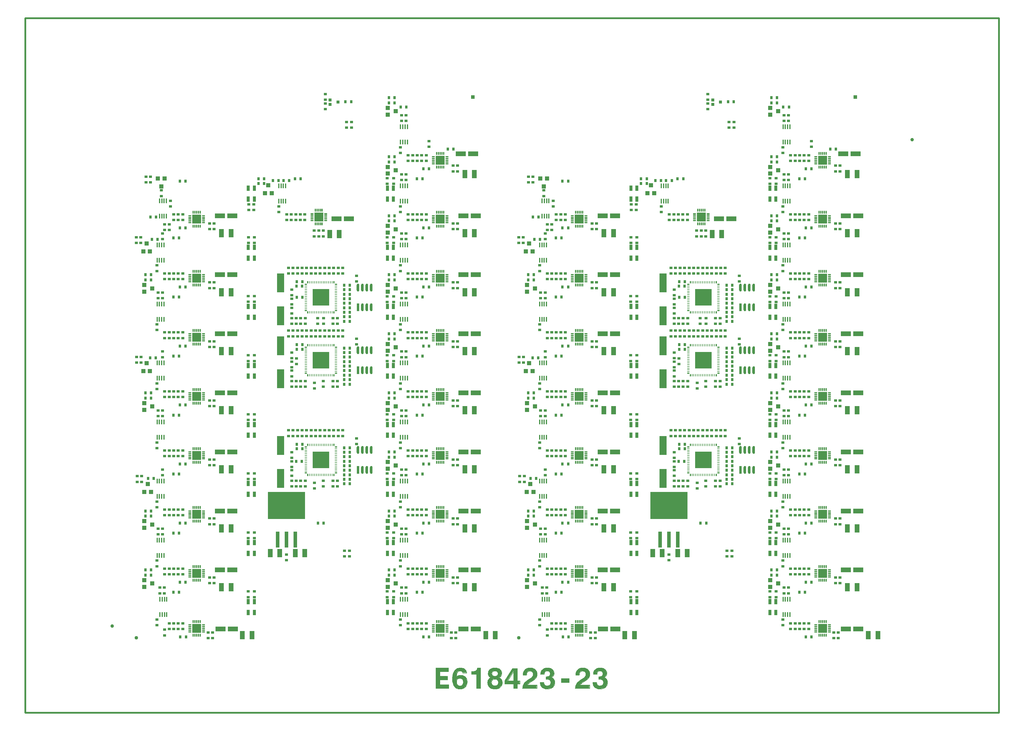
<source format=gbr>
G04 Generated by UcamX v1.1.0_s-beta-140312 on 2014.3.14*
%FSLAX26Y26*%
%MOIN*%
%IPPOS*%
%ADD10R,0.034000X0.026000*%
%ADD11R,0.030000X0.090000*%
%ADD12O,0.030000X0.090000*%
%AMCOM13*
4,1-$1,10,
-0.015740,0.005900,0.009599,0.005900,0.012246,0.005392,0.014392,0.003761,0.015590,0.001345,
0.015588,-0.001350,0.014389,-0.003765,0.012242,-0.005394,0.009594,-0.005900,-0.015740,-0.005900,
-0.015740,0.005900,$2*
%
%ADD13COM13,0X0.00*%
%AMCOM14*
4,1-$1,13,
-0.005905,0.009840,-0.005305,0.012433,-0.003628,0.014499,-0.001213,0.015619,0.001448,0.015565,
0.003815,0.014347,0.005406,0.012214,0.005900,0.009599,0.005900,-0.015740,-0.005900,-0.015740,
-0.005900,0.009594,-0.005903,0.009676,-0.005904,0.009758,-0.005905,0.009840,$2*
%
%ADD14COM14,0X0.00*%
%AMCOM15*
4,1-$1,9,
-0.015745,0,-0.014913,0.003022,-0.012652,0.005192,-0.009599,0.005900,0.015740,0.005900,
0.015740,-0.005900,-0.009594,-0.005900,-0.012649,-0.005194,-0.014912,-0.003023,-0.015745,0,$2*
%
%ADD15COM15,0X0.00*%
%AMCOM16*
4,1-$1,13,
-0.005905,-0.009840,-0.005904,-0.009758,-0.005903,-0.009676,-0.005900,-0.009594,-0.005900,0.015740,
0.005900,0.015740,0.005900,-0.009599,0.005406,-0.012214,0.003815,-0.014347,0.001448,-0.015564,
-0.001213,-0.015619,-0.003628,-0.014499,-0.005305,-0.012433,-0.005905,-0.009840,$2*
%
%ADD16COM16,0X0.00*%
%ADD17R,0.102360X0.102360*%
%ADD18R,0.026000X0.034000*%
%ADD19R,0.053150X0.094490*%
%ADD20R,0.035430X0.059060*%
%ADD21R,0.118000X0.058000*%
%AMCOM22*
4,1-$1,11,
-0.005510,0.008260,-0.004964,0.010651,-0.003435,0.012568,-0.001226,0.013632,0.001226,0.013632,
0.003435,0.012568,0.004964,0.010651,0.005510,0.008260,0.005510,-0.013770,-0.005510,-0.013770,
-0.005510,0.008213,-0.005510,0.008260,$2*
%
%ADD22COM22,0X0.00*%
%ADD23R,0.011020X0.027560*%
%AMCOM24*
4,1-$1,9,
-0.013770,0,-0.013032,0.002755,-0.011015,0.004772,-0.008260,0.005510,0.013770,0.005510,
0.013770,-0.005510,-0.008213,-0.005510,-0.010988,-0.004787,-0.013024,-0.002769,-0.013770,0,$2*
%
%ADD24COM24,0X0.00*%
%ADD25R,0.027560X0.011020*%
%AMCOM26*
4,1-$1,11,
-0.005510,-0.008260,-0.005510,-0.008213,-0.005510,0.013770,0.005510,0.013770,0.005510,-0.008260,
0.004964,-0.010651,0.003435,-0.012568,0.001226,-0.013632,-0.001226,-0.013632,-0.003435,-0.012568,
-0.004964,-0.010651,-0.005510,-0.008260,$2*
%
%ADD26COM26,0X0.00*%
%AMCOM27*
4,1-$1,10,
-0.013770,0.005510,0.008260,0.005510,0.010657,0.004961,0.012576,0.003425,0.013636,0.001207,
0.013626,-0.001252,0.012547,-0.003461,0.010615,-0.004981,0.008213,-0.005510,-0.013770,-0.005510,
-0.013770,0.005510,$2*
%
%ADD27COM27,0X0.00*%
%ADD28R,0.185040X0.185040*%
%ADD29C,0.040000*%
%ADD30R,0.040000X0.040000*%
%ADD31R,0.080000X0.216000*%
%ADD32R,0.040000X0.180000*%
%ADD33R,0.424000X0.310000*%
%ADD34R,0.036000X0.036000*%
%ADD35R,0.050000X0.050000*%
%ADD36R,0.017720X0.057090*%
%ADD37C,0.039370*%
%ADD38C,0.019685*%
%ADD39C,0.001000*%
%ADD40C,0.002000*%
%ADD41C,0.004000*%
%ADD42C,0.008000*%
%ADD43C,0.016000*%
%SRX1Y1I0.000000J0.000000*%
G04 layer name: E618423-23*
%LPD*%
D10*
X3472441Y3243590D03*
Y3307590D03*
X2602361Y4256410D03*
Y4192410D03*
X716531Y2574300D03*
Y2638300D03*
X1350391Y4696350D03*
Y4760350D03*
X842521Y3524130D03*
Y3460130D03*
X3311021Y4602870D03*
Y4538870D03*
X944881Y3460130D03*
Y3524130D03*
X3751971Y1516250D03*
Y1452250D03*
X1350391Y2019180D03*
Y2083180D03*
X842521Y2854830D03*
Y2790830D03*
X2523621Y3685540D03*
Y3621540D03*
X4106301Y1349890D03*
Y1413890D03*
X2228351Y3231780D03*
Y3295780D03*
X2602361Y3543810D03*
Y3479810D03*
X996061Y2854830D03*
Y2790830D03*
X1299211Y4760350D03*
Y4696350D03*
X2330711Y3685540D03*
Y3621540D03*
X1299211Y4091050D03*
Y4027050D03*
X2295271Y3543810D03*
Y3479810D03*
X4055121Y3421760D03*
Y3357760D03*
X3311021Y1256410D03*
Y1192410D03*
X791341Y2790830D03*
Y2854830D03*
X2500001Y3543810D03*
Y3479810D03*
X1350391Y3357760D03*
Y3421760D03*
X2169291Y1004440D03*
Y940440D03*
X2228351Y2972940D03*
Y2908940D03*
X1350391Y4027050D03*
Y4091050D03*
X1299211Y1413890D03*
Y1349890D03*
X472441Y3244600D03*
Y3180600D03*
X767721Y2574300D03*
Y2638300D03*
X2283461Y3164850D03*
Y3228850D03*
X3472441Y5251460D03*
Y5315460D03*
X4055121Y1413890D03*
Y1349890D03*
X1736221Y587120D03*
Y523120D03*
X1299211Y3421760D03*
Y3357760D03*
X3472441Y5920760D03*
Y5984760D03*
X2653541Y3479810D03*
Y3543810D03*
Y4192410D03*
Y4256410D03*
X3311021Y1925700D03*
Y1861700D03*
X3381891Y523120D03*
Y587120D03*
X2228351Y3129420D03*
Y3193420D03*
X3311021Y587120D03*
Y523120D03*
X4055121Y4760350D03*
Y4696350D03*
X1807091Y3870760D03*
Y3934760D03*
X2488191Y2953260D03*
Y2889260D03*
X2295271Y2413890D03*
Y2349890D03*
X2964571Y2259340D03*
Y2323340D03*
X2228351Y2101860D03*
Y2165860D03*
X2295271Y4256410D03*
Y4192410D03*
X1744091Y4912880D03*
Y4976880D03*
X4055121Y4091050D03*
Y4027050D03*
Y2083180D03*
Y2019180D03*
X3311021Y2594990D03*
Y2530990D03*
X4055121Y744600D03*
Y680600D03*
X1736221Y1256410D03*
Y1192410D03*
X2228351Y3091050D03*
Y3027050D03*
X4106301Y4027050D03*
Y4091050D03*
X704721Y873510D03*
Y937510D03*
X716531Y1235720D03*
Y1299720D03*
X1299211Y2752470D03*
Y2688470D03*
X3598421Y2185540D03*
Y2121540D03*
X3460631Y204220D03*
Y268220D03*
X4106301Y5349890D03*
Y5413890D03*
X893701Y4129420D03*
Y4193420D03*
X4106301Y3357760D03*
Y3421760D03*
X2192911Y4192410D03*
Y4256410D03*
X1807091Y523120D03*
Y587120D03*
X1799211Y4976880D03*
Y4912880D03*
X3523621Y5251460D03*
Y5315460D03*
X3472441Y3912880D03*
Y3976880D03*
X3381891Y3200280D03*
Y3264280D03*
X1350391Y2688470D03*
Y2752470D03*
X2346461Y2349890D03*
Y2413890D03*
X4106301Y680600D03*
Y744600D03*
X2397641Y4256410D03*
Y4192410D03*
X1807091Y1192410D03*
Y1256410D03*
X1736221Y3934760D03*
Y3870760D03*
X2330711Y2972940D03*
Y2908940D03*
X2228351Y3842020D03*
Y3906020D03*
X1740161Y4602870D03*
Y4538870D03*
X3523621Y3912880D03*
Y3976880D03*
X704721Y2212090D03*
Y2276090D03*
X2244091Y2349890D03*
Y2413890D03*
X2448821Y3479810D03*
Y3543810D03*
X2244091Y4192410D03*
Y4256410D03*
X2500001D03*
Y4192410D03*
X2807091Y2349890D03*
Y2413890D03*
X2704721Y2349890D03*
Y2413890D03*
X2397641D03*
Y2349890D03*
X2696851Y1779020D03*
Y1843020D03*
Y2908940D03*
Y2972940D03*
X1736221Y3264280D03*
Y3200280D03*
X996061Y3524130D03*
Y3460130D03*
X1807091Y4538870D03*
Y4602870D03*
X1736221Y1926880D03*
Y1862880D03*
X2586611Y2972940D03*
Y2908940D03*
X2551181Y4192410D03*
Y4256410D03*
X2748031Y3685540D03*
Y3621540D03*
X2807091Y4192410D03*
Y4256410D03*
X1350391Y680600D03*
Y744600D03*
X2279531Y1843020D03*
Y1779020D03*
X2755901Y2349890D03*
Y2413890D03*
X2192911Y2349890D03*
Y2413890D03*
X2381891Y2972940D03*
Y2908940D03*
X2484251Y4677670D03*
Y4613670D03*
X2535431D03*
Y4677670D03*
X3700791Y782960D03*
Y846960D03*
X3381891Y5209340D03*
Y5273340D03*
X2610241Y6160910D03*
Y6224910D03*
X3523621Y3243590D03*
Y3307590D03*
X4035431Y122550D03*
Y58550D03*
X3751971Y5532000D03*
Y5468000D03*
X1807091Y1862880D03*
Y1926880D03*
X3311021Y3264280D03*
Y3200280D03*
X2696851Y3621540D03*
Y3685540D03*
X3751971Y224910D03*
Y160910D03*
X2748031Y2972940D03*
Y2908940D03*
X2381891Y3685540D03*
Y3621540D03*
X2610241Y6118610D03*
Y6054610D03*
X2748031Y1843020D03*
Y1779020D03*
X2602361Y2413890D03*
Y2349890D03*
X2228351Y1843020D03*
Y1779020D03*
X2755901Y4192410D03*
Y4256410D03*
X996061Y2185540D03*
Y2121540D03*
X2192911Y3479810D03*
Y3543810D03*
X4086611Y58550D03*
Y122550D03*
X858271Y5016250D03*
Y4952250D03*
X2346461Y3479810D03*
Y3543810D03*
X944881Y2790830D03*
Y2854830D03*
X767721Y3243590D03*
Y3307590D03*
X2448821Y4192410D03*
Y4256410D03*
X2228351Y1961130D03*
Y1897130D03*
X2500001Y2413890D03*
Y2349890D03*
X767721Y4582170D03*
Y4646170D03*
X2244091Y3479810D03*
Y3543810D03*
X1299211Y744600D03*
Y680600D03*
X3381891Y2530990D03*
Y2594990D03*
X2590551Y3685540D03*
Y3621540D03*
X791341Y2121540D03*
Y2185540D03*
X2279531Y2972940D03*
Y2908940D03*
X4106301Y2688470D03*
Y2752470D03*
X3311021Y3933570D03*
Y3869570D03*
X4055121Y5413890D03*
Y5349890D03*
X3381891Y1192410D03*
Y1256410D03*
X1350391Y1349890D03*
Y1413890D03*
X2397641Y3543810D03*
Y3479810D03*
X3381891Y3869570D03*
Y3933570D03*
Y1861700D03*
Y1925700D03*
X2704721Y4192410D03*
Y4256410D03*
X842521Y2185540D03*
Y2121540D03*
X2586611Y1843020D03*
Y1779020D03*
X2448821Y2349890D03*
Y2413890D03*
X1807091Y2530990D03*
Y2594990D03*
X2381891Y1843020D03*
Y1779020D03*
X2551181Y2349890D03*
Y2413890D03*
X4055121Y2752470D03*
Y2688470D03*
X2964571Y3389260D03*
Y3453260D03*
X2228351Y1999500D03*
Y2063500D03*
X2653541Y2349890D03*
Y2413890D03*
X2330711Y1843020D03*
Y1779020D03*
X2704721Y3479810D03*
Y3543810D03*
X842521Y1516250D03*
Y1452250D03*
X1299211Y2083180D03*
Y2019180D03*
X1807091Y3200280D03*
Y3264280D03*
X3381891Y4538870D03*
Y4602870D03*
X2826771Y983750D03*
Y1047750D03*
X1283461Y122550D03*
Y58550D03*
X3311021Y5273340D03*
Y5209340D03*
X767721Y3912880D03*
Y3976880D03*
X2488191Y1819400D03*
Y1755400D03*
X2850391Y5909950D03*
Y5845950D03*
X1736221Y2594990D03*
Y2530990D03*
X4106301Y4696350D03*
Y4760350D03*
X2755901Y3479810D03*
Y3543810D03*
X4106301Y2019180D03*
Y2083180D03*
X2586611Y4677670D03*
Y4613670D03*
X1334641Y58550D03*
Y122550D03*
X2807091Y3479810D03*
Y3543810D03*
X791341Y1452250D03*
Y1516250D03*
X3547241Y5468000D03*
Y5532000D03*
X2551181Y3479810D03*
Y3543810D03*
X3598421Y224910D03*
Y160910D03*
X3649611D03*
Y224910D03*
X3523621Y566420D03*
Y630420D03*
X3472441Y566420D03*
Y630420D03*
X3700791Y160910D03*
Y224910D03*
X3547241Y160910D03*
Y224910D03*
X3649611Y4798710D03*
Y4862710D03*
X3598421D03*
Y4798710D03*
X3547241D03*
Y4862710D03*
X2905511Y5909950D03*
Y5845950D03*
X2346461Y4192410D03*
Y4256410D03*
X2228351Y3803650D03*
Y3739650D03*
X2964571Y4101860D03*
Y4165860D03*
X2228351Y3944380D03*
Y4008380D03*
X2279531Y3685540D03*
Y3621540D03*
X2228351Y3685540D03*
Y3621540D03*
X704721Y2881390D03*
Y2945390D03*
X3460631Y5558550D03*
Y5622550D03*
X893701Y2121540D03*
Y2185540D03*
X2082681Y4889260D03*
Y4953260D03*
X736221Y566420D03*
Y630420D03*
X944881Y4129420D03*
Y4193420D03*
X3751971Y2185540D03*
Y2121540D03*
X3460631Y4219970D03*
Y4283970D03*
X3598421Y5532000D03*
Y5468000D03*
X704721Y4219970D03*
Y4283970D03*
X3700791Y1452250D03*
Y1516250D03*
X3547241Y4129420D03*
Y4193420D03*
X3472441Y2574300D03*
Y2638300D03*
X893701Y3460130D03*
Y3524130D03*
X996061Y1516250D03*
Y1452250D03*
X3649611Y3460130D03*
Y3524130D03*
X704721Y3550680D03*
Y3614680D03*
X791341Y782960D03*
Y846960D03*
X523621Y3244600D03*
Y3180600D03*
X842521Y846960D03*
Y782960D03*
X3598421Y4193420D03*
Y4129420D03*
X3460631Y2881390D03*
Y2945390D03*
X944881Y1452250D03*
Y1516250D03*
X3649611Y5468000D03*
Y5532000D03*
X3700791Y2121540D03*
Y2185540D03*
X944881Y2121540D03*
Y2185540D03*
X996061Y846960D03*
Y782960D03*
X3460631Y3550680D03*
Y3614680D03*
X3649611Y4129420D03*
Y4193420D03*
X3460631Y4889260D03*
Y4953260D03*
X2275591Y4798710D03*
Y4862710D03*
X704721Y204220D03*
Y268220D03*
X3700791Y5468000D03*
Y5532000D03*
X767721Y1905010D03*
Y1969010D03*
X3649611Y782960D03*
Y846960D03*
X3523621Y1235720D03*
Y1299720D03*
X3547241Y1452250D03*
Y1516250D03*
X704721Y1542800D03*
Y1606800D03*
X842521Y224910D03*
Y160910D03*
X3598421Y2854830D03*
Y2790830D03*
X519681Y4602870D03*
Y4538870D03*
X3523621Y2574300D03*
Y2638300D03*
X3472441Y1905010D03*
Y1969010D03*
X2326771Y4798710D03*
Y4862710D03*
X3700791Y4129420D03*
Y4193420D03*
X893701Y1452250D03*
Y1516250D03*
X3547241Y2790830D03*
Y2854830D03*
X944881Y782960D03*
Y846960D03*
X3700791Y3460130D03*
Y3524130D03*
X531501Y1894200D03*
Y1830200D03*
X893701Y2790830D03*
Y2854830D03*
X3547241Y782960D03*
Y846960D03*
X3751971Y4193420D03*
Y4129420D03*
X787401Y566420D03*
Y630420D03*
X3547241Y2121540D03*
Y2185540D03*
X716531Y3912880D03*
Y3976880D03*
X3523621Y5920760D03*
Y5984760D03*
X3751971Y3524130D03*
Y3460130D03*
X2377951Y4862710D03*
Y4798710D03*
X2224411Y4862710D03*
Y4798710D03*
X893701Y782960D03*
Y846960D03*
X2173231Y4798710D03*
Y4862710D03*
X944881Y160910D03*
Y224910D03*
X893701Y160910D03*
Y224910D03*
X3751971Y2854830D03*
Y2790830D03*
X996061Y224910D03*
Y160910D03*
X791341Y3460130D03*
Y3524130D03*
X3472441Y1235720D03*
Y1299720D03*
X3751971Y846960D03*
Y782960D03*
X3460631Y873510D03*
Y937510D03*
X3700791Y4798710D03*
Y4862710D03*
X3598421Y846960D03*
Y782960D03*
X3523621Y4582170D03*
Y4646170D03*
X3598421Y3524130D03*
Y3460130D03*
X767721Y1235720D03*
Y1299720D03*
X3460631Y1542800D03*
Y1606800D03*
X3523621Y1905010D03*
Y1969010D03*
X3547241Y3460130D03*
Y3524130D03*
X3649611Y1452250D03*
Y1516250D03*
X3598421D03*
Y1452250D03*
X2881891Y1047750D03*
Y983750D03*
X3472441Y4582170D03*
Y4646170D03*
X3460631Y2212090D03*
Y2276090D03*
X3751971Y4862710D03*
Y4798710D03*
X944881D03*
Y4862710D03*
X791341Y154050D03*
Y90050D03*
X893701Y4798710D03*
Y4862710D03*
X996061Y4193420D03*
Y4129420D03*
X791341D03*
Y4193420D03*
X842521D03*
Y4129420D03*
X3649611Y2121540D03*
Y2185540D03*
X996061Y4862710D03*
Y4798710D03*
X3700791Y2790830D03*
Y2854830D03*
X3649611Y2790830D03*
Y2854830D03*
X480311Y1894200D03*
Y1830200D03*
X468501Y4602870D03*
Y4538870D03*
X842521Y4684540D03*
Y4748540D03*
X791341D03*
Y4684540D03*
X751971Y5070360D03*
Y5134360D03*
X629921Y5287910D03*
Y5223910D03*
X578741Y5287910D03*
Y5223910D03*
X3783461Y5693420D03*
Y5629420D03*
X7803150Y3243590D03*
Y3307590D03*
X6933069Y4256410D03*
Y4192410D03*
X5047240Y2574300D03*
Y2638300D03*
X5681100Y4696350D03*
Y4760350D03*
X5173230Y3524130D03*
Y3460130D03*
X7641730Y4602870D03*
Y4538870D03*
X5275590Y3460130D03*
Y3524130D03*
X8082680Y1516250D03*
Y1452250D03*
X5681100Y2019180D03*
Y2083180D03*
X5173230Y2854830D03*
Y2790830D03*
X6854330Y3685540D03*
Y3621540D03*
X8437010Y1349890D03*
Y1413890D03*
X6559060Y3231780D03*
Y3295780D03*
X6933069Y3543810D03*
Y3479810D03*
X5326769Y2854830D03*
Y2790830D03*
X5629919Y4760350D03*
Y4696350D03*
X6661419Y3685540D03*
Y3621540D03*
X5629919Y4091050D03*
Y4027050D03*
X6625980Y3543810D03*
Y3479810D03*
X8385830Y3421760D03*
Y3357760D03*
X7641730Y1256410D03*
Y1192410D03*
X5122050Y2790830D03*
Y2854830D03*
X6830710Y3543810D03*
Y3479810D03*
X5681100Y3357760D03*
Y3421760D03*
X6500000Y1004440D03*
Y940440D03*
X6559060Y2972940D03*
Y2908940D03*
X5681100Y4027050D03*
Y4091050D03*
X5629919Y1413890D03*
Y1349890D03*
X4803150Y3244600D03*
Y3180600D03*
X5098430Y2574300D03*
Y2638300D03*
X6614169Y3164850D03*
Y3228850D03*
X7803150Y5251460D03*
Y5315460D03*
X8385830Y1413890D03*
Y1349890D03*
X6066930Y587120D03*
Y523120D03*
X5629919Y3421760D03*
Y3357760D03*
X7803150Y5920760D03*
Y5984760D03*
X6984250Y3479810D03*
Y3543810D03*
Y4192410D03*
Y4256410D03*
X7641730Y1925700D03*
Y1861700D03*
X7712600Y523120D03*
Y587120D03*
X6559060Y3129420D03*
Y3193420D03*
X7641730Y587120D03*
Y523120D03*
X8385830Y4760350D03*
Y4696350D03*
X6137800Y3870760D03*
Y3934760D03*
X6818900Y2953260D03*
Y2889260D03*
X6625980Y2413890D03*
Y2349890D03*
X7295280Y2259340D03*
Y2323340D03*
X6559060Y2101860D03*
Y2165860D03*
X6625980Y4256410D03*
Y4192410D03*
X6074800Y4912880D03*
Y4976880D03*
X8385830Y4091050D03*
Y4027050D03*
Y2083180D03*
Y2019180D03*
X7641730Y2594990D03*
Y2530990D03*
X8385830Y744600D03*
Y680600D03*
X6066930Y1256410D03*
Y1192410D03*
X6559060Y3091050D03*
Y3027050D03*
X8437010Y4027050D03*
Y4091050D03*
X5035430Y873510D03*
Y937510D03*
X5047240Y1235720D03*
Y1299720D03*
X5629919Y2752470D03*
Y2688470D03*
X7929130Y2185540D03*
Y2121540D03*
X7791340Y204220D03*
Y268220D03*
X8437010Y5349890D03*
Y5413890D03*
X5224410Y4129420D03*
Y4193420D03*
X8437010Y3357760D03*
Y3421760D03*
X6523619Y4192410D03*
Y4256410D03*
X6137800Y523120D03*
Y587120D03*
X6129919Y4976880D03*
Y4912880D03*
X7854330Y5251460D03*
Y5315460D03*
X7803150Y3912880D03*
Y3976880D03*
X7712600Y3200280D03*
Y3264280D03*
X5681100Y2688470D03*
Y2752470D03*
X6677169Y2349890D03*
Y2413890D03*
X8437010Y680600D03*
Y744600D03*
X6728350Y4256410D03*
Y4192410D03*
X6137800Y1192410D03*
Y1256410D03*
X6066930Y3934760D03*
Y3870760D03*
X6661419Y2972940D03*
Y2908940D03*
X6559060Y3842020D03*
Y3906020D03*
X6070869Y4602870D03*
Y4538870D03*
X7854330Y3912880D03*
Y3976880D03*
X5035430Y2212090D03*
Y2276090D03*
X6574800Y2349890D03*
Y2413890D03*
X6779530Y3479810D03*
Y3543810D03*
X6574800Y4192410D03*
Y4256410D03*
X6830710D03*
Y4192410D03*
X7137800Y2349890D03*
Y2413890D03*
X7035430Y2349890D03*
Y2413890D03*
X6728350D03*
Y2349890D03*
X7027560Y1779020D03*
Y1843020D03*
Y2908940D03*
Y2972940D03*
X6066930Y3264280D03*
Y3200280D03*
X5326769Y3524130D03*
Y3460130D03*
X6137800Y4538870D03*
Y4602870D03*
X6066930Y1926880D03*
Y1862880D03*
X6917319Y2972940D03*
Y2908940D03*
X6881890Y4192410D03*
Y4256410D03*
X7078740Y3685540D03*
Y3621540D03*
X7137800Y4192410D03*
Y4256410D03*
X5681100Y680600D03*
Y744600D03*
X6610240Y1843020D03*
Y1779020D03*
X7086610Y2349890D03*
Y2413890D03*
X6523619Y2349890D03*
Y2413890D03*
X6712600Y2972940D03*
Y2908940D03*
X6814960Y4677670D03*
Y4613670D03*
X6866140D03*
Y4677670D03*
X8031500Y782960D03*
Y846960D03*
X7712600Y5209340D03*
Y5273340D03*
X6940950Y6160910D03*
Y6224910D03*
X7854330Y3243590D03*
Y3307590D03*
X8366140Y122550D03*
Y58550D03*
X8082680Y5532000D03*
Y5468000D03*
X6137800Y1862880D03*
Y1926880D03*
X7641730Y3264280D03*
Y3200280D03*
X7027560Y3621540D03*
Y3685540D03*
X8082680Y224910D03*
Y160910D03*
X7078740Y2972940D03*
Y2908940D03*
X6712600Y3685540D03*
Y3621540D03*
X6940950Y6118610D03*
Y6054610D03*
X7078740Y1843020D03*
Y1779020D03*
X6933069Y2413890D03*
Y2349890D03*
X6559060Y1843020D03*
Y1779020D03*
X7086610Y4192410D03*
Y4256410D03*
X5326769Y2185540D03*
Y2121540D03*
X6523619Y3479810D03*
Y3543810D03*
X8417319Y58550D03*
Y122550D03*
X5188980Y5016250D03*
Y4952250D03*
X6677169Y3479810D03*
Y3543810D03*
X5275590Y2790830D03*
Y2854830D03*
X5098430Y3243590D03*
Y3307590D03*
X6779530Y4192410D03*
Y4256410D03*
X6559060Y1961130D03*
Y1897130D03*
X6830710Y2413890D03*
Y2349890D03*
X5098430Y4582170D03*
Y4646170D03*
X6574800Y3479810D03*
Y3543810D03*
X5629919Y744600D03*
Y680600D03*
X7712600Y2530990D03*
Y2594990D03*
X6921260Y3685540D03*
Y3621540D03*
X5122050Y2121540D03*
Y2185540D03*
X6610240Y2972940D03*
Y2908940D03*
X8437010Y2688470D03*
Y2752470D03*
X7641730Y3933570D03*
Y3869570D03*
X8385830Y5413890D03*
Y5349890D03*
X7712600Y1192410D03*
Y1256410D03*
X5681100Y1349890D03*
Y1413890D03*
X6728350Y3543810D03*
Y3479810D03*
X7712600Y3869570D03*
Y3933570D03*
Y1861700D03*
Y1925700D03*
X7035430Y4192410D03*
Y4256410D03*
X5173230Y2185540D03*
Y2121540D03*
X6917319Y1843020D03*
Y1779020D03*
X6779530Y2349890D03*
Y2413890D03*
X6137800Y2530990D03*
Y2594990D03*
X6712600Y1843020D03*
Y1779020D03*
X6881890Y2349890D03*
Y2413890D03*
X8385830Y2752470D03*
Y2688470D03*
X7295280Y3389260D03*
Y3453260D03*
X6559060Y1999500D03*
Y2063500D03*
X6984250Y2349890D03*
Y2413890D03*
X6661419Y1843020D03*
Y1779020D03*
X7035430Y3479810D03*
Y3543810D03*
X5173230Y1516250D03*
Y1452250D03*
X5629919Y2083180D03*
Y2019180D03*
X6137800Y3200280D03*
Y3264280D03*
X7712600Y4538870D03*
Y4602870D03*
X7157480Y983750D03*
Y1047750D03*
X5614169Y122550D03*
Y58550D03*
X7641730Y5273340D03*
Y5209340D03*
X5098430Y3912880D03*
Y3976880D03*
X6818900Y1819400D03*
Y1755400D03*
X7181100Y5909950D03*
Y5845950D03*
X6066930Y2594990D03*
Y2530990D03*
X8437010Y4696350D03*
Y4760350D03*
X7086610Y3479810D03*
Y3543810D03*
X8437010Y2019180D03*
Y2083180D03*
X6917319Y4677670D03*
Y4613670D03*
X5665350Y58550D03*
Y122550D03*
X7137800Y3479810D03*
Y3543810D03*
X5122050Y1452250D03*
Y1516250D03*
X7877950Y5468000D03*
Y5532000D03*
X6881890Y3479810D03*
Y3543810D03*
X7929130Y224910D03*
Y160910D03*
X7980319D03*
Y224910D03*
X7854330Y566420D03*
Y630420D03*
X7803150Y566420D03*
Y630420D03*
X8031500Y160910D03*
Y224910D03*
X7877950Y160910D03*
Y224910D03*
X7980319Y4798710D03*
Y4862710D03*
X7929130D03*
Y4798710D03*
X7877950D03*
Y4862710D03*
X7236219Y5909950D03*
Y5845950D03*
X6677169Y4192410D03*
Y4256410D03*
X6559060Y3803650D03*
Y3739650D03*
X7295280Y4101860D03*
Y4165860D03*
X6559060Y3944380D03*
Y4008380D03*
X6610240Y3685540D03*
Y3621540D03*
X6559060Y3685540D03*
Y3621540D03*
X5035430Y2881390D03*
Y2945390D03*
X7791340Y5558550D03*
Y5622550D03*
X5224410Y2121540D03*
Y2185540D03*
X6413390Y4889260D03*
Y4953260D03*
X5066930Y566420D03*
Y630420D03*
X5275590Y4129420D03*
Y4193420D03*
X8082680Y2185540D03*
Y2121540D03*
X7791340Y4219970D03*
Y4283970D03*
X7929130Y5532000D03*
Y5468000D03*
X5035430Y4219970D03*
Y4283970D03*
X8031500Y1452250D03*
Y1516250D03*
X7877950Y4129420D03*
Y4193420D03*
X7803150Y2574300D03*
Y2638300D03*
X5224410Y3460130D03*
Y3524130D03*
X5326769Y1516250D03*
Y1452250D03*
X7980319Y3460130D03*
Y3524130D03*
X5035430Y3550680D03*
Y3614680D03*
X5122050Y782960D03*
Y846960D03*
X4854330Y3244600D03*
Y3180600D03*
X5173230Y846960D03*
Y782960D03*
X7929130Y4193420D03*
Y4129420D03*
X7791340Y2881390D03*
Y2945390D03*
X5275590Y1452250D03*
Y1516250D03*
X7980319Y5468000D03*
Y5532000D03*
X8031500Y2121540D03*
Y2185540D03*
X5275590Y2121540D03*
Y2185540D03*
X5326769Y846960D03*
Y782960D03*
X7791340Y3550680D03*
Y3614680D03*
X7980319Y4129420D03*
Y4193420D03*
X7791340Y4889260D03*
Y4953260D03*
X6606300Y4798710D03*
Y4862710D03*
X5035430Y204220D03*
Y268220D03*
X8031500Y5468000D03*
Y5532000D03*
X5098430Y1905010D03*
Y1969010D03*
X7980319Y782960D03*
Y846960D03*
X7854330Y1235720D03*
Y1299720D03*
X7877950Y1452250D03*
Y1516250D03*
X5035430Y1542800D03*
Y1606800D03*
X5173230Y224910D03*
Y160910D03*
X7929130Y2854830D03*
Y2790830D03*
X4850390Y4602870D03*
Y4538870D03*
X7854330Y2574300D03*
Y2638300D03*
X7803150Y1905010D03*
Y1969010D03*
X6657480Y4798710D03*
Y4862710D03*
X8031500Y4129420D03*
Y4193420D03*
X5224410Y1452250D03*
Y1516250D03*
X7877950Y2790830D03*
Y2854830D03*
X5275590Y782960D03*
Y846960D03*
X8031500Y3460130D03*
Y3524130D03*
X4862210Y1894200D03*
Y1830200D03*
X5224410Y2790830D03*
Y2854830D03*
X7877950Y782960D03*
Y846960D03*
X8082680Y4193420D03*
Y4129420D03*
X5118110Y566420D03*
Y630420D03*
X7877950Y2121540D03*
Y2185540D03*
X5047240Y3912880D03*
Y3976880D03*
X7854330Y5920760D03*
Y5984760D03*
X8082680Y3524130D03*
Y3460130D03*
X6708660Y4862710D03*
Y4798710D03*
X6555119Y4862710D03*
Y4798710D03*
X5224410Y782960D03*
Y846960D03*
X6503940Y4798710D03*
Y4862710D03*
X5275590Y160910D03*
Y224910D03*
X5224410Y160910D03*
Y224910D03*
X8082680Y2854830D03*
Y2790830D03*
X5326769Y224910D03*
Y160910D03*
X5122050Y3460130D03*
Y3524130D03*
X7803150Y1235720D03*
Y1299720D03*
X8082680Y846960D03*
Y782960D03*
X7791340Y873510D03*
Y937510D03*
X8031500Y4798710D03*
Y4862710D03*
X7929130Y846960D03*
Y782960D03*
X7854330Y4582170D03*
Y4646170D03*
X7929130Y3524130D03*
Y3460130D03*
X5098430Y1235720D03*
Y1299720D03*
X7791340Y1542800D03*
Y1606800D03*
X7854330Y1905010D03*
Y1969010D03*
X7877950Y3460130D03*
Y3524130D03*
X7980319Y1452250D03*
Y1516250D03*
X7929130D03*
Y1452250D03*
X7212600Y1047750D03*
Y983750D03*
X7803150Y4582170D03*
Y4646170D03*
X7791340Y2212090D03*
Y2276090D03*
X8082680Y4862710D03*
Y4798710D03*
X5275590D03*
Y4862710D03*
X5122050Y154050D03*
Y90050D03*
X5224410Y4798710D03*
Y4862710D03*
X5326769Y4193420D03*
Y4129420D03*
X5122050D03*
Y4193420D03*
X5173230D03*
Y4129420D03*
X7980319Y2121540D03*
Y2185540D03*
X5326769Y4862710D03*
Y4798710D03*
X8031500Y2790830D03*
Y2854830D03*
X7980319Y2790830D03*
Y2854830D03*
X4811019Y1894200D03*
Y1830200D03*
X4799210Y4602870D03*
Y4538870D03*
X5173230Y4684540D03*
Y4748540D03*
X5122050D03*
Y4684540D03*
X5082680Y5070360D03*
Y5134360D03*
X4960630Y5287910D03*
Y5223910D03*
X4909450Y5287910D03*
Y5223910D03*
X8114169Y5693420D03*
Y5629420D03*
D11*
X2980121Y3096660D03*
Y1966740D03*
Y3809260D03*
X7310830Y3096660D03*
Y1966740D03*
Y3809260D03*
D12*
X3030121Y3096660D03*
X3080121D03*
X3130121D03*
Y3320660D03*
X3080121D03*
X3030121D03*
X2980121D03*
X3030121Y1966740D03*
X3080121D03*
X3130121D03*
Y2190740D03*
X3080121D03*
X3030121D03*
X2980121D03*
X3030121Y3809260D03*
X3080121D03*
X3130121D03*
Y4033260D03*
X3080121D03*
X3030121D03*
X2980121D03*
X7360830Y3096660D03*
X7410830D03*
X7460830D03*
Y3320660D03*
X7410830D03*
X7360830D03*
X7310830D03*
X7360830Y1966740D03*
X7410830D03*
X7460830D03*
Y2190740D03*
X7410830D03*
X7360830D03*
X7310830D03*
X7360830Y3809260D03*
X7410830D03*
X7460830D03*
Y4033260D03*
X7410830D03*
X7360830D03*
X7310830D03*
D13*
X3832681Y2169290D03*
Y2149610D03*
Y2129920D03*
Y2110240D03*
Y2090550D03*
X1076771Y830710D03*
Y811020D03*
Y791340D03*
Y771650D03*
Y751970D03*
Y208660D03*
Y188980D03*
Y169290D03*
Y149610D03*
Y129920D03*
Y4846460D03*
Y4826770D03*
Y4807090D03*
Y4787400D03*
Y4767720D03*
Y4177160D03*
Y4157480D03*
Y4137790D03*
Y4118110D03*
Y4098420D03*
X3832681Y5515750D03*
Y5496060D03*
Y5476380D03*
Y5456690D03*
Y5437010D03*
Y3507870D03*
Y3488190D03*
Y3468500D03*
Y3448820D03*
Y3429130D03*
Y208660D03*
Y188980D03*
Y169290D03*
Y149610D03*
Y129920D03*
Y2838580D03*
Y2818900D03*
Y2799210D03*
Y2779530D03*
Y2759840D03*
Y4177160D03*
Y4157480D03*
Y4137790D03*
Y4118110D03*
Y4098420D03*
X2458661Y4870080D03*
Y4850390D03*
Y4830710D03*
Y4811020D03*
Y4791340D03*
X1076771Y1500000D03*
Y1480310D03*
Y1460630D03*
Y1440940D03*
Y1421260D03*
Y3507870D03*
Y3488190D03*
Y3468500D03*
Y3448820D03*
Y3429130D03*
X3832681Y4846460D03*
Y4826770D03*
Y4807090D03*
Y4787400D03*
Y4767720D03*
X1076771Y2838580D03*
Y2818900D03*
Y2799210D03*
Y2779530D03*
Y2759840D03*
X3832681Y1500000D03*
Y1480310D03*
Y1460630D03*
Y1440940D03*
Y1421260D03*
X1076771Y2169290D03*
Y2149610D03*
Y2129920D03*
Y2110240D03*
Y2090550D03*
X3832681Y830710D03*
Y811020D03*
Y791340D03*
Y771650D03*
Y751970D03*
X8163390Y2169290D03*
Y2149610D03*
Y2129920D03*
Y2110240D03*
Y2090550D03*
X5407480Y830710D03*
Y811020D03*
Y791340D03*
Y771650D03*
Y751970D03*
Y208660D03*
Y188980D03*
Y169290D03*
Y149610D03*
Y129920D03*
Y4846460D03*
Y4826770D03*
Y4807090D03*
Y4787400D03*
Y4767720D03*
Y4177160D03*
Y4157480D03*
Y4137790D03*
Y4118110D03*
Y4098420D03*
X8163390Y5515750D03*
Y5496060D03*
Y5476380D03*
Y5456690D03*
Y5437010D03*
Y3507870D03*
Y3488190D03*
Y3468500D03*
Y3448820D03*
Y3429130D03*
Y208660D03*
Y188980D03*
Y169290D03*
Y149610D03*
Y129920D03*
Y2838580D03*
Y2818900D03*
Y2799210D03*
Y2779530D03*
Y2759840D03*
Y4177160D03*
Y4157480D03*
Y4137790D03*
Y4118110D03*
Y4098420D03*
X6789369Y4870080D03*
Y4850390D03*
Y4830710D03*
Y4811020D03*
Y4791340D03*
X5407480Y1500000D03*
Y1480310D03*
Y1460630D03*
Y1440940D03*
Y1421260D03*
Y3507870D03*
Y3488190D03*
Y3468500D03*
Y3448820D03*
Y3429130D03*
X8163390Y4846460D03*
Y4826770D03*
Y4807090D03*
Y4787400D03*
Y4767720D03*
X5407480Y2838580D03*
Y2818900D03*
Y2799210D03*
Y2779530D03*
Y2759840D03*
X8163390Y1500000D03*
Y1480310D03*
Y1460630D03*
Y1440940D03*
Y1421260D03*
X5407480Y2169290D03*
Y2149610D03*
Y2129920D03*
Y2110240D03*
Y2090550D03*
X8163390Y830710D03*
Y811020D03*
Y791340D03*
Y771650D03*
Y751970D03*
D14*
X3870081Y2053150D03*
X3889761D03*
X3909451D03*
X3929131D03*
X3948821D03*
X1114171Y714570D03*
X1133861D03*
X1153541D03*
X1173231D03*
X1192911D03*
X1114171Y92520D03*
X1133861D03*
X1153541D03*
X1173231D03*
X1192911D03*
X1114171Y4730310D03*
X1133861D03*
X1153541D03*
X1173231D03*
X1192911D03*
X1114171Y4061020D03*
X1133861D03*
X1153541D03*
X1173231D03*
X1192911D03*
X3870081Y5399610D03*
X3889761D03*
X3909451D03*
X3929131D03*
X3948821D03*
X3870081Y3391730D03*
X3889761D03*
X3909451D03*
X3929131D03*
X3948821D03*
X3870081Y92520D03*
X3889761D03*
X3909451D03*
X3929131D03*
X3948821D03*
X3870081Y2722440D03*
X3889761D03*
X3909451D03*
X3929131D03*
X3948821D03*
X3870081Y4061020D03*
X3889761D03*
X3909451D03*
X3929131D03*
X3948821D03*
X2496061Y4753940D03*
X2515751D03*
X2535431D03*
X2555121D03*
X2574801D03*
X1114171Y1383860D03*
X1133861D03*
X1153541D03*
X1173231D03*
X1192911D03*
X1114171Y3391730D03*
X1133861D03*
X1153541D03*
X1173231D03*
X1192911D03*
X3870081Y4730310D03*
X3889761D03*
X3909451D03*
X3929131D03*
X3948821D03*
X1114171Y2722440D03*
X1133861D03*
X1153541D03*
X1173231D03*
X1192911D03*
X3870081Y1383860D03*
X3889761D03*
X3909451D03*
X3929131D03*
X3948821D03*
X1114171Y2053150D03*
X1133861D03*
X1153541D03*
X1173231D03*
X1192911D03*
X3870081Y714570D03*
X3889761D03*
X3909451D03*
X3929131D03*
X3948821D03*
X8200790Y2053150D03*
X8220469D03*
X8240160D03*
X8259840D03*
X8279530D03*
X5444880Y714570D03*
X5464569D03*
X5484250D03*
X5503940D03*
X5523619D03*
X5444880Y92520D03*
X5464569D03*
X5484250D03*
X5503940D03*
X5523619D03*
X5444880Y4730310D03*
X5464569D03*
X5484250D03*
X5503940D03*
X5523619D03*
X5444880Y4061020D03*
X5464569D03*
X5484250D03*
X5503940D03*
X5523619D03*
X8200790Y5399610D03*
X8220469D03*
X8240160D03*
X8259840D03*
X8279530D03*
X8200790Y3391730D03*
X8220469D03*
X8240160D03*
X8259840D03*
X8279530D03*
X8200790Y92520D03*
X8220469D03*
X8240160D03*
X8259840D03*
X8279530D03*
X8200790Y2722440D03*
X8220469D03*
X8240160D03*
X8259840D03*
X8279530D03*
X8200790Y4061020D03*
X8220469D03*
X8240160D03*
X8259840D03*
X8279530D03*
X6826769Y4753940D03*
X6846460D03*
X6866140D03*
X6885830D03*
X6905510D03*
X5444880Y1383860D03*
X5464569D03*
X5484250D03*
X5503940D03*
X5523619D03*
X5444880Y3391730D03*
X5464569D03*
X5484250D03*
X5503940D03*
X5523619D03*
X8200790Y4730310D03*
X8220469D03*
X8240160D03*
X8259840D03*
X8279530D03*
X5444880Y2722440D03*
X5464569D03*
X5484250D03*
X5503940D03*
X5523619D03*
X8200790Y1383860D03*
X8220469D03*
X8240160D03*
X8259840D03*
X8279530D03*
X5444880Y2053150D03*
X5464569D03*
X5484250D03*
X5503940D03*
X5523619D03*
X8200790Y714570D03*
X8220469D03*
X8240160D03*
X8259840D03*
X8279530D03*
D15*
X3986221Y2090550D03*
Y2110240D03*
Y2129920D03*
Y2149610D03*
Y2169290D03*
X1230311Y751970D03*
Y771650D03*
Y791340D03*
Y811020D03*
Y830710D03*
Y129920D03*
Y149610D03*
Y169290D03*
Y188980D03*
Y208660D03*
Y4767720D03*
Y4787400D03*
Y4807090D03*
Y4826770D03*
Y4846460D03*
Y4098420D03*
Y4118110D03*
Y4137790D03*
Y4157480D03*
Y4177160D03*
X3986221Y5437010D03*
Y5456690D03*
Y5476380D03*
Y5496060D03*
Y5515750D03*
Y3429130D03*
Y3448820D03*
Y3468500D03*
Y3488190D03*
Y3507870D03*
Y129920D03*
Y149610D03*
Y169290D03*
Y188980D03*
Y208660D03*
Y2759840D03*
Y2779530D03*
Y2799210D03*
Y2818900D03*
Y2838580D03*
Y4098420D03*
Y4118110D03*
Y4137790D03*
Y4157480D03*
Y4177160D03*
X2612201Y4791340D03*
Y4811020D03*
Y4830710D03*
Y4850390D03*
Y4870080D03*
X1230311Y1421260D03*
Y1440940D03*
Y1460630D03*
Y1480310D03*
Y1500000D03*
Y3429130D03*
Y3448820D03*
Y3468500D03*
Y3488190D03*
Y3507870D03*
X3986221Y4767720D03*
Y4787400D03*
Y4807090D03*
Y4826770D03*
Y4846460D03*
X1230311Y2759840D03*
Y2779530D03*
Y2799210D03*
Y2818900D03*
Y2838580D03*
X3986221Y1421260D03*
Y1440940D03*
Y1460630D03*
Y1480310D03*
Y1500000D03*
X1230311Y2090550D03*
Y2110240D03*
Y2129920D03*
Y2149610D03*
Y2169290D03*
X3986221Y751970D03*
Y771650D03*
Y791340D03*
Y811020D03*
Y830710D03*
X8316930Y2090550D03*
Y2110240D03*
Y2129920D03*
Y2149610D03*
Y2169290D03*
X5561019Y751970D03*
Y771650D03*
Y791340D03*
Y811020D03*
Y830710D03*
Y129920D03*
Y149610D03*
Y169290D03*
Y188980D03*
Y208660D03*
Y4767720D03*
Y4787400D03*
Y4807090D03*
Y4826770D03*
Y4846460D03*
Y4098420D03*
Y4118110D03*
Y4137790D03*
Y4157480D03*
Y4177160D03*
X8316930Y5437010D03*
Y5456690D03*
Y5476380D03*
Y5496060D03*
Y5515750D03*
Y3429130D03*
Y3448820D03*
Y3468500D03*
Y3488190D03*
Y3507870D03*
Y129920D03*
Y149610D03*
Y169290D03*
Y188980D03*
Y208660D03*
Y2759840D03*
Y2779530D03*
Y2799210D03*
Y2818900D03*
Y2838580D03*
Y4098420D03*
Y4118110D03*
Y4137790D03*
Y4157480D03*
Y4177160D03*
X6942910Y4791340D03*
Y4811020D03*
Y4830710D03*
Y4850390D03*
Y4870080D03*
X5561019Y1421260D03*
Y1440940D03*
Y1460630D03*
Y1480310D03*
Y1500000D03*
Y3429130D03*
Y3448820D03*
Y3468500D03*
Y3488190D03*
Y3507870D03*
X8316930Y4767720D03*
Y4787400D03*
Y4807090D03*
Y4826770D03*
Y4846460D03*
X5561019Y2759840D03*
Y2779530D03*
Y2799210D03*
Y2818900D03*
Y2838580D03*
X8316930Y1421260D03*
Y1440940D03*
Y1460630D03*
Y1480310D03*
Y1500000D03*
X5561019Y2090550D03*
Y2110240D03*
Y2129920D03*
Y2149610D03*
Y2169290D03*
X8316930Y751970D03*
Y771650D03*
Y791340D03*
Y811020D03*
Y830710D03*
D16*
X3948821Y2206690D03*
X3929131D03*
X3909451D03*
X3889761D03*
X3870081D03*
X1192911Y868110D03*
X1173231D03*
X1153541D03*
X1133861D03*
X1114171D03*
X1192911Y246060D03*
X1173231D03*
X1153541D03*
X1133861D03*
X1114171D03*
X1192911Y4883860D03*
X1173231D03*
X1153541D03*
X1133861D03*
X1114171D03*
X1192911Y4214570D03*
X1173231D03*
X1153541D03*
X1133861D03*
X1114171D03*
X3948821Y5553150D03*
X3929131D03*
X3909451D03*
X3889761D03*
X3870081D03*
X3948821Y3545280D03*
X3929131D03*
X3909451D03*
X3889761D03*
X3870081D03*
X3948821Y246060D03*
X3929131D03*
X3909451D03*
X3889761D03*
X3870081D03*
X3948821Y2875980D03*
X3929131D03*
X3909451D03*
X3889761D03*
X3870081D03*
X3948821Y4214570D03*
X3929131D03*
X3909451D03*
X3889761D03*
X3870081D03*
X2574801Y4907480D03*
X2555121D03*
X2535431D03*
X2515751D03*
X2496061D03*
X1192911Y1537400D03*
X1173231D03*
X1153541D03*
X1133861D03*
X1114171D03*
X1192911Y3545280D03*
X1173231D03*
X1153541D03*
X1133861D03*
X1114171D03*
X3948821Y4883860D03*
X3929131D03*
X3909451D03*
X3889761D03*
X3870081D03*
X1192911Y2875980D03*
X1173231D03*
X1153541D03*
X1133861D03*
X1114171D03*
X3948821Y1537400D03*
X3929131D03*
X3909451D03*
X3889761D03*
X3870081D03*
X1192911Y2206690D03*
X1173231D03*
X1153541D03*
X1133861D03*
X1114171D03*
X3948821Y868110D03*
X3929131D03*
X3909451D03*
X3889761D03*
X3870081D03*
X8279530Y2206690D03*
X8259840D03*
X8240160D03*
X8220469D03*
X8200790D03*
X5523619Y868110D03*
X5503940D03*
X5484250D03*
X5464569D03*
X5444880D03*
X5523619Y246060D03*
X5503940D03*
X5484250D03*
X5464569D03*
X5444880D03*
X5523619Y4883860D03*
X5503940D03*
X5484250D03*
X5464569D03*
X5444880D03*
X5523619Y4214570D03*
X5503940D03*
X5484250D03*
X5464569D03*
X5444880D03*
X8279530Y5553150D03*
X8259840D03*
X8240160D03*
X8220469D03*
X8200790D03*
X8279530Y3545280D03*
X8259840D03*
X8240160D03*
X8220469D03*
X8200790D03*
X8279530Y246060D03*
X8259840D03*
X8240160D03*
X8220469D03*
X8200790D03*
X8279530Y2875980D03*
X8259840D03*
X8240160D03*
X8220469D03*
X8200790D03*
X8279530Y4214570D03*
X8259840D03*
X8240160D03*
X8220469D03*
X8200790D03*
X6905510Y4907480D03*
X6885830D03*
X6866140D03*
X6846460D03*
X6826769D03*
X5523619Y1537400D03*
X5503940D03*
X5484250D03*
X5464569D03*
X5444880D03*
X5523619Y3545280D03*
X5503940D03*
X5484250D03*
X5464569D03*
X5444880D03*
X8279530Y4883860D03*
X8259840D03*
X8240160D03*
X8220469D03*
X8200790D03*
X5523619Y2875980D03*
X5503940D03*
X5484250D03*
X5464569D03*
X5444880D03*
X8279530Y1537400D03*
X8259840D03*
X8240160D03*
X8220469D03*
X8200790D03*
X5523619Y2206690D03*
X5503940D03*
X5484250D03*
X5464569D03*
X5444880D03*
X8279530Y868110D03*
X8259840D03*
X8240160D03*
X8220469D03*
X8200790D03*
D17*
X3909451Y2129920D03*
X1153541Y791340D03*
Y169290D03*
Y4807090D03*
Y4137790D03*
X3909451Y5476380D03*
Y3468500D03*
Y169290D03*
Y2799210D03*
Y4137790D03*
X2535431Y4830710D03*
X1153541Y1460630D03*
Y3468500D03*
X3909451Y4807090D03*
X1153541Y2799210D03*
X3909451Y1460630D03*
X1153541Y2129920D03*
X3909451Y791340D03*
X8240160Y2129920D03*
X5484250Y791340D03*
Y169290D03*
Y4807090D03*
Y4137790D03*
X8240160Y5476380D03*
Y3468500D03*
Y169290D03*
Y2799210D03*
Y4137790D03*
X6866140Y4830710D03*
X5484250Y1460630D03*
Y3468500D03*
X8240160Y4807090D03*
X5484250Y2799210D03*
X8240160Y1460630D03*
X5484250Y2129920D03*
X8240160Y791340D03*
D18*
X3330201Y3507870D03*
X3394201D03*
X3330201Y4177160D03*
X3394201D03*
X2822331Y4007870D03*
X2886331D03*
X889261Y3925200D03*
X953261D03*
X1028061Y2031500D03*
X964061D03*
X574301Y771650D03*
X638301D03*
X1028061Y4708660D03*
X964061D03*
X2822331Y2988190D03*
X2886331D03*
X3330201Y1500000D03*
X3394201D03*
X1032001Y70870D03*
X968001D03*
X574301Y2779530D03*
X638301D03*
X2886331Y2937010D03*
X2822331D03*
X3783971Y692910D03*
X3719971D03*
X2267211Y5263780D03*
X2331211D03*
X889261Y2586610D03*
X953261D03*
X2822331Y2011810D03*
X2886331D03*
X2343021Y2062990D03*
X2279021D03*
X2350901Y2255910D03*
X2286901D03*
X2822331Y2062990D03*
X2886331D03*
X1028061Y692910D03*
X964061D03*
X574301Y1440940D03*
X638301D03*
X1028061Y2700790D03*
X964061D03*
X3783971Y4708660D03*
X3719971D03*
X2350901Y3921260D03*
X2286901D03*
X3330201Y2779530D03*
X3394201D03*
X3783971Y1362200D03*
X3719971D03*
X3783971Y4039370D03*
X3719971D03*
X2886331Y1807090D03*
X2822331D03*
X3645161Y1248030D03*
X3709161D03*
X2346961Y4047240D03*
X2282961D03*
X3645161Y4594490D03*
X3709161D03*
X665861Y1870080D03*
X601861D03*
X2350901Y3330710D03*
X2286901D03*
X3783971Y3370080D03*
X3719971D03*
X889261Y4594490D03*
X953261D03*
X2822331Y3039370D03*
X2886331D03*
X2591051Y1362200D03*
X2527051D03*
X3330201Y4118110D03*
X3394201D03*
X2822331Y4059050D03*
X2886331D03*
X2350901Y4098420D03*
X2286901D03*
X2822331Y2216540D03*
X2886331D03*
X3783971Y5377950D03*
X3719971D03*
X2822331Y3295280D03*
X2886331D03*
X1028061Y3370080D03*
X964061D03*
X2822331Y2114170D03*
X2886331D03*
X2822331Y1960630D03*
X2886331D03*
X889261Y3255910D03*
X953261D03*
X2822331Y3141730D03*
X2886331D03*
X2822331Y3346460D03*
X2886331D03*
X889261Y578740D03*
X953261D03*
X3645161Y1917320D03*
X3709161D03*
X2822331Y3700790D03*
X2886331D03*
X2822331Y3090550D03*
X2886331D03*
X2822331Y3905510D03*
X2886331D03*
X3783971Y2700790D03*
X3719971D03*
X2822331Y3803150D03*
X2886331D03*
X3645161Y3255910D03*
X3709161D03*
X2822331Y3956690D03*
X2886331D03*
X2822331Y3192910D03*
X2886331D03*
X3645161Y3925200D03*
X3709161D03*
X889261Y1248030D03*
X953261D03*
X2822331Y2165350D03*
X2886331D03*
X2350901Y2204720D03*
X2286901D03*
X2822331Y3244090D03*
X2886331D03*
X1028061Y1362200D03*
X964061D03*
X1028061Y5240160D03*
X964061D03*
X2350901Y3385830D03*
X2286901D03*
X3783971Y70870D03*
X3719971D03*
X2822331Y1858270D03*
X2886331D03*
X1028061Y4039370D03*
X964061D03*
X889261Y1917320D03*
X953261D03*
X3645161Y578740D03*
X3709161D03*
X2822331Y1909450D03*
X2886331D03*
X2822331Y3649610D03*
X2886331D03*
X574301Y830710D03*
X638301D03*
X2822331Y3751970D03*
X2886331D03*
X3645161Y5263780D03*
X3709161D03*
X3330201Y771650D03*
X3394201D03*
X3330201Y830710D03*
X3394201D03*
X2822331Y3854330D03*
X2886331D03*
X3783971Y2031500D03*
X3719971D03*
X3645161Y2586610D03*
X3709161D03*
X1853831Y5263780D03*
X1917831D03*
X3330201Y3448820D03*
X3394201D03*
X3330201Y6125980D03*
X3394201D03*
X3330201Y6185040D03*
X3394201D03*
X574301Y2838580D03*
X638301D03*
X574301Y4118110D03*
X638301D03*
X574301Y4177160D03*
X638301D03*
X629421Y4830710D03*
X693421D03*
X3330201Y1440940D03*
X3394201D03*
X574301Y1500000D03*
X638301D03*
X1853831Y5212600D03*
X1917831D03*
X3330201Y5515750D03*
X3394201D03*
X709161Y4578740D03*
X645161D03*
X3330201Y4846460D03*
X3394201D03*
X3464061Y6078740D03*
X3528061D03*
X3330201Y5456690D03*
X3394201D03*
X3330201Y4787400D03*
X3394201D03*
X3330201Y2838580D03*
X3394201D03*
X3330201Y2169290D03*
X3394201D03*
X3330201Y2110240D03*
X3394201D03*
X2079241Y5244090D03*
X2015241D03*
X2137291D03*
X2201291D03*
X689481Y3236220D03*
X625481D03*
X3995561Y5602360D03*
X4059561D03*
X2838081Y6137790D03*
X2902081D03*
X7660910Y3507870D03*
X7724910D03*
X7660910Y4177160D03*
X7724910D03*
X7153040Y4007870D03*
X7217040D03*
X5219969Y3925200D03*
X5283969D03*
X5358769Y2031500D03*
X5294769D03*
X4905010Y771650D03*
X4969010D03*
X5358769Y4708660D03*
X5294769D03*
X7153040Y2988190D03*
X7217040D03*
X7660910Y1500000D03*
X7724910D03*
X5362710Y70870D03*
X5298710D03*
X4905010Y2779530D03*
X4969010D03*
X7217040Y2937010D03*
X7153040D03*
X8114680Y692910D03*
X8050680D03*
X6597919Y5263780D03*
X6661919D03*
X5219969Y2586610D03*
X5283969D03*
X7153040Y2011810D03*
X7217040D03*
X6673730Y2062990D03*
X6609730D03*
X6681610Y2255910D03*
X6617610D03*
X7153040Y2062990D03*
X7217040D03*
X5358769Y692910D03*
X5294769D03*
X4905010Y1440940D03*
X4969010D03*
X5358769Y2700790D03*
X5294769D03*
X8114680Y4708660D03*
X8050680D03*
X6681610Y3921260D03*
X6617610D03*
X7660910Y2779530D03*
X7724910D03*
X8114680Y1362200D03*
X8050680D03*
X8114680Y4039370D03*
X8050680D03*
X7217040Y1807090D03*
X7153040D03*
X7975869Y1248030D03*
X8039869D03*
X6677669Y4047240D03*
X6613669D03*
X7975869Y4594490D03*
X8039869D03*
X4996569Y1870080D03*
X4932569D03*
X6681610Y3330710D03*
X6617610D03*
X8114680Y3370080D03*
X8050680D03*
X5219969Y4594490D03*
X5283969D03*
X7153040Y3039370D03*
X7217040D03*
X6921760Y1362200D03*
X6857760D03*
X7660910Y4118110D03*
X7724910D03*
X7153040Y4059050D03*
X7217040D03*
X6681610Y4098420D03*
X6617610D03*
X7153040Y2216540D03*
X7217040D03*
X8114680Y5377950D03*
X8050680D03*
X7153040Y3295280D03*
X7217040D03*
X5358769Y3370080D03*
X5294769D03*
X7153040Y2114170D03*
X7217040D03*
X7153040Y1960630D03*
X7217040D03*
X5219969Y3255910D03*
X5283969D03*
X7153040Y3141730D03*
X7217040D03*
X7153040Y3346460D03*
X7217040D03*
X5219969Y578740D03*
X5283969D03*
X7975869Y1917320D03*
X8039869D03*
X7153040Y3700790D03*
X7217040D03*
X7153040Y3090550D03*
X7217040D03*
X7153040Y3905510D03*
X7217040D03*
X8114680Y2700790D03*
X8050680D03*
X7153040Y3803150D03*
X7217040D03*
X7975869Y3255910D03*
X8039869D03*
X7153040Y3956690D03*
X7217040D03*
X7153040Y3192910D03*
X7217040D03*
X7975869Y3925200D03*
X8039869D03*
X5219969Y1248030D03*
X5283969D03*
X7153040Y2165350D03*
X7217040D03*
X6681610Y2204720D03*
X6617610D03*
X7153040Y3244090D03*
X7217040D03*
X5358769Y1362200D03*
X5294769D03*
X5358769Y5240160D03*
X5294769D03*
X6681610Y3385830D03*
X6617610D03*
X8114680Y70870D03*
X8050680D03*
X7153040Y1858270D03*
X7217040D03*
X5358769Y4039370D03*
X5294769D03*
X5219969Y1917320D03*
X5283969D03*
X7975869Y578740D03*
X8039869D03*
X7153040Y1909450D03*
X7217040D03*
X7153040Y3649610D03*
X7217040D03*
X4905010Y830710D03*
X4969010D03*
X7153040Y3751970D03*
X7217040D03*
X7975869Y5263780D03*
X8039869D03*
X7660910Y771650D03*
X7724910D03*
X7660910Y830710D03*
X7724910D03*
X7153040Y3854330D03*
X7217040D03*
X8114680Y2031500D03*
X8050680D03*
X7975869Y2586610D03*
X8039869D03*
X6184540Y5263780D03*
X6248540D03*
X7660910Y3448820D03*
X7724910D03*
X7660910Y6125980D03*
X7724910D03*
X7660910Y6185040D03*
X7724910D03*
X4905010Y2838580D03*
X4969010D03*
X4905010Y4118110D03*
X4969010D03*
X4905010Y4177160D03*
X4969010D03*
X4960130Y4830710D03*
X5024130D03*
X7660910Y1440940D03*
X7724910D03*
X4905010Y1500000D03*
X4969010D03*
X6184540Y5212600D03*
X6248540D03*
X7660910Y5515750D03*
X7724910D03*
X5039869Y4578740D03*
X4975869D03*
X7660910Y4846460D03*
X7724910D03*
X7794769Y6078740D03*
X7858769D03*
X7660910Y5456690D03*
X7724910D03*
X7660910Y4787400D03*
X7724910D03*
X7660910Y2838580D03*
X7724910D03*
X7660910Y2169290D03*
X7724910D03*
X7660910Y2110240D03*
X7724910D03*
X6409950Y5244090D03*
X6345950D03*
X6468000D03*
X6532000D03*
X5020190Y3236220D03*
X4956190D03*
X8326269Y5602360D03*
X8390269D03*
X7168790Y6137790D03*
X7232790D03*
D19*
X1434051Y3311020D03*
X1542321D03*
X4189961Y2641730D03*
X4298231D03*
X1670271Y90550D03*
X1778541D03*
X2658461Y4637790D03*
X2766731D03*
X1434051Y1972440D03*
X1542321D03*
X1434051Y2641730D03*
X1542321D03*
X4189961Y4649610D03*
X4298231D03*
X2093501Y1023620D03*
X1985241D03*
X4189961Y1303150D03*
X4298231D03*
X1434051Y3980310D03*
X1542321D03*
X1434051Y4649610D03*
X1542321D03*
X4189961Y1972440D03*
X4298231D03*
X4189961Y633860D03*
X4298231D03*
X4426181Y90550D03*
X4534451D03*
X4189961Y5318900D03*
X4298231D03*
X1434051Y1303150D03*
X1542321D03*
X1434051Y633860D03*
X1542321D03*
X4189961Y3980310D03*
X4298231D03*
X2268701Y1023620D03*
X2376971D03*
X4189961Y3311020D03*
X4298231D03*
X5764760D03*
X5873030D03*
X8520669Y2641730D03*
X8628940D03*
X6000980Y90550D03*
X6109250D03*
X6989169Y4637790D03*
X7097440D03*
X5764760Y1972440D03*
X5873030D03*
X5764760Y2641730D03*
X5873030D03*
X8520669Y4649610D03*
X8628940D03*
X6424210Y1023620D03*
X6315950D03*
X8520669Y1303150D03*
X8628940D03*
X5764760Y3980310D03*
X5873030D03*
X5764760Y4649610D03*
X5873030D03*
X8520669Y1972440D03*
X8628940D03*
X8520669Y633860D03*
X8628940D03*
X8756890Y90550D03*
X8865160D03*
X8520669Y5318900D03*
X8628940D03*
X5764760Y1303150D03*
X5873030D03*
X5764760Y633860D03*
X5873030D03*
X8520669Y3980310D03*
X8628940D03*
X6599410Y1023620D03*
X6707680D03*
X8520669Y3311020D03*
X8628940D03*
D20*
X3379921Y1019290D03*
X3312991D03*
X3379921Y1141340D03*
X3312991D03*
X3379921Y3696460D03*
X3312991D03*
X3379921Y3818500D03*
X3312991D03*
X3379921Y350000D03*
X3312991D03*
X3379921Y472050D03*
X3312991D03*
X1805121Y1019290D03*
X1738191D03*
X1805121Y1141340D03*
X1738191D03*
X3379921Y3027160D03*
X3312991D03*
X3379921Y3149210D03*
X3312991D03*
X3379921Y2357870D03*
X3312991D03*
X3379921Y2479920D03*
X3312991D03*
X3379921Y1688580D03*
X3312991D03*
X3379921Y1810630D03*
X3312991D03*
X1805121Y3696460D03*
X1738191D03*
X1805121Y3818500D03*
X1738191D03*
X1805121Y2357870D03*
X1738191D03*
X1805121Y2479920D03*
X1738191D03*
X3379921Y5035040D03*
X3312991D03*
X3379921Y5157090D03*
X3312991D03*
X1805121Y1688580D03*
X1738191D03*
X1805121Y1810630D03*
X1738191D03*
X1805121Y3027160D03*
X1738191D03*
X1805121Y3149210D03*
X1738191D03*
X3379921Y4365750D03*
X3312991D03*
X3379921Y4487790D03*
X3312991D03*
X1805121Y4365750D03*
X1738191D03*
X1805121Y4487790D03*
X1738191D03*
X1805121Y350000D03*
X1738191D03*
X1805121Y472050D03*
X1738191D03*
X1805121Y5035040D03*
X1738191D03*
X1805121Y5157090D03*
X1738191D03*
X7710630Y1019290D03*
X7643700D03*
X7710630Y1141340D03*
X7643700D03*
X7710630Y3696460D03*
X7643700D03*
X7710630Y3818500D03*
X7643700D03*
X7710630Y350000D03*
X7643700D03*
X7710630Y472050D03*
X7643700D03*
X6135830Y1019290D03*
X6068900D03*
X6135830Y1141340D03*
X6068900D03*
X7710630Y3027160D03*
X7643700D03*
X7710630Y3149210D03*
X7643700D03*
X7710630Y2357870D03*
X7643700D03*
X7710630Y2479920D03*
X7643700D03*
X7710630Y1688580D03*
X7643700D03*
X7710630Y1810630D03*
X7643700D03*
X6135830Y3696460D03*
X6068900D03*
X6135830Y3818500D03*
X6068900D03*
X6135830Y2357870D03*
X6068900D03*
X6135830Y2479920D03*
X6068900D03*
X7710630Y5035040D03*
X7643700D03*
X7710630Y5157090D03*
X7643700D03*
X6135830Y1688580D03*
X6068900D03*
X6135830Y1810630D03*
X6068900D03*
X6135830Y3027160D03*
X6068900D03*
X6135830Y3149210D03*
X6068900D03*
X7710630Y4365750D03*
X7643700D03*
X7710630Y4487790D03*
X7643700D03*
X6135830Y4365750D03*
X6068900D03*
X6135830Y4487790D03*
X6068900D03*
X6135830Y350000D03*
X6068900D03*
X6135830Y472050D03*
X6068900D03*
X6135830Y5035040D03*
X6068900D03*
X6135830Y5157090D03*
X6068900D03*
D21*
X1418191Y3507870D03*
X1558191D03*
X1418191Y2169290D03*
X1558191D03*
X1418191Y4846460D03*
X1558191D03*
X1418191Y1500000D03*
X1558191D03*
X1418191Y4177160D03*
X1558191D03*
X4174091Y2169290D03*
X4314091D03*
X4174091Y1500000D03*
X4314091D03*
X1418191Y2838580D03*
X1558191D03*
X4174091Y830710D03*
X4314091D03*
X1422131Y161420D03*
X1562131D03*
X4142601Y5547240D03*
X4282601D03*
X4174091Y2838580D03*
X4314091D03*
X4174091Y4177160D03*
X4314091D03*
X1418191Y830710D03*
X1558191D03*
X4174091Y161420D03*
X4314091D03*
X4174091Y3507870D03*
X4314091D03*
X4174091Y4846460D03*
X4314091D03*
X2737091Y4811020D03*
X2877091D03*
X5748900Y3507870D03*
X5888900D03*
X5748900Y2169290D03*
X5888900D03*
X5748900Y4846460D03*
X5888900D03*
X5748900Y1500000D03*
X5888900D03*
X5748900Y4177160D03*
X5888900D03*
X8504800Y2169290D03*
X8644800D03*
X8504800Y1500000D03*
X8644800D03*
X5748900Y2838580D03*
X5888900D03*
X8504800Y830710D03*
X8644800D03*
X5752840Y161420D03*
X5892840D03*
X8473310Y5547240D03*
X8613310D03*
X8504800Y2838580D03*
X8644800D03*
X8504800Y4177160D03*
X8644800D03*
X5748900Y830710D03*
X5888900D03*
X8504800Y161420D03*
X8644800D03*
X8504800Y3507870D03*
X8644800D03*
X8504800Y4846460D03*
X8644800D03*
X7067800Y4811020D03*
X7207800D03*
D22*
X2411421Y3751570D03*
X2706691D03*
X2411421Y1909050D03*
X2706691D03*
X2411421Y3038980D03*
X2706691D03*
X6742130Y3751570D03*
X7037400D03*
X6742130Y1909050D03*
X7037400D03*
X6742130Y3038980D03*
X7037400D03*
D23*
X2431101Y3751570D03*
X2450791D03*
X2470471D03*
X2490161D03*
X2509841D03*
X2529531D03*
X2549211D03*
X2568901D03*
X2588581D03*
X2608271D03*
X2627951D03*
X2647641D03*
X2667321D03*
X2687011D03*
Y4090940D03*
X2667321D03*
X2647641D03*
X2627951D03*
X2608271D03*
X2588581D03*
X2568901D03*
X2549211D03*
X2529531D03*
X2509841D03*
X2490161D03*
X2470471D03*
X2450791D03*
X2431101D03*
Y1909050D03*
X2450791D03*
X2470471D03*
X2490161D03*
X2509841D03*
X2529531D03*
X2549211D03*
X2568901D03*
X2588581D03*
X2608271D03*
X2627951D03*
X2647641D03*
X2667321D03*
X2687011D03*
Y2248420D03*
X2667321D03*
X2647641D03*
X2627951D03*
X2608271D03*
X2588581D03*
X2568901D03*
X2549211D03*
X2529531D03*
X2509841D03*
X2490161D03*
X2470471D03*
X2450791D03*
X2431101D03*
Y3038980D03*
X2450791D03*
X2470471D03*
X2490161D03*
X2509841D03*
X2529531D03*
X2549211D03*
X2568901D03*
X2588581D03*
X2608271D03*
X2627951D03*
X2647641D03*
X2667321D03*
X2687011D03*
Y3378350D03*
X2667321D03*
X2647641D03*
X2627951D03*
X2608271D03*
X2588581D03*
X2568901D03*
X2549211D03*
X2529531D03*
X2509841D03*
X2490161D03*
X2470471D03*
X2450791D03*
X2431101D03*
X6761810Y3751570D03*
X6781500D03*
X6801180D03*
X6820869D03*
X6840550D03*
X6860240D03*
X6879919D03*
X6899610D03*
X6919290D03*
X6938980D03*
X6958660D03*
X6978350D03*
X6998030D03*
X7017719D03*
Y4090940D03*
X6998030D03*
X6978350D03*
X6958660D03*
X6938980D03*
X6919290D03*
X6899610D03*
X6879919D03*
X6860240D03*
X6840550D03*
X6820869D03*
X6801180D03*
X6781500D03*
X6761810D03*
Y1909050D03*
X6781500D03*
X6801180D03*
X6820869D03*
X6840550D03*
X6860240D03*
X6879919D03*
X6899610D03*
X6919290D03*
X6938980D03*
X6958660D03*
X6978350D03*
X6998030D03*
X7017719D03*
Y2248420D03*
X6998030D03*
X6978350D03*
X6958660D03*
X6938980D03*
X6919290D03*
X6899610D03*
X6879919D03*
X6860240D03*
X6840550D03*
X6820869D03*
X6801180D03*
X6781500D03*
X6761810D03*
Y3038980D03*
X6781500D03*
X6801180D03*
X6820869D03*
X6840550D03*
X6860240D03*
X6879919D03*
X6899610D03*
X6919290D03*
X6938980D03*
X6958660D03*
X6978350D03*
X6998030D03*
X7017719D03*
Y3378350D03*
X6998030D03*
X6978350D03*
X6958660D03*
X6938980D03*
X6919290D03*
X6899610D03*
X6879919D03*
X6860240D03*
X6840550D03*
X6820869D03*
X6801180D03*
X6781500D03*
X6761810D03*
D24*
X2728741Y3773620D03*
Y4068900D03*
Y1931100D03*
Y2226380D03*
Y3061020D03*
Y3356300D03*
X7059450Y3773620D03*
Y4068900D03*
Y1931100D03*
Y2226380D03*
Y3061020D03*
Y3356300D03*
D25*
X2728741Y3793310D03*
Y3812990D03*
Y3832680D03*
Y3852360D03*
Y3872050D03*
Y3891730D03*
Y3911420D03*
Y3931100D03*
Y3950790D03*
Y3970470D03*
Y3990160D03*
Y4009840D03*
Y4029530D03*
Y4049210D03*
X2389371D03*
Y4029530D03*
Y4009840D03*
Y3990160D03*
Y3970470D03*
Y3950790D03*
Y3931100D03*
Y3911420D03*
Y3891730D03*
Y3872050D03*
Y3852360D03*
Y3832680D03*
Y3812990D03*
Y3793310D03*
X2728741Y1950790D03*
Y1970470D03*
Y1990160D03*
Y2009840D03*
Y2029530D03*
Y2049210D03*
Y2068900D03*
Y2088580D03*
Y2108270D03*
Y2127950D03*
Y2147640D03*
Y2167320D03*
Y2187010D03*
Y2206690D03*
X2389371D03*
Y2187010D03*
Y2167320D03*
Y2147640D03*
Y2127950D03*
Y2108270D03*
Y2088580D03*
Y2068900D03*
Y2049210D03*
Y2029530D03*
Y2009840D03*
Y1990160D03*
Y1970470D03*
Y1950790D03*
X2728741Y3080710D03*
Y3100390D03*
Y3120080D03*
Y3139760D03*
Y3159450D03*
Y3179130D03*
Y3198820D03*
Y3218500D03*
Y3238190D03*
Y3257870D03*
Y3277560D03*
Y3297240D03*
Y3316930D03*
Y3336610D03*
X2389371D03*
Y3316930D03*
Y3297240D03*
Y3277560D03*
Y3257870D03*
Y3238190D03*
Y3218500D03*
Y3198820D03*
Y3179130D03*
Y3159450D03*
Y3139760D03*
Y3120080D03*
Y3100390D03*
Y3080710D03*
X7059450Y3793310D03*
Y3812990D03*
Y3832680D03*
Y3852360D03*
Y3872050D03*
Y3891730D03*
Y3911420D03*
Y3931100D03*
Y3950790D03*
Y3970470D03*
Y3990160D03*
Y4009840D03*
Y4029530D03*
Y4049210D03*
X6720080D03*
Y4029530D03*
Y4009840D03*
Y3990160D03*
Y3970470D03*
Y3950790D03*
Y3931100D03*
Y3911420D03*
Y3891730D03*
Y3872050D03*
Y3852360D03*
Y3832680D03*
Y3812990D03*
Y3793310D03*
X7059450Y1950790D03*
Y1970470D03*
Y1990160D03*
Y2009840D03*
Y2029530D03*
Y2049210D03*
Y2068900D03*
Y2088580D03*
Y2108270D03*
Y2127950D03*
Y2147640D03*
Y2167320D03*
Y2187010D03*
Y2206690D03*
X6720080D03*
Y2187010D03*
Y2167320D03*
Y2147640D03*
Y2127950D03*
Y2108270D03*
Y2088580D03*
Y2068900D03*
Y2049210D03*
Y2029530D03*
Y2009840D03*
Y1990160D03*
Y1970470D03*
Y1950790D03*
X7059450Y3080710D03*
Y3100390D03*
Y3120080D03*
Y3139760D03*
Y3159450D03*
Y3179130D03*
Y3198820D03*
Y3218500D03*
Y3238190D03*
Y3257870D03*
Y3277560D03*
Y3297240D03*
Y3316930D03*
Y3336610D03*
X6720080D03*
Y3316930D03*
Y3297240D03*
Y3277560D03*
Y3257870D03*
Y3238190D03*
Y3218500D03*
Y3198820D03*
Y3179130D03*
Y3159450D03*
Y3139760D03*
Y3120080D03*
Y3100390D03*
Y3080710D03*
D26*
X2706691Y4090940D03*
X2411421D03*
X2706691Y2248420D03*
X2411421D03*
X2706691Y3378350D03*
X2411421D03*
X7037400Y4090940D03*
X6742130D03*
X7037400Y2248420D03*
X6742130D03*
X7037400Y3378350D03*
X6742130D03*
D27*
X2389371Y4068900D03*
Y3773620D03*
Y2226380D03*
Y1931100D03*
Y3356300D03*
Y3061020D03*
X6720080Y4068900D03*
Y3773620D03*
Y2226380D03*
Y1931100D03*
Y3356300D03*
Y3061020D03*
D28*
X2559051Y3921260D03*
Y2078740D03*
Y3208660D03*
X6889760Y3921260D03*
Y2078740D03*
Y3208660D03*
D29*
X468501Y62990D03*
X4799210D03*
D30*
X4279531Y6192910D03*
X8610240D03*
D31*
X2102361Y3372240D03*
Y2998230D03*
Y2242320D03*
Y1868310D03*
Y4084840D03*
Y3710830D03*
X6433069Y3372240D03*
Y2998230D03*
Y2242320D03*
Y1868310D03*
Y4084840D03*
Y3710830D03*
D32*
X2069291Y1176990D03*
X2169291D03*
X2269291D03*
X6400000D03*
X6500000D03*
X6600000D03*
D33*
X2169291Y1562990D03*
X6500000D03*
D34*
X2664661Y6158860D03*
Y6108860D03*
X2752661Y6133860D03*
X6995369Y6158860D03*
Y6108860D03*
X7083369Y6133860D03*
D35*
X3407201Y677160D03*
X3317201Y715160D03*
Y639160D03*
X651301Y1346460D03*
X561301Y1384460D03*
Y1308460D03*
X3407201Y3354330D03*
X3317201Y3392330D03*
Y3316330D03*
X651301Y4023620D03*
X561301Y4061620D03*
Y3985620D03*
X651301Y677160D03*
X561301Y715160D03*
Y639160D03*
X3407201Y1346460D03*
X3317201Y1384460D03*
Y1308460D03*
X651301Y2685040D03*
X561301Y2723040D03*
Y2647040D03*
X3407201Y4023620D03*
X3317201Y4061620D03*
Y3985620D03*
X3407201Y6031500D03*
X3317201Y6069500D03*
Y5993500D03*
X3407201Y4692910D03*
X3317201Y4730910D03*
Y4654910D03*
X3407201Y2685040D03*
X3317201Y2723040D03*
Y2647040D03*
X3407201Y5362200D03*
X3317201Y5400200D03*
Y5324200D03*
X3407201Y2015750D03*
X3317201Y2053750D03*
Y1977750D03*
X586611Y4533190D03*
X548611Y4443190D03*
X624611D03*
X1964571Y5190670D03*
X1926571Y5100670D03*
X2002571D03*
X586611Y3174920D03*
X548611Y3084920D03*
X624611D03*
X598421Y1804840D03*
X560421Y1714840D03*
X636421D03*
X751971Y5179410D03*
X789971Y5269410D03*
X713971D03*
X7737910Y677160D03*
X7647910Y715160D03*
Y639160D03*
X4982010Y1346460D03*
X4892010Y1384460D03*
Y1308460D03*
X7737910Y3354330D03*
X7647910Y3392330D03*
Y3316330D03*
X4982010Y4023620D03*
X4892010Y4061620D03*
Y3985620D03*
X4982010Y677160D03*
X4892010Y715160D03*
Y639160D03*
X7737910Y1346460D03*
X7647910Y1384460D03*
Y1308460D03*
X4982010Y2685040D03*
X4892010Y2723040D03*
Y2647040D03*
X7737910Y4023620D03*
X7647910Y4061620D03*
Y3985620D03*
X7737910Y6031500D03*
X7647910Y6069500D03*
Y5993500D03*
X7737910Y4692910D03*
X7647910Y4730910D03*
Y4654910D03*
X7737910Y2685040D03*
X7647910Y2723040D03*
Y2647040D03*
X7737910Y5362200D03*
X7647910Y5400200D03*
Y5324200D03*
X7737910Y2015750D03*
X7647910Y2053750D03*
Y1977750D03*
X4917319Y4533190D03*
X4879319Y4443190D03*
X4955319D03*
X6295280Y5190670D03*
X6257280Y5100670D03*
X6333280D03*
X4917319Y3174920D03*
X4879319Y3084920D03*
X4955319D03*
X4929130Y1804840D03*
X4891130Y1714840D03*
X4967130D03*
X5082680Y5179410D03*
X5120680Y5269410D03*
X5044680D03*
D36*
X3461611Y326770D03*
X3487201D03*
X3512791D03*
X3538391D03*
Y500000D03*
X3512791D03*
X3487201D03*
X3461611D03*
X2083661Y5011810D03*
X2109251D03*
X2134841D03*
X2160431D03*
Y5185040D03*
X2134841D03*
X2109251D03*
X2083661D03*
X3461611Y5011810D03*
X3487201D03*
X3512791D03*
X3538391D03*
Y5185040D03*
X3512791D03*
X3487201D03*
X3461611D03*
Y4342520D03*
X3487201D03*
X3512791D03*
X3538391D03*
Y4515750D03*
X3512791D03*
X3487201D03*
X3461611D03*
X733271Y4842520D03*
X758861D03*
X784451D03*
X810041D03*
Y5015750D03*
X784451D03*
X758861D03*
X733271D03*
X705711Y4342520D03*
X731301D03*
X756891D03*
X782481D03*
Y4515750D03*
X756891D03*
X731301D03*
X705711D03*
X3461611Y5681100D03*
X3487201D03*
X3512791D03*
X3538391D03*
Y5854330D03*
X3512791D03*
X3487201D03*
X3461611D03*
X705711Y3003940D03*
X731301D03*
X756891D03*
X782481D03*
Y3177160D03*
X756891D03*
X731301D03*
X705711D03*
Y996060D03*
X731301D03*
X756891D03*
X782481D03*
Y1169290D03*
X756891D03*
X731301D03*
X705711D03*
X3461611Y996060D03*
X3487201D03*
X3512791D03*
X3538391D03*
Y1169290D03*
X3512791D03*
X3487201D03*
X3461611D03*
X705711Y1665350D03*
X731301D03*
X756891D03*
X782481D03*
Y1838580D03*
X756891D03*
X731301D03*
X705711D03*
Y2334650D03*
X731301D03*
X756891D03*
X782481D03*
Y2507870D03*
X756891D03*
X731301D03*
X705711D03*
Y3673230D03*
X731301D03*
X756891D03*
X782481D03*
Y3846460D03*
X756891D03*
X731301D03*
X705711D03*
X3461611Y3003940D03*
X3487201D03*
X3512791D03*
X3538391D03*
Y3177160D03*
X3512791D03*
X3487201D03*
X3461611D03*
Y2334650D03*
X3487201D03*
X3512791D03*
X3538391D03*
Y2507870D03*
X3512791D03*
X3487201D03*
X3461611D03*
Y1665350D03*
X3487201D03*
X3512791D03*
X3538391D03*
Y1838580D03*
X3512791D03*
X3487201D03*
X3461611D03*
Y3673230D03*
X3487201D03*
X3512791D03*
X3538391D03*
Y3846460D03*
X3512791D03*
X3487201D03*
X3461611D03*
X737201Y326770D03*
X762791D03*
X788391D03*
X813981D03*
Y500000D03*
X788391D03*
X762791D03*
X737201D03*
X7792319Y326770D03*
X7817910D03*
X7843500D03*
X7869100D03*
Y500000D03*
X7843500D03*
X7817910D03*
X7792319D03*
X6414369Y5011810D03*
X6439960D03*
X6465550D03*
X6491140D03*
Y5185040D03*
X6465550D03*
X6439960D03*
X6414369D03*
X7792319Y5011810D03*
X7817910D03*
X7843500D03*
X7869100D03*
Y5185040D03*
X7843500D03*
X7817910D03*
X7792319D03*
Y4342520D03*
X7817910D03*
X7843500D03*
X7869100D03*
Y4515750D03*
X7843500D03*
X7817910D03*
X7792319D03*
X5063980Y4842520D03*
X5089569D03*
X5115160D03*
X5140750D03*
Y5015750D03*
X5115160D03*
X5089569D03*
X5063980D03*
X5036419Y4342520D03*
X5062010D03*
X5087600D03*
X5113190D03*
Y4515750D03*
X5087600D03*
X5062010D03*
X5036419D03*
X7792319Y5681100D03*
X7817910D03*
X7843500D03*
X7869100D03*
Y5854330D03*
X7843500D03*
X7817910D03*
X7792319D03*
X5036419Y3003940D03*
X5062010D03*
X5087600D03*
X5113190D03*
Y3177160D03*
X5087600D03*
X5062010D03*
X5036419D03*
Y996060D03*
X5062010D03*
X5087600D03*
X5113190D03*
Y1169290D03*
X5087600D03*
X5062010D03*
X5036419D03*
X7792319Y996060D03*
X7817910D03*
X7843500D03*
X7869100D03*
Y1169290D03*
X7843500D03*
X7817910D03*
X7792319D03*
X5036419Y1665350D03*
X5062010D03*
X5087600D03*
X5113190D03*
Y1838580D03*
X5087600D03*
X5062010D03*
X5036419D03*
Y2334650D03*
X5062010D03*
X5087600D03*
X5113190D03*
Y2507870D03*
X5087600D03*
X5062010D03*
X5036419D03*
Y3673230D03*
X5062010D03*
X5087600D03*
X5113190D03*
Y3846460D03*
X5087600D03*
X5062010D03*
X5036419D03*
X7792319Y3003940D03*
X7817910D03*
X7843500D03*
X7869100D03*
Y3177160D03*
X7843500D03*
X7817910D03*
X7792319D03*
Y2334650D03*
X7817910D03*
X7843500D03*
X7869100D03*
Y2507870D03*
X7843500D03*
X7817910D03*
X7792319D03*
Y1665350D03*
X7817910D03*
X7843500D03*
X7869100D03*
Y1838580D03*
X7843500D03*
X7817910D03*
X7792319D03*
Y3673230D03*
X7817910D03*
X7843500D03*
X7869100D03*
Y3846460D03*
X7843500D03*
X7817910D03*
X7792319D03*
X5067910Y326770D03*
X5093500D03*
X5119100D03*
X5144690D03*
Y500000D03*
X5119100D03*
X5093500D03*
X5067910D03*
D37*
X196850Y196850D03*
X9251970Y5708660D03*
D38*
X-787402Y7086612D02*
Y-787402D01*
X10236222*
Y7086612*
X-787402*
D39*
X3859993Y-279007D02*
X4004322D01*
Y-322335*
X3907112*
Y-369898*
X3994213*
Y-413518*
X3907210*
Y-467983*
X4006947*
Y-511311*
X3859993*
Y-279007*
X4006478Y-468383D02*
X4006547D01*
Y-468452*
X4006478Y-468383*
X4006478Y-510911D02*
X4006547Y-510843D01*
Y-510911*
X4006478*
X4003854Y-279407D02*
X4003923D01*
Y-279475*
X4003854Y-279407*
X4003854Y-321935D02*
X4003923Y-321866D01*
Y-321935*
X4003854*
X3993744Y-370298D02*
X3993813D01*
Y-370367*
X3993744Y-370298*
X3993744Y-413118D02*
X3993813Y-413049D01*
Y-413118*
X3993744*
X3860393Y-279407D02*
X3860462D01*
X3860393Y-279475*
Y-279407*
X3860393Y-510843D02*
X3860462Y-510911D01*
X3860393*
Y-510843*
X4095536Y-437337D02*
X4095634Y-442437D01*
X4096221Y-447530*
X4096909Y-451456*
X4097991Y-455393*
X4099463Y-459123*
X4101134Y-462856*
X4103011Y-465919*
X4105179Y-468777*
X4107645Y-471440*
X4110505Y-473905*
X4113462Y-475975*
X4116617Y-477750*
X4120077Y-479233*
X4123727Y-480220*
X4127949Y-481005*
X4132181Y-481399*
X4136413Y-481300*
X4140643Y-480809*
X4144100Y-480018*
X4147461Y-478832*
X4150824Y-477151*
X4153886Y-475076*
X4156946Y-472510*
X4159607Y-469553*
X4161877Y-466592*
X4163753Y-463236*
X4165424Y-459501*
X4166800Y-455469*
X4167684Y-451640*
X4168371Y-447715*
X4168763Y-442719*
X4168861Y-437733*
X4168665Y-432354*
X4168076Y-427059*
X4167191Y-423124*
X4166010Y-419285*
X4164334Y-415539*
X4162265Y-411992*
X4159999Y-408938*
X4157431Y-406074*
X4154565Y-403702*
X4151504Y-401628*
X4148144Y-399948*
X4144586Y-398663*
X4138288Y-397286*
X4130148Y-396991*
X4126014Y-397287*
X4121988Y-397974*
X4119129Y-398664*
X4116256Y-399655*
X4113088Y-401239*
X4110116Y-403220*
X4107156Y-405884*
X4104496Y-408741*
X4102328Y-411698*
X4100456Y-414752*
X4098882Y-418096*
X4097500Y-421551*
X4096123Y-427947*
X4095536Y-437337*
X4046765Y-399637D02*
X4047347Y-385180D01*
X4048705Y-370823*
X4050644Y-358899*
X4053357Y-347173*
X4057136Y-335353*
X4061881Y-324022*
X4066425Y-315514*
X4071932Y-307591*
X4078213Y-300538*
X4085167Y-294259*
X4092603Y-289142*
X4100524Y-284891*
X4107859Y-281996*
X4115392Y-279968*
X4124682Y-278323*
X4134165Y-277452*
X4143838*
X4153514Y-278419*
X4161434Y-279868*
X4168964Y-282282*
X4175623Y-285080*
X4181795Y-288649*
X4187295Y-292604*
X4192404Y-297136*
X4195777Y-300990*
X4198962Y-305043*
X4201658Y-309279*
X4203965Y-313799*
X4206763Y-321613*
X4208596Y-329815*
X4209223Y-336527*
X4162649*
X4161749Y-331849*
X4160950Y-329351*
X4158570Y-324691*
X4155090Y-320713*
X4150719Y-317535*
X4145175Y-315258*
X4139744Y-314171*
X4133261Y-313877*
X4129220Y-314172*
X4125282Y-314861*
X4122115Y-315752*
X4119141Y-317041*
X4115390Y-319212*
X4112029Y-321882*
X4108484Y-325624*
X4105432Y-329759*
X4103070Y-334088*
X4101205Y-338505*
X4099150Y-344768*
X4097683Y-351224*
X4096414Y-359421*
X4094775Y-376738*
X4095028Y-376867*
X4101401Y-371249*
X4104665Y-368946*
X4108030Y-367023*
X4112268Y-365000*
X4116604Y-363459*
X4121914Y-361914*
X4127412Y-360853*
X4133695Y-360176*
X4139979Y-359886*
X4146939Y-360079*
X4153898Y-360852*
X4160369Y-362108*
X4166747Y-363944*
X4173898Y-366553*
X4180654Y-369931*
X4186444Y-373598*
X4191846Y-377843*
X4196958Y-382858*
X4201394Y-388356*
X4205545Y-394822*
X4208924Y-401677*
X4211530Y-408531*
X4213365Y-415678*
X4214816Y-423997*
X4215493Y-432311*
X4215396Y-441114*
X4214622Y-449822*
X4213172Y-457942*
X4210949Y-465867*
X4207954Y-473598*
X4204186Y-481037*
X4200035Y-487409*
X4195207Y-493395*
X4189511Y-499091*
X4183142Y-504109*
X4175997Y-508454*
X4168461Y-512029*
X4160831Y-514733*
X4153105Y-516568*
X4143427Y-517826*
X4133748Y-518407*
X4123877Y-518020*
X4114108Y-516859*
X4106481Y-515024*
X4098946Y-512416*
X4093350Y-509811*
X4087948Y-506725*
X4082930Y-503058*
X4078004Y-498904*
X4073369Y-494173*
X4069218Y-489152*
X4064094Y-481612*
X4059842Y-473590*
X4055486Y-462846*
X4052193Y-451804*
X4049673Y-440370*
X4048026Y-428740*
X4046959Y-414191*
X4046765Y-399637*
X4208661Y-336128D02*
X4208773Y-336005D01*
X4208784Y-336128*
X4208661*
X4208722Y-336061D02*
X4208769D01*
X4264740Y-318839D02*
X4282165Y-317987D01*
X4291337Y-317011*
X4298186Y-315739*
X4304850Y-313779*
X4309185Y-311907*
X4313134Y-309538*
X4316983Y-306379*
X4320338Y-302629*
X4323392Y-298000*
X4325752Y-292984*
X4327522Y-287774*
X4329587Y-277354*
X4366297*
Y-511311*
X4321025*
Y-350526*
X4264740*
Y-318839*
X4365828Y-277754D02*
X4365897D01*
Y-277823*
X4365828Y-277754*
X4365828Y-510911D02*
X4365897Y-510843D01*
Y-510911*
X4365828*
X4321425Y-510843D02*
X4321493Y-510911D01*
X4321425*
Y-510843*
X4265140Y-319220D02*
X4265181Y-319218D01*
X4265140Y-319262*
Y-319220*
X4265140Y-350057D02*
X4265209Y-350126D01*
X4265140*
Y-350057*
X4494935Y-342854D02*
X4495133Y-346408D01*
X4495626Y-349958*
X4496420Y-352936*
X4497608Y-355809*
X4499093Y-358579*
X4500975Y-361255*
X4503065Y-363544*
X4505454Y-365435*
X4510000Y-368202*
X4515918Y-370175*
X4521524Y-371257*
X4528582Y-371649*
X4535251Y-371355*
X4540667Y-370370*
X4547066Y-368204*
X4551910Y-365436*
X4554303Y-363442*
X4556487Y-361059*
X4558271Y-358483*
X4559855Y-355611*
X4560946Y-352735*
X4561738Y-349765*
X4562232Y-346312*
X4562429Y-342860*
X4562231Y-339398*
X4561640Y-336146*
X4560947Y-333277*
X4559854Y-330593*
X4558367Y-327819*
X4556585Y-325342*
X4554509Y-322971*
X4552131Y-320790*
X4549558Y-319010*
X4546986Y-317525*
X4543921Y-316240*
X4540756Y-315251*
X4535543Y-314366*
X4528585Y-313974*
X4521719Y-314366*
X4516492Y-315352*
X4510474Y-317622*
X4505344Y-320877*
X4503057Y-322865*
X4501066Y-325055*
X4497908Y-329891*
X4496714Y-332777*
X4495824Y-335746*
X4495231Y-339201*
X4494935Y-342854*
X4491436Y-443752D02*
X4491535Y-448268D01*
X4492025Y-452784*
X4492715Y-456234*
X4493804Y-459697*
X4495387Y-462962*
X4497359Y-466118*
X4499435Y-468787*
X4501813Y-471165*
X4504385Y-473143*
X4507053Y-474823*
X4510503Y-476499*
X4514057Y-477782*
X4521025Y-479353*
X4528679Y-479941*
X4536436Y-479450*
X4543018Y-477878*
X4546577Y-476593*
X4549932Y-474817*
X4552988Y-472846*
X4555755Y-470573*
X4558319Y-467910*
X4560590Y-465047*
X4562370Y-462081*
X4563853Y-458916*
X4564842Y-455750*
X4565534Y-452491*
X4565927Y-448167*
X4566025Y-443758*
X4565828Y-439532*
X4565141Y-435312*
X4564452Y-432062*
X4563365Y-428900*
X4561884Y-425642*
X4560008Y-422581*
X4557840Y-419723*
X4555373Y-417059*
X4552611Y-414691*
X4549652Y-412620*
X4546393Y-410843*
X4542931Y-409458*
X4536538Y-407884*
X4528685Y-407295*
X4520928Y-407786*
X4514727Y-409262*
X4511263Y-410648*
X4508004Y-412426*
X4505045Y-414497*
X4502282Y-416865*
X4500012Y-419333*
X4497938Y-421998*
X4496062Y-425160*
X4494586Y-428406*
X4493306Y-431754*
X4492419Y-435303*
X4491731Y-439526*
X4491436Y-443752*
X4444804Y-445224D02*
X4445191Y-437003D01*
X4446254Y-428790*
X4447795Y-422724*
X4450011Y-416943*
X4452513Y-412034*
X4455495Y-407513*
X4459058Y-403277*
X4463005Y-399426*
X4468016Y-395571*
X4479659Y-388358*
X4470837Y-382792*
X4467082Y-379903*
X4463329Y-376439*
X4460059Y-372592*
X4457370Y-368751*
X4455261Y-364629*
X4453532Y-359922*
X4452379Y-355020*
X4451510Y-348165*
X4451220Y-341213*
X4451703Y-333774*
X4452766Y-326431*
X4454212Y-320648*
X4456234Y-315064*
X4459316Y-309091*
X4463074Y-303503*
X4467603Y-298299*
X4472809Y-293576*
X4478208Y-289719*
X4483993Y-286441*
X4491237Y-283350*
X4498681Y-280933*
X4505350Y-279387*
X4512124Y-278322*
X4520354Y-277451*
X4528585Y-277257*
X4536821Y-277451*
X4545050Y-278129*
X4551721Y-279192*
X4558297Y-280739*
X4565740Y-283060*
X4572983Y-286149*
X4578963Y-289526*
X4584556Y-293479*
X4589954Y-298395*
X4594679Y-303891*
X4598530Y-309572*
X4601517Y-315834*
X4603541Y-321425*
X4604986Y-327203*
X4605854Y-334249*
X4606144Y-341300*
X4605758Y-347961*
X4604793Y-354523*
X4603446Y-359719*
X4601521Y-364723*
X4599309Y-369050*
X4596618Y-373183*
X4593640Y-376737*
X4590277Y-380004*
X4586529Y-382887*
X4577686Y-388362*
X4589256Y-395283*
X4594264Y-399039*
X4598398Y-403076*
X4601957Y-407597*
X4605234Y-412898*
X4607931Y-418485*
X4609857Y-424167*
X4611207Y-430048*
X4612173Y-437587*
X4612560Y-445129*
X4612270Y-453347*
X4611206Y-461566*
X4609856Y-467835*
X4607736Y-474003*
X4604843Y-480174*
X4601277Y-485956*
X4596645Y-491747*
X4591431Y-497154*
X4585349Y-502174*
X4578784Y-506519*
X4571639Y-510187*
X4564100Y-513087*
X4556855Y-515212*
X4549417Y-516565*
X4539051Y-517533*
X4528585Y-517921*
X4518411Y-517534*
X4508334Y-516564*
X4500886Y-515307*
X4493644Y-513472*
X4485626Y-510381*
X4477898Y-506517*
X4471335Y-502174*
X4465254Y-497155*
X4460144Y-491756*
X4455805Y-485874*
X4452139Y-479507*
X4449244Y-472848*
X4447316Y-466870*
X4446061Y-460695*
X4445094Y-452959*
X4444804Y-445224*
X4675488Y-425369D02*
X4675509Y-425405D01*
X4740742*
Y-323397*
X4740300Y-323268*
X4675488Y-425369*
X4640615Y-419996D02*
X4726907Y-284159D01*
X4784459*
Y-424239*
X4811677*
Y-460470*
X4784459*
Y-511311*
X4739575*
Y-460470*
X4640615*
Y-419996*
X4811209Y-424639D02*
X4811277D01*
Y-424707*
X4811209Y-424639*
X4811209Y-460070D02*
X4811277Y-460002D01*
Y-460070*
X4811209*
X4783990Y-284559D02*
X4784059D01*
Y-284628*
X4783990Y-284559*
X4783990Y-510911D02*
X4784059Y-510843D01*
Y-510911*
X4783990*
X4739975Y-510843D02*
X4740044Y-510911D01*
X4739975*
Y-510843*
X4641015Y-460002D02*
X4641084Y-460070D01*
X4641015*
Y-460002*
X4841338Y-511311D02*
X4842937Y-494669D01*
X4844292Y-486248*
X4846323Y-478026*
X4849031Y-470095*
X4852123Y-463041*
X4855891Y-456375*
X4859755Y-450772*
X4864108Y-445452*
X4870013Y-438966*
X4876499Y-433061*
X4886973Y-424526*
X4901337Y-414433*
X4925444Y-398977*
X4936938Y-390990*
X4943775Y-385423*
X4948083Y-381213*
X4951999Y-376710*
X4954657Y-373066*
X4956727Y-369124*
X4958496Y-364798*
X4959776Y-360269*
X4960563Y-355058*
X4960760Y-349851*
X4960366Y-344247*
X4959186Y-338837*
X4957705Y-334494*
X4955529Y-330439*
X4952861Y-326881*
X4949698Y-323718*
X4945947Y-320954*
X4941799Y-318683*
X4938144Y-317399*
X4934400Y-316413*
X4929777Y-315823*
X4925160Y-315626*
X4920737Y-315921*
X4916218Y-316609*
X4912470Y-317595*
X4908724Y-319074*
X4904390Y-321340*
X4900343Y-324301*
X4897083Y-327561*
X4894320Y-331212*
X4892539Y-334379*
X4891155Y-337740*
X4889879Y-342353*
X4888896Y-347068*
X4887955Y-360441*
X4845396*
X4845952Y-349321*
X4847501Y-337411*
X4849821Y-327940*
X4852717Y-320218*
X4856481Y-312882*
X4860824Y-306416*
X4865842Y-300432*
X4871629Y-295031*
X4878092Y-290401*
X4885626Y-286248*
X4893552Y-282865*
X4900600Y-280644*
X4907750Y-279195*
X4916754Y-278033*
X4925760Y-277549*
X4934473Y-277646*
X4943090Y-278420*
X4950148Y-279484*
X4957101Y-281222*
X4964735Y-283928*
X4971977Y-287308*
X4978348Y-291265*
X4984331Y-295801*
X4989635Y-301008*
X4994363Y-306797*
X4998414Y-313164*
X5001696Y-319921*
X5004206Y-326677*
X5005943Y-333626*
X5007102Y-341354*
X5007489Y-349279*
X5007199Y-357590*
X5005943Y-365898*
X5004109Y-373233*
X5001407Y-380279*
X4997932Y-387227*
X4993588Y-393695*
X4987688Y-400949*
X4981108Y-407626*
X4976562Y-411592*
X4971817Y-415368*
X4962307Y-422162*
X4952498Y-428765*
X4921293Y-448986*
X4915253Y-453077*
X4909302Y-457467*
X4906734Y-459640*
X4904459Y-462212*
X4902294Y-465165*
X4898045Y-472246*
X4898053Y-472261*
X5005156*
Y-511311*
X4841338*
X5004688Y-472660D02*
X5004756D01*
Y-472729*
X5004688Y-472660*
X5004688Y-510911D02*
X5004756Y-510843D01*
Y-510911*
X5004688*
X4887552Y-360041D02*
X4887584Y-360012D01*
X4887582Y-360041*
X4887552*
X4845816Y-360041D02*
X4845821Y-359944D01*
X4845914Y-360041*
X4845816*
X4841778Y-510911D02*
X4841790Y-510787D01*
X4841903Y-510911*
X4841778*
X4841787Y-510842D02*
X4841842D01*
X5438105Y-511311D02*
X5439704Y-494669D01*
X5441059Y-486248*
X5443090Y-478026*
X5445798Y-470095*
X5448890Y-463041*
X5452658Y-456375*
X5456522Y-450772*
X5460875Y-445452*
X5466780Y-438966*
X5473266Y-433061*
X5483740Y-424526*
X5498104Y-414433*
X5522211Y-398977*
X5533705Y-390990*
X5540542Y-385423*
X5544850Y-381213*
X5548766Y-376710*
X5551425Y-373066*
X5553494Y-369124*
X5555264Y-364798*
X5556544Y-360269*
X5557330Y-355058*
X5557527Y-349851*
X5557134Y-344247*
X5555953Y-338837*
X5554473Y-334494*
X5552297Y-330439*
X5549628Y-326881*
X5546466Y-323718*
X5542714Y-320954*
X5538566Y-318683*
X5534912Y-317399*
X5531167Y-316413*
X5526545Y-315823*
X5521927Y-315626*
X5517505Y-315921*
X5512986Y-316609*
X5509237Y-317595*
X5505491Y-319074*
X5501157Y-321340*
X5497110Y-324301*
X5493850Y-327561*
X5491088Y-331212*
X5489306Y-334379*
X5487922Y-337740*
X5486646Y-342353*
X5485664Y-347068*
X5484722Y-360441*
X5442163*
X5442720Y-349321*
X5444269Y-337411*
X5446588Y-327940*
X5449484Y-320218*
X5453249Y-312882*
X5457592Y-306416*
X5462610Y-300432*
X5468397Y-295031*
X5474859Y-290401*
X5482394Y-286248*
X5490319Y-282865*
X5497367Y-280644*
X5504517Y-279195*
X5513522Y-278033*
X5522527Y-277549*
X5531240Y-277646*
X5539858Y-278420*
X5546915Y-279484*
X5553868Y-281222*
X5561502Y-283928*
X5568744Y-287308*
X5575115Y-291265*
X5581098Y-295801*
X5586403Y-301008*
X5591130Y-306797*
X5595181Y-313164*
X5598463Y-319921*
X5600973Y-326677*
X5602710Y-333626*
X5603869Y-341354*
X5604256Y-349279*
X5603966Y-357590*
X5602710Y-365898*
X5600876Y-373233*
X5598174Y-380279*
X5594700Y-387227*
X5590356Y-393695*
X5584455Y-400949*
X5577875Y-407626*
X5573329Y-411592*
X5568585Y-415368*
X5559074Y-422162*
X5549265Y-428765*
X5518060Y-448986*
X5512021Y-453077*
X5506070Y-457467*
X5503502Y-459640*
X5501227Y-462212*
X5499061Y-465165*
X5494812Y-472246*
X5494821Y-472261*
X5601923*
Y-511311*
X5438105*
X5601455Y-472660D02*
X5601524D01*
Y-472729*
X5601455Y-472660*
X5601455Y-510911D02*
X5601524Y-510843D01*
Y-510911*
X5601455*
X5484319Y-360041D02*
X5484351Y-360012D01*
X5484349Y-360041*
X5484319*
X5442584Y-360041D02*
X5442588Y-359944D01*
X5442681Y-360041*
X5442584*
X5438545Y-510911D02*
X5438557Y-510787D01*
X5438670Y-510911*
X5438545*
X5438554Y-510842D02*
X5438609D01*
X5040127Y-440570D02*
X5084252D01*
X5084902Y-449854*
X5085787Y-454671*
X5086870Y-458315*
X5088252Y-461770*
X5090027Y-464926*
X5092000Y-467886*
X5094863Y-471143*
X5098124Y-474008*
X5101684Y-476283*
X5105534Y-478060*
X5108895Y-479147*
X5112353Y-479839*
X5117063Y-480231*
X5121871Y-480329*
X5130293Y-479546*
X5137065Y-477976*
X5141009Y-476497*
X5144758Y-474622*
X5147630Y-472641*
X5150207Y-470361*
X5152387Y-467786*
X5154265Y-465017*
X5156041Y-461565*
X5157425Y-458006*
X5158900Y-451418*
X5159391Y-443861*
X5159096Y-439431*
X5158408Y-435109*
X5157520Y-431560*
X5156234Y-428196*
X5154262Y-424547*
X5151893Y-421092*
X5149222Y-418224*
X5146155Y-415651*
X5142895Y-413675*
X5139437Y-411996*
X5134616Y-410520*
X5129614Y-409441*
X5122959Y-408658*
X5113399Y-408365*
X5107479Y-408455*
Y-376790*
X5116433Y-376605*
X5124254Y-376019*
X5130042Y-374842*
X5133683Y-373759*
X5137324Y-372283*
X5140002Y-370895*
X5142490Y-369103*
X5144969Y-366724*
X5147050Y-364147*
X5149127Y-360783*
X5150615Y-357314*
X5152191Y-351403*
X5152781Y-344318*
X5152190Y-337133*
X5150610Y-331503*
X5149218Y-328619*
X5147533Y-325943*
X5145553Y-323566*
X5143377Y-321391*
X5140995Y-319505*
X5138318Y-317919*
X5135258Y-316537*
X5132095Y-315449*
X5125896Y-314171*
X5118918Y-313974*
X5115069Y-314369*
X5111229Y-315156*
X5108072Y-316143*
X5105007Y-317428*
X5101745Y-319307*
X5098873Y-321485*
X5096301Y-324058*
X5094122Y-326830*
X5092441Y-329698*
X5091056Y-332666*
X5089874Y-336411*
X5088987Y-340349*
X5088594Y-344183*
X5088229Y-351400*
X5044929*
X5046524Y-335447*
X5048069Y-327432*
X5050578Y-319810*
X5053955Y-312476*
X5058003Y-305922*
X5062921Y-300040*
X5068516Y-294638*
X5074783Y-290010*
X5082214Y-285861*
X5090038Y-282673*
X5096414Y-280741*
X5102886Y-279291*
X5111112Y-278227*
X5119437Y-277646*
X5127375Y-277743*
X5135416Y-278227*
X5142281Y-279098*
X5149143Y-280547*
X5156976Y-282868*
X5164512Y-285863*
X5170686Y-289143*
X5176570Y-293098*
X5182161Y-297918*
X5187077Y-303412*
X5191124Y-309194*
X5194401Y-315458*
X5196617Y-321240*
X5198255Y-327311*
X5199219Y-333960*
X5199412Y-340814*
X5199123Y-347084*
X5198063Y-353348*
X5196619Y-358640*
X5194503Y-363739*
X5192096Y-368166*
X5189308Y-372301*
X5186039Y-376051*
X5182480Y-379418*
X5178921Y-382111*
X5170726Y-387326*
X5180710Y-392581*
X5185143Y-395279*
X5190051Y-399129*
X5194477Y-403651*
X5198231Y-408656*
X5201410Y-414146*
X5204011Y-420119*
X5205841Y-426284*
X5207192Y-434004*
X5207675Y-441829*
X5207482Y-450142*
X5206419Y-458253*
X5204585Y-465688*
X5202075Y-472830*
X5198796Y-479486*
X5194837Y-485666*
X5190396Y-491457*
X5185187Y-496763*
X5179205Y-501684*
X5172641Y-505835*
X5165005Y-509701*
X5156981Y-512795*
X5149248Y-515018*
X5141513Y-516468*
X5131634Y-517534*
X5121753Y-517921*
X5111582Y-517631*
X5101512Y-516565*
X5093878Y-515116*
X5086540Y-512895*
X5078232Y-509417*
X5070414Y-504977*
X5063757Y-499864*
X5057772Y-494073*
X5053725Y-489062*
X5050253Y-483660*
X5047066Y-477576*
X5044459Y-471205*
X5043013Y-466383*
X5041853Y-461360*
X5040984Y-456043*
X5040404Y-450536*
X5040127Y-440570*
X5107879Y-377182D02*
X5107936Y-377181D01*
X5107879Y-377239*
Y-377182*
X5107879Y-407972D02*
X5107957Y-408048D01*
X5107879Y-408049*
Y-407972*
X5087808Y-351001D02*
X5087850Y-350960D01*
X5087849Y-351001*
X5087808*
X5083849Y-440970D02*
X5083879D01*
X5083881Y-441000*
X5083849Y-440970*
X5045371Y-351001D02*
X5045383Y-350874D01*
X5045498Y-351001*
X5045371*
X5040538Y-440970D02*
X5040623D01*
X5040540Y-441054*
X5040538Y-440970*
X5040546Y-440999D02*
X5040585D01*
X5083889Y-440999D02*
X5083874D01*
X5107889Y-407999D02*
X5107905D01*
X5045382Y-350999D02*
X5045491D01*
X5087819Y-350999D02*
X5087842D01*
X5636894Y-440570D02*
X5681020D01*
X5681669Y-449854*
X5682554Y-454671*
X5683638Y-458315*
X5685019Y-461770*
X5686795Y-464926*
X5688768Y-467886*
X5691630Y-471143*
X5694891Y-474008*
X5698451Y-476283*
X5702301Y-478060*
X5705662Y-479147*
X5709121Y-479839*
X5713831Y-480231*
X5718638Y-480329*
X5727060Y-479546*
X5733832Y-477976*
X5737776Y-476497*
X5741525Y-474622*
X5744398Y-472641*
X5746975Y-470361*
X5749154Y-467786*
X5751033Y-465017*
X5752808Y-461565*
X5754192Y-458006*
X5755667Y-451418*
X5756158Y-443861*
X5755863Y-439431*
X5755175Y-435109*
X5754288Y-431560*
X5753002Y-428196*
X5751029Y-424547*
X5748660Y-421092*
X5745989Y-418224*
X5742923Y-415651*
X5739662Y-413675*
X5736204Y-411996*
X5731383Y-410520*
X5726382Y-409441*
X5719726Y-408658*
X5710167Y-408365*
X5704247Y-408455*
Y-376790*
X5713200Y-376605*
X5721022Y-376019*
X5726810Y-374842*
X5730451Y-373759*
X5734091Y-372283*
X5736769Y-370895*
X5739258Y-369103*
X5741736Y-366724*
X5743817Y-364147*
X5745895Y-360783*
X5747382Y-357314*
X5748958Y-351403*
X5749549Y-344318*
X5748958Y-337133*
X5747378Y-331503*
X5745985Y-328619*
X5744300Y-325943*
X5742320Y-323566*
X5740145Y-321391*
X5737763Y-319505*
X5735085Y-317919*
X5732025Y-316537*
X5728862Y-315449*
X5722664Y-314171*
X5715685Y-313974*
X5711837Y-314369*
X5707996Y-315156*
X5704839Y-316143*
X5701775Y-317428*
X5698512Y-319307*
X5695641Y-321485*
X5693068Y-324058*
X5690890Y-326830*
X5689208Y-329698*
X5687824Y-332666*
X5686641Y-336411*
X5685755Y-340349*
X5685362Y-344183*
X5684996Y-351400*
X5641696*
X5643291Y-335447*
X5644836Y-327432*
X5647345Y-319810*
X5650723Y-312476*
X5654771Y-305922*
X5659688Y-300040*
X5665284Y-294638*
X5671550Y-290010*
X5678981Y-285861*
X5686805Y-282673*
X5693181Y-280741*
X5699654Y-279291*
X5707879Y-278227*
X5716204Y-277646*
X5724143Y-277743*
X5732183Y-278227*
X5739048Y-279098*
X5745910Y-280547*
X5753743Y-282868*
X5761279Y-285863*
X5767454Y-289143*
X5773337Y-293098*
X5778928Y-297918*
X5783844Y-303412*
X5787891Y-309194*
X5791168Y-315458*
X5793385Y-321240*
X5795023Y-327311*
X5795986Y-333960*
X5796179Y-340814*
X5795890Y-347084*
X5794830Y-353348*
X5793387Y-358640*
X5791270Y-363739*
X5788864Y-368166*
X5786075Y-372301*
X5782806Y-376051*
X5779247Y-379418*
X5775688Y-382111*
X5767493Y-387326*
X5777477Y-392581*
X5781910Y-395279*
X5786819Y-399129*
X5791244Y-403651*
X5794998Y-408656*
X5798177Y-414146*
X5800778Y-420119*
X5802608Y-426284*
X5803959Y-434004*
X5804442Y-441829*
X5804249Y-450142*
X5803187Y-458253*
X5801352Y-465688*
X5798842Y-472830*
X5795563Y-479486*
X5791604Y-485666*
X5787164Y-491457*
X5781954Y-496763*
X5775972Y-501684*
X5769408Y-505835*
X5761772Y-509701*
X5753748Y-512795*
X5746015Y-515018*
X5738281Y-516468*
X5728401Y-517534*
X5718520Y-517921*
X5708349Y-517631*
X5698279Y-516565*
X5690646Y-515116*
X5683308Y-512895*
X5674999Y-509417*
X5667181Y-504977*
X5660524Y-499864*
X5654539Y-494073*
X5650493Y-489062*
X5647020Y-483660*
X5643833Y-477576*
X5641226Y-471205*
X5639780Y-466383*
X5638621Y-461360*
X5637751Y-456043*
X5637171Y-450536*
X5636894Y-440570*
X5704647Y-377182D02*
X5704703Y-377181D01*
X5704647Y-377239*
Y-377182*
X5704647Y-407972D02*
X5704724Y-408048D01*
X5704647Y-408049*
Y-407972*
X5684575Y-351001D02*
X5684618Y-350960D01*
X5684616Y-351001*
X5684575*
X5680617Y-440970D02*
X5680647D01*
X5680649Y-441000*
X5680617Y-440970*
X5642138Y-351001D02*
X5642150Y-350874D01*
X5642265Y-351001*
X5642138*
X5637305Y-440970D02*
X5637390D01*
X5637308Y-441054*
X5637305Y-440970*
X5637313Y-440999D02*
X5637352D01*
X5680657Y-440999D02*
X5680641D01*
X5704657Y-407999D02*
X5704672D01*
X5642149Y-350999D02*
X5642258D01*
X5684586Y-350999D02*
X5684610D01*
X5278794Y-399547D02*
X5369852D01*
Y-443653*
X5278794*
Y-399547*
X5369384Y-399947D02*
X5369452D01*
Y-400016*
X5369384Y-399947*
X5369384Y-443253D02*
X5369452Y-443184D01*
Y-443253*
X5369384*
X5279194Y-399947D02*
X5279263D01*
X5279194Y-400016*
Y-399947*
X5279194Y-443184D02*
X5279263Y-443253D01*
X5279194*
Y-443184*
D40*
X3860993Y-280007D02*
X4003323D01*
Y-321335*
X3906113*
Y-370898*
X3993213*
Y-412518*
X3906210*
Y-468983*
X4005947*
Y-510312*
X3860993*
Y-280007*
X4005010Y-469783D02*
X4005148D01*
Y-469920*
X4005010Y-469783*
X4005010Y-509512D02*
X4005148Y-509374D01*
Y-509512*
X4005010*
X4002386Y-280806D02*
X4002523D01*
Y-280944*
X4002386Y-280806*
X4002386Y-320536D02*
X4002523Y-320398D01*
Y-320536*
X4002386*
X3992276Y-371698D02*
X3992413D01*
Y-371835*
X3992276Y-371698*
X3992276Y-411719D02*
X3992413Y-411581D01*
Y-411719*
X3992276*
X3861792Y-280806D02*
X3861930D01*
X3861792Y-280944*
Y-280806*
X3861792Y-509374D02*
X3861930Y-509512D01*
X3861792*
Y-509374*
X4094535Y-437316D02*
X4094635Y-442504D01*
X4095232Y-447673*
X4095932Y-451675*
X4097042Y-455710*
X4098542Y-459511*
X4100248Y-463324*
X4102184Y-466483*
X4104412Y-469420*
X4106950Y-472161*
X4109890Y-474695*
X4112929Y-476823*
X4116174Y-478648*
X4119748Y-480180*
X4123505Y-481195*
X4127811Y-481996*
X4132146Y-482399*
X4136483Y-482299*
X4140813Y-481795*
X4144378Y-480980*
X4147853Y-479754*
X4151330Y-478015*
X4154489Y-475875*
X4157642Y-473231*
X4160377Y-470192*
X4162715Y-467143*
X4164647Y-463685*
X4166355Y-459867*
X4167763Y-455744*
X4168664Y-451839*
X4169364Y-447841*
X4169762Y-442768*
X4169861Y-437724*
X4169663Y-432280*
X4169064Y-426893*
X4168158Y-422867*
X4166948Y-418933*
X4165225Y-415082*
X4163101Y-411441*
X4160774Y-408305*
X4158126Y-405351*
X4155165Y-402901*
X4152011Y-400764*
X4148538Y-399028*
X4144863Y-397701*
X4138414Y-396290*
X4130130Y-395990*
X4125894Y-396293*
X4121786Y-396995*
X4118848Y-397703*
X4115868Y-398731*
X4112585Y-400373*
X4109501Y-402429*
X4106454Y-405171*
X4103725Y-408102*
X4101497Y-411140*
X4099575Y-414277*
X4097965Y-417697*
X4096541Y-421258*
X4095130Y-427810*
X4094535Y-437316*
X4047764Y-399651D02*
X4048344Y-385247D01*
X4049697Y-370950*
X4051625Y-359092*
X4054322Y-347438*
X4058074Y-335699*
X4062785Y-324451*
X4067279Y-316036*
X4072719Y-308211*
X4078923Y-301243*
X4085788Y-295045*
X4093124Y-289996*
X4100945Y-285799*
X4108173Y-282946*
X4115610Y-280944*
X4124815Y-279314*
X4134211Y-278451*
X4143788*
X4153375Y-279410*
X4161190Y-280839*
X4168618Y-283220*
X4175177Y-285977*
X4181252Y-289489*
X4186670Y-293386*
X4191694Y-297841*
X4195008Y-301628*
X4198145Y-305622*
X4200789Y-309776*
X4203046Y-314196*
X4205801Y-321892*
X4207607Y-329971*
X4208126Y-335528*
X4163475*
X4162720Y-331601*
X4161877Y-328969*
X4159404Y-324126*
X4155769Y-319971*
X4151210Y-316655*
X4145466Y-314296*
X4139866Y-313176*
X4133247Y-312875*
X4129098Y-313179*
X4125060Y-313885*
X4121779Y-314808*
X4118690Y-316147*
X4114826Y-318384*
X4111352Y-321143*
X4107716Y-324981*
X4104587Y-329220*
X4102169Y-333653*
X4100268Y-338154*
X4098186Y-344501*
X4096701Y-351036*
X4095422Y-359298*
X4093716Y-377320*
X4095179Y-378066*
X4102022Y-372035*
X4105202Y-369790*
X4108494Y-367909*
X4112651Y-365925*
X4116911Y-364410*
X4122149Y-362886*
X4127560Y-361842*
X4133771Y-361173*
X4139989Y-360886*
X4146870Y-361077*
X4153747Y-361841*
X4160136Y-363081*
X4166437Y-364895*
X4173501Y-367473*
X4180162Y-370803*
X4185866Y-374416*
X4191185Y-378595*
X4196216Y-383531*
X4200582Y-388941*
X4204673Y-395314*
X4208007Y-402077*
X4210576Y-408834*
X4212388Y-415889*
X4213824Y-424123*
X4214493Y-432346*
X4214397Y-441065*
X4213631Y-449690*
X4212197Y-457719*
X4210000Y-465550*
X4207039Y-473191*
X4203319Y-480537*
X4199225Y-486821*
X4194462Y-492726*
X4188846Y-498342*
X4182571Y-503286*
X4175522Y-507573*
X4168079Y-511104*
X4160547Y-513773*
X4152925Y-515583*
X4143333Y-516830*
X4133738Y-517406*
X4123956Y-517023*
X4114284Y-515873*
X4106762Y-514064*
X4099321Y-511488*
X4093809Y-508923*
X4088493Y-505885*
X4083548Y-502271*
X4078685Y-498171*
X4074113Y-493503*
X4070018Y-488552*
X4064951Y-481095*
X4060749Y-473167*
X4056430Y-462515*
X4053161Y-451553*
X4050658Y-440192*
X4049020Y-428634*
X4047958Y-414147*
X4047764Y-399651*
X4207002Y-334728D02*
X4207225Y-334483D01*
X4207248Y-334728*
X4207002*
X4265740Y-319791D02*
X4282243Y-318984D01*
X4291481Y-318001*
X4298419Y-316713*
X4305190Y-314721*
X4309643Y-312798*
X4313711Y-310357*
X4317677Y-307103*
X4321132Y-303241*
X4324266Y-298490*
X4326681Y-293359*
X4328489Y-288033*
X4330408Y-278354*
X4365297*
Y-510312*
X4322024*
Y-349526*
X4265740*
Y-319791*
X4364360Y-279154D02*
X4364498D01*
Y-279291*
X4364360Y-279154*
X4364360Y-509512D02*
X4364498Y-509374D01*
Y-509512*
X4364360*
X4322824Y-509374D02*
X4322961Y-509512D01*
X4322824*
Y-509374*
X4266539Y-320553D02*
X4266622Y-320549D01*
X4266539Y-320636*
Y-320553*
X4266539Y-348589D02*
X4266677Y-348726D01*
X4266539*
Y-348589*
X4493933Y-342841D02*
X4494137Y-346505D01*
X4494644Y-350157*
X4495471Y-353257*
X4496704Y-356237*
X4498240Y-359105*
X4500195Y-361882*
X4502382Y-364277*
X4504882Y-366257*
X4509577Y-369115*
X4515664Y-371144*
X4521401Y-372251*
X4528576Y-372649*
X4535363Y-372350*
X4540918Y-371340*
X4547478Y-369120*
X4552482Y-366260*
X4554994Y-364167*
X4557270Y-361685*
X4559122Y-359010*
X4560765Y-356031*
X4561899Y-353041*
X4562719Y-349965*
X4563227Y-346411*
X4563430Y-342860*
X4563225Y-339280*
X4562618Y-335939*
X4561901Y-332969*
X4560760Y-330167*
X4559217Y-327288*
X4557368Y-324720*
X4555225Y-322271*
X4552756Y-320007*
X4550094Y-318164*
X4547430Y-316628*
X4544264Y-315300*
X4540990Y-314277*
X4535655Y-313371*
X4528584Y-312973*
X4521598Y-313372*
X4516221Y-314386*
X4510025Y-316723*
X4504744Y-320074*
X4502357Y-322150*
X4500273Y-324442*
X4497020Y-329423*
X4495771Y-332441*
X4494849Y-335517*
X4494238Y-339076*
X4493933Y-342841*
X4490436Y-443728D02*
X4490536Y-448333D01*
X4491036Y-452936*
X4491746Y-456483*
X4492872Y-460067*
X4494511Y-463447*
X4496538Y-466691*
X4498684Y-469450*
X4501152Y-471918*
X4503813Y-473964*
X4506567Y-475698*
X4510114Y-477421*
X4513777Y-478744*
X4520876Y-480344*
X4528672Y-480943*
X4536585Y-480442*
X4543305Y-478838*
X4546983Y-477510*
X4550438Y-475681*
X4553578Y-473654*
X4556434Y-471309*
X4559072Y-468569*
X4561414Y-465617*
X4563253Y-462551*
X4564787Y-459279*
X4565811Y-456004*
X4566524Y-452640*
X4566925Y-448223*
X4567025Y-443746*
X4566824Y-439428*
X4566124Y-435128*
X4565417Y-431795*
X4564295Y-428530*
X4562769Y-425173*
X4560835Y-422017*
X4558606Y-419080*
X4556068Y-416338*
X4553224Y-413901*
X4550179Y-411769*
X4546820Y-409937*
X4543237Y-408504*
X4536696Y-406894*
X4528691Y-406293*
X4520780Y-406794*
X4514424Y-408307*
X4510836Y-409742*
X4507476Y-411575*
X4504431Y-413706*
X4501587Y-416145*
X4499249Y-418686*
X4497111Y-421434*
X4495174Y-424696*
X4493663Y-428021*
X4492351Y-431453*
X4491439Y-435101*
X4490737Y-439411*
X4490436Y-443728*
X4445805Y-445229D02*
X4446188Y-437091D01*
X4447238Y-428978*
X4448749Y-423027*
X4450925Y-417350*
X4453378Y-412538*
X4456298Y-408112*
X4459791Y-403958*
X4463661Y-400182*
X4468586Y-396394*
X4481545Y-388366*
X4471410Y-381971*
X4467727Y-379138*
X4464052Y-375746*
X4460851Y-371980*
X4458229Y-368234*
X4456179Y-364227*
X4454492Y-359635*
X4453364Y-354842*
X4452507Y-348081*
X4452221Y-341225*
X4452698Y-333879*
X4453748Y-326624*
X4455169Y-320940*
X4457151Y-315465*
X4460178Y-309601*
X4463869Y-304112*
X4468319Y-299000*
X4473438Y-294355*
X4478746Y-290563*
X4484437Y-287338*
X4491588Y-284287*
X4498949Y-281897*
X4505541Y-280369*
X4512255Y-279314*
X4520419Y-278449*
X4528585Y-278257*
X4536769Y-278450*
X4544931Y-279122*
X4551528Y-280174*
X4558033Y-281704*
X4565395Y-283999*
X4572539Y-287047*
X4578428Y-290371*
X4583928Y-294260*
X4589236Y-299093*
X4593883Y-304500*
X4597660Y-310070*
X4600593Y-316221*
X4602584Y-321718*
X4604001Y-327387*
X4604857Y-334331*
X4605143Y-341292*
X4604763Y-347859*
X4603812Y-354324*
X4602492Y-359413*
X4600607Y-364314*
X4598443Y-368549*
X4595813Y-372587*
X4592907Y-376056*
X4589622Y-379247*
X4585960Y-382064*
X4575764Y-388376*
X4588698Y-396114*
X4593613Y-399800*
X4597653Y-403746*
X4601136Y-408171*
X4604356Y-413379*
X4607004Y-418864*
X4608894Y-424440*
X4610221Y-430224*
X4611177Y-437677*
X4611559Y-445137*
X4611273Y-453265*
X4610220Y-461396*
X4608891Y-467566*
X4606808Y-473627*
X4603962Y-479698*
X4600459Y-485380*
X4595893Y-491086*
X4590751Y-496419*
X4584753Y-501369*
X4578278Y-505655*
X4571230Y-509274*
X4563780Y-512139*
X4556624Y-514238*
X4549281Y-515574*
X4538986Y-516536*
X4528586Y-516921*
X4518478Y-516536*
X4508465Y-515573*
X4501092Y-514328*
X4493948Y-512518*
X4486030Y-509466*
X4478399Y-505650*
X4471930Y-501369*
X4465938Y-496424*
X4460913Y-491113*
X4456643Y-485326*
X4453033Y-479057*
X4450180Y-472494*
X4448284Y-466617*
X4447048Y-460533*
X4446091Y-452878*
X4445805Y-445229*
X4674328Y-425332D02*
X4674917Y-426405D01*
X4741741*
Y-322646*
X4739858Y-322099*
X4674328Y-425332*
X4641615Y-420287D02*
X4727456Y-285159D01*
X4783459*
Y-425238*
X4810678*
Y-459471*
X4783459*
Y-510312*
X4740575*
Y-459471*
X4641615*
Y-420287*
X4809741Y-426038D02*
X4809878D01*
Y-426175*
X4809741Y-426038*
X4809741Y-458671D02*
X4809878Y-458534D01*
Y-458671*
X4809741*
X4782522Y-285958D02*
X4782659D01*
Y-286096*
X4782522Y-285958*
X4782522Y-509512D02*
X4782659Y-509374D01*
Y-509512*
X4782522*
X4741375Y-509374D02*
X4741512Y-509512D01*
X4741375*
Y-509374*
X4642415Y-458534D02*
X4642552Y-458671D01*
X4642415*
Y-458534*
X4842438Y-510312D02*
X4843928Y-494796D01*
X4845272Y-486447*
X4847283Y-478308*
X4849963Y-470458*
X4853018Y-463489*
X4856739Y-456906*
X4860554Y-451374*
X4864865Y-446105*
X4870721Y-439674*
X4877151Y-433819*
X4887576Y-425324*
X4901894Y-415263*
X4925999Y-399809*
X4937540Y-391789*
X4944441Y-386169*
X4948811Y-381899*
X4952781Y-377333*
X4955508Y-373595*
X4957634Y-369546*
X4959443Y-365124*
X4960755Y-360481*
X4961560Y-355152*
X4961761Y-349835*
X4961358Y-344105*
X4960150Y-338568*
X4958625Y-334094*
X4956375Y-329900*
X4953618Y-326224*
X4950352Y-322958*
X4946486Y-320110*
X4942207Y-317767*
X4938438Y-316442*
X4934591Y-315430*
X4929862Y-314826*
X4925148Y-314625*
X4920629Y-314927*
X4916015Y-315629*
X4912158Y-316644*
X4908308Y-318164*
X4903860Y-320489*
X4899690Y-323540*
X4896328Y-326902*
X4893482Y-330663*
X4891638Y-333942*
X4890208Y-337415*
X4888907Y-342118*
X4887904Y-346931*
X4887023Y-359441*
X4846447*
X4846949Y-349410*
X4848486Y-337595*
X4850778Y-328236*
X4853632Y-320623*
X4857344Y-313391*
X4861625Y-307017*
X4866569Y-301121*
X4872264Y-295806*
X4878626Y-291248*
X4886065Y-287147*
X4893899Y-283803*
X4900850Y-281614*
X4907913Y-280182*
X4916845Y-279029*
X4925781Y-278549*
X4934423Y-278645*
X4942971Y-279413*
X4949952Y-280465*
X4956812Y-282180*
X4964356Y-284854*
X4971500Y-288188*
X4977781Y-292090*
X4983676Y-296559*
X4988896Y-301683*
X4993551Y-307383*
X4997540Y-313652*
X5000776Y-320314*
X5003249Y-326973*
X5004961Y-333822*
X5006106Y-341453*
X5006488Y-349286*
X5006202Y-357497*
X5004962Y-365701*
X5003154Y-372932*
X5000491Y-379875*
X4997067Y-386723*
X4992784Y-393099*
X4986943Y-400282*
X4980422Y-406898*
X4975921Y-410824*
X4971215Y-414570*
X4961737Y-421340*
X4951947Y-427931*
X4920741Y-448152*
X4914676Y-452261*
X4908682Y-456682*
X4906034Y-458924*
X4903680Y-461584*
X4901460Y-464611*
X4896888Y-472232*
X4897471Y-473260*
X5004156*
Y-510312*
X4842438*
X5003219Y-474060D02*
X5003357D01*
Y-474197*
X5003219Y-474060*
X5003219Y-509512D02*
X5003357Y-509374D01*
Y-509512*
X5003219*
X4886218Y-358642D02*
X4886282Y-358583D01*
X4886278Y-358642*
X4886218*
X4847288Y-358642D02*
X4847297Y-358447D01*
X4847482Y-358642*
X4847288*
X4843318Y-509512D02*
X4843342Y-509264D01*
X4843567Y-509512*
X4843318*
X5439206Y-510312D02*
X5440696Y-494796D01*
X5442039Y-486447*
X5444050Y-478308*
X5446731Y-470458*
X5449786Y-463489*
X5453506Y-456906*
X5457322Y-451374*
X5461632Y-446105*
X5467488Y-439674*
X5473919Y-433819*
X5484344Y-425324*
X5498661Y-415263*
X5522766Y-399809*
X5534307Y-391789*
X5541208Y-386169*
X5545578Y-381899*
X5549548Y-377333*
X5552275Y-373595*
X5554401Y-369546*
X5556210Y-365124*
X5557523Y-360481*
X5558327Y-355152*
X5558528Y-349835*
X5558126Y-344105*
X5556918Y-338568*
X5555392Y-334094*
X5553142Y-329900*
X5550385Y-326224*
X5547119Y-322958*
X5543253Y-320110*
X5538975Y-317767*
X5535205Y-316442*
X5531358Y-315430*
X5526629Y-314826*
X5521915Y-314625*
X5517396Y-314927*
X5512783Y-315629*
X5508925Y-316644*
X5505075Y-318164*
X5500627Y-320489*
X5496458Y-323540*
X5493095Y-326902*
X5490250Y-330663*
X5488405Y-333942*
X5486975Y-337415*
X5485674Y-342118*
X5484671Y-346931*
X5483790Y-359441*
X5443214*
X5443716Y-349410*
X5445253Y-337595*
X5447545Y-328236*
X5450400Y-320623*
X5454111Y-313391*
X5458392Y-307017*
X5463336Y-301121*
X5469031Y-295806*
X5475393Y-291248*
X5482832Y-287147*
X5490666Y-283803*
X5497617Y-281614*
X5504681Y-280182*
X5513613Y-279029*
X5522549Y-278549*
X5531190Y-278645*
X5539738Y-279413*
X5546719Y-280465*
X5553579Y-282180*
X5561123Y-284854*
X5568268Y-288188*
X5574549Y-292090*
X5580444Y-296559*
X5585663Y-301683*
X5590318Y-307383*
X5594307Y-313652*
X5597543Y-320314*
X5600017Y-326973*
X5601728Y-333822*
X5602873Y-341453*
X5603256Y-349286*
X5602969Y-357497*
X5601729Y-365701*
X5599921Y-372932*
X5597258Y-379875*
X5593834Y-386723*
X5589551Y-393099*
X5583710Y-400282*
X5577190Y-406898*
X5572689Y-410824*
X5567982Y-414570*
X5558504Y-421340*
X5548714Y-427931*
X5517508Y-448152*
X5511444Y-452261*
X5505449Y-456682*
X5502801Y-458924*
X5500448Y-461584*
X5498227Y-464611*
X5493655Y-472232*
X5494238Y-473260*
X5600924*
Y-510312*
X5439206*
X5599987Y-474060D02*
X5600124D01*
Y-474197*
X5599987Y-474060*
X5599987Y-509512D02*
X5600124Y-509374D01*
Y-509512*
X5599987*
X5482986Y-358642D02*
X5483049Y-358583D01*
X5483045Y-358642*
X5482986*
X5444055Y-358642D02*
X5444064Y-358447D01*
X5444250Y-358642*
X5444055*
X5440086Y-509512D02*
X5440110Y-509264D01*
X5440335Y-509512*
X5440086*
X5041155Y-441570D02*
X5083320D01*
X5083909Y-449979*
X5084813Y-454905*
X5085925Y-458644*
X5087349Y-462202*
X5089175Y-465449*
X5091205Y-468496*
X5094154Y-471851*
X5097521Y-474810*
X5101203Y-477162*
X5105169Y-478992*
X5108642Y-480116*
X5112213Y-480830*
X5117012Y-481230*
X5121907Y-481330*
X5130452Y-480535*
X5137355Y-478935*
X5141409Y-477414*
X5145267Y-475485*
X5148248Y-473430*
X5150924Y-471062*
X5153184Y-468391*
X5155127Y-465528*
X5156954Y-461975*
X5158384Y-458298*
X5159893Y-451560*
X5160392Y-443860*
X5160090Y-439319*
X5159388Y-434909*
X5158475Y-431259*
X5157145Y-427778*
X5155116Y-424025*
X5152675Y-420466*
X5149912Y-417497*
X5146739Y-414836*
X5143373Y-412797*
X5139804Y-411063*
X5134868Y-409552*
X5129778Y-408454*
X5123033Y-407661*
X5113407Y-407366*
X5108479Y-407440*
Y-377769*
X5116480Y-377604*
X5124392Y-377011*
X5130285Y-375812*
X5134014Y-374704*
X5137743Y-373192*
X5140527Y-371749*
X5143132Y-369873*
X5145707Y-367401*
X5147867Y-364726*
X5150017Y-361245*
X5151562Y-357641*
X5153179Y-351575*
X5153784Y-344319*
X5153179Y-336955*
X5151549Y-331148*
X5150094Y-328134*
X5148343Y-325354*
X5146292Y-322892*
X5144043Y-320644*
X5141563Y-318680*
X5138780Y-317031*
X5135627Y-315607*
X5132359Y-314483*
X5126012Y-313174*
X5118881Y-312973*
X5114917Y-313379*
X5110979Y-314187*
X5107728Y-315203*
X5104563Y-316530*
X5101191Y-318472*
X5098215Y-320730*
X5095552Y-323393*
X5093294Y-326265*
X5091555Y-329233*
X5090123Y-332302*
X5088908Y-336150*
X5087999Y-340188*
X5087597Y-344106*
X5087278Y-350401*
X5046033*
X5047514Y-335592*
X5049038Y-327684*
X5051509Y-320177*
X5054838Y-312949*
X5058816Y-306508*
X5063654Y-300722*
X5069163Y-295403*
X5075325Y-290852*
X5082648Y-286763*
X5090372Y-283616*
X5096668Y-281708*
X5103060Y-280277*
X5111211Y-279222*
X5119465Y-278646*
X5127339Y-278742*
X5135323Y-279223*
X5142114Y-280084*
X5148897Y-281517*
X5156649Y-283814*
X5164092Y-286772*
X5170172Y-290002*
X5175963Y-293894*
X5181459Y-298632*
X5186292Y-304034*
X5190268Y-309714*
X5193488Y-315870*
X5195665Y-321550*
X5197275Y-327513*
X5198221Y-334046*
X5198412Y-340805*
X5198127Y-346977*
X5197085Y-353133*
X5195672Y-358316*
X5193600Y-363307*
X5191241Y-367647*
X5188514Y-371691*
X5185317Y-375358*
X5181833Y-378654*
X5178350Y-381289*
X5168735Y-387408*
X5180217Y-393451*
X5184573Y-396102*
X5189383Y-399875*
X5193717Y-404303*
X5197395Y-409208*
X5200516Y-414598*
X5203070Y-420462*
X5204866Y-426513*
X5206198Y-434122*
X5206674Y-441849*
X5206484Y-450065*
X5205436Y-458068*
X5203626Y-465402*
X5201152Y-472442*
X5197924Y-478994*
X5194018Y-485091*
X5189640Y-490801*
X5184511Y-496025*
X5178618Y-500873*
X5172147Y-504965*
X5164599Y-508787*
X5156662Y-511846*
X5149017Y-514044*
X5141367Y-515478*
X5131561Y-516536*
X5121747Y-516921*
X5111649Y-516633*
X5101658Y-515576*
X5094117Y-514144*
X5086879Y-511953*
X5078673Y-508518*
X5070968Y-504142*
X5064411Y-499106*
X5058511Y-493397*
X5054537Y-488476*
X5051118Y-483157*
X5047973Y-477154*
X5045403Y-470871*
X5043979Y-466127*
X5042835Y-461166*
X5041975Y-455910*
X5041402Y-450469*
X5041155Y-441570*
X5109279Y-378552D02*
X5109393Y-378550D01*
X5109279Y-378667*
Y-378552*
X5109279Y-406474D02*
X5109433Y-406626D01*
X5109279Y-406628*
Y-406474*
X5086437Y-349601D02*
X5086522Y-349521D01*
X5086518Y-349601*
X5086437*
X5082515Y-442369D02*
X5082575D01*
X5082579Y-442429*
X5082515Y-442369*
X5046917Y-349601D02*
X5046942Y-349349D01*
X5047171Y-349601*
X5046917*
X5041977Y-442369D02*
X5042146D01*
X5041981Y-442538*
X5041977Y-442369*
X5637922Y-441570D02*
X5680088D01*
X5680676Y-449979*
X5681581Y-454905*
X5682692Y-458644*
X5684116Y-462202*
X5685942Y-465449*
X5687973Y-468496*
X5690922Y-471851*
X5694288Y-474810*
X5697971Y-477162*
X5701936Y-478992*
X5705409Y-480116*
X5708981Y-480830*
X5713779Y-481230*
X5718674Y-481330*
X5727220Y-480535*
X5734122Y-478935*
X5738176Y-477414*
X5742035Y-475485*
X5745015Y-473430*
X5747691Y-471062*
X5749951Y-468391*
X5751894Y-465528*
X5753721Y-461975*
X5755151Y-458298*
X5756660Y-451560*
X5757160Y-443860*
X5756857Y-439319*
X5756156Y-434909*
X5755243Y-431259*
X5753912Y-427778*
X5751884Y-424025*
X5749443Y-420466*
X5746679Y-417497*
X5743506Y-414836*
X5740141Y-412797*
X5736571Y-411063*
X5731636Y-409552*
X5726546Y-408454*
X5719800Y-407661*
X5710174Y-407366*
X5705246Y-407440*
Y-377769*
X5713248Y-377604*
X5721159Y-377011*
X5727052Y-375812*
X5730782Y-374704*
X5734510Y-373192*
X5737294Y-371749*
X5739899Y-369873*
X5742474Y-367401*
X5744635Y-364726*
X5746784Y-361245*
X5748329Y-357641*
X5749947Y-351575*
X5750551Y-344319*
X5749946Y-336955*
X5748316Y-331148*
X5746861Y-328134*
X5745110Y-325354*
X5743059Y-322892*
X5740811Y-320644*
X5738330Y-318680*
X5735547Y-317031*
X5732394Y-315607*
X5729127Y-314483*
X5722780Y-313174*
X5715648Y-312973*
X5711685Y-313379*
X5707746Y-314187*
X5704496Y-315203*
X5701330Y-316530*
X5697958Y-318472*
X5694982Y-320730*
X5692319Y-323393*
X5690062Y-326265*
X5688322Y-329233*
X5686890Y-332302*
X5685675Y-336150*
X5684766Y-340188*
X5684364Y-344106*
X5684046Y-350401*
X5642801*
X5644282Y-335592*
X5645806Y-327684*
X5648277Y-320177*
X5651605Y-312949*
X5655583Y-306508*
X5660421Y-300722*
X5665930Y-295403*
X5672093Y-290852*
X5679415Y-286763*
X5687139Y-283616*
X5693436Y-281708*
X5699827Y-280277*
X5707978Y-279222*
X5716233Y-278646*
X5724107Y-278742*
X5732090Y-279223*
X5738881Y-280084*
X5745665Y-281517*
X5753416Y-283814*
X5760859Y-286772*
X5766939Y-290002*
X5772730Y-293894*
X5778226Y-298632*
X5783060Y-304034*
X5787036Y-309714*
X5790256Y-315870*
X5792433Y-321550*
X5794042Y-327513*
X5794988Y-334046*
X5795179Y-340805*
X5794894Y-346977*
X5793853Y-353133*
X5792439Y-358316*
X5790367Y-363307*
X5788008Y-367647*
X5785281Y-371691*
X5782085Y-375358*
X5778600Y-378654*
X5775117Y-381289*
X5765502Y-387408*
X5776984Y-393451*
X5781340Y-396102*
X5786150Y-399875*
X5790484Y-404303*
X5794163Y-409208*
X5797283Y-414598*
X5799837Y-420462*
X5801633Y-426513*
X5802965Y-434122*
X5803442Y-441849*
X5803251Y-450065*
X5802203Y-458068*
X5800393Y-465402*
X5797919Y-472442*
X5794691Y-478994*
X5790785Y-485091*
X5786408Y-490801*
X5781278Y-496025*
X5775385Y-500873*
X5768914Y-504965*
X5761366Y-508787*
X5753429Y-511846*
X5745784Y-514044*
X5738135Y-515478*
X5728328Y-516536*
X5718515Y-516921*
X5708416Y-516633*
X5698425Y-515576*
X5690884Y-514144*
X5683646Y-511953*
X5675440Y-508518*
X5667735Y-504142*
X5661178Y-499106*
X5655278Y-493397*
X5651304Y-488476*
X5647885Y-483157*
X5644741Y-477154*
X5642170Y-470871*
X5640747Y-466127*
X5639602Y-461166*
X5638742Y-455910*
X5638169Y-450469*
X5637922Y-441570*
X5706046Y-378552D02*
X5706160Y-378550D01*
X5706046Y-378667*
Y-378552*
X5706046Y-406474D02*
X5706200Y-406626D01*
X5706046Y-406628*
Y-406474*
X5683204Y-349601D02*
X5683289Y-349521D01*
X5683286Y-349601*
X5683204*
X5679282Y-442369D02*
X5679342D01*
X5679346Y-442429*
X5679282Y-442369*
X5643684Y-349601D02*
X5643709Y-349349D01*
X5643938Y-349601*
X5643684*
X5638744Y-442369D02*
X5638913D01*
X5638749Y-442538*
X5638744Y-442369*
X5279794Y-400547D02*
X5368853D01*
Y-442653*
X5279794*
Y-400547*
X5367916Y-401347D02*
X5368053D01*
Y-401484*
X5367916Y-401347*
X5367916Y-441854D02*
X5368053Y-441716D01*
Y-441854*
X5367916*
X5280593Y-401347D02*
X5280731D01*
X5280593Y-401484*
Y-401347*
X5280593Y-441716D02*
X5280731Y-441854D01*
X5280593*
Y-441716*
D41*
X3862992Y-282006D02*
X4001324D01*
Y-319336*
X3904113*
Y-372897*
X3991214*
Y-410519*
X3904211*
Y-470982*
X4003948*
Y-508312*
X3862992*
Y-282006*
X4002075Y-472582D02*
X4002349D01*
Y-472856*
X4002075Y-472582*
X4002075Y-506713D02*
X4002349Y-506439D01*
Y-506713*
X4002075*
X3999450Y-283605D02*
X3999724D01*
Y-283879*
X3999450Y-283605*
X3999450Y-317737D02*
X3999724Y-317462D01*
Y-317737*
X3999450*
X3989340Y-374497D02*
X3989614D01*
Y-374771*
X3989340Y-374497*
X3989340Y-408920D02*
X3989614Y-408645D01*
Y-408920*
X3989340*
X3864591Y-283605D02*
X3864866D01*
X3864591Y-283879*
Y-283605*
X3864591Y-506439D02*
X3864866Y-506713D01*
X3864591*
Y-506439*
X3999534Y-317655D02*
X3999714D01*
X4092535Y-437273D02*
X4092638Y-442638D01*
X4093252Y-447961*
X4093979Y-452114*
X4095142Y-456344*
X4096699Y-460286*
X4098476Y-464258*
X4100531Y-467613*
X4102879Y-470707*
X4105559Y-473602*
X4108661Y-476275*
X4111863Y-478517*
X4115288Y-480443*
X4119090Y-482073*
X4123060Y-483146*
X4127535Y-483978*
X4132076Y-484401*
X4136622Y-484295*
X4141152Y-483768*
X4144936Y-482903*
X4148635Y-481598*
X4152342Y-479744*
X4155695Y-477473*
X4159034Y-474673*
X4161915Y-471471*
X4164389Y-468245*
X4166436Y-464583*
X4168217Y-460600*
X4169688Y-456293*
X4170624Y-452236*
X4171350Y-448092*
X4171759Y-442866*
X4171861Y-437708*
X4171658Y-432133*
X4171039Y-426562*
X4170092Y-422353*
X4168822Y-418228*
X4167006Y-414167*
X4164772Y-410338*
X4162325Y-407039*
X4159515Y-403906*
X4156366Y-401300*
X4153023Y-399035*
X4149327Y-397187*
X4145419Y-395776*
X4138666Y-394299*
X4130095Y-393989*
X4125654Y-394306*
X4121383Y-395035*
X4118286Y-395782*
X4115091Y-396884*
X4111580Y-398640*
X4108271Y-400846*
X4105051Y-403744*
X4102182Y-406826*
X4099836Y-410024*
X4097813Y-413326*
X4096131Y-416899*
X4094622Y-420672*
X4093144Y-427536*
X4092535Y-437273*
X4049764Y-399678D02*
X4050340Y-385382D01*
X4051681Y-371205*
X4053588Y-359478*
X4056251Y-347969*
X4059952Y-336391*
X4064593Y-325310*
X4068988Y-317081*
X4074292Y-309451*
X4080344Y-302654*
X4087030Y-296618*
X4094167Y-291706*
X4101788Y-287616*
X4108802Y-284848*
X4116045Y-282898*
X4125082Y-281297*
X4134303Y-280450*
X4143689*
X4153095Y-281391*
X4160703Y-282783*
X4167924Y-285097*
X4174286Y-287771*
X4180165Y-291170*
X4185420Y-294949*
X4190273Y-299253*
X4193468Y-302905*
X4196512Y-306779*
X4199052Y-310770*
X4201207Y-314991*
X4203877Y-322449*
X4205628Y-330283*
X4205931Y-333529*
X4165126*
X4164660Y-331106*
X4163732Y-328205*
X4161072Y-322996*
X4157126Y-318486*
X4152192Y-314897*
X4146047Y-312374*
X4140109Y-311186*
X4133219Y-310873*
X4128852Y-311192*
X4124616Y-311933*
X4121108Y-312920*
X4117789Y-314359*
X4113697Y-316727*
X4109998Y-319666*
X4106180Y-323695*
X4102897Y-328143*
X4100366Y-332784*
X4098395Y-337452*
X4096257Y-343966*
X4094736Y-350661*
X4093438Y-359050*
X4091598Y-378485*
X4095482Y-380464*
X4103263Y-373606*
X4106277Y-371478*
X4109422Y-369681*
X4113419Y-367774*
X4117526Y-366313*
X4122619Y-364832*
X4127857Y-363821*
X4133924Y-363167*
X4140007Y-362887*
X4146732Y-363074*
X4153446Y-363819*
X4159668Y-365027*
X4165817Y-366797*
X4172709Y-369312*
X4179177Y-372546*
X4184711Y-376050*
X4189864Y-380099*
X4194734Y-384877*
X4198959Y-390112*
X4202930Y-396299*
X4206172Y-402876*
X4208667Y-409440*
X4210432Y-416310*
X4211838Y-424377*
X4212493Y-432416*
X4212399Y-440965*
X4211647Y-449425*
X4210246Y-457272*
X4208101Y-464918*
X4205211Y-472376*
X4201584Y-479537*
X4197605Y-485645*
X4192973Y-491388*
X4187516Y-496845*
X4181429Y-501641*
X4174571Y-505811*
X4167314Y-509254*
X4159981Y-511853*
X4152564Y-513614*
X4143144Y-514839*
X4133717Y-515404*
X4124113Y-515028*
X4114637Y-513902*
X4107324Y-512143*
X4100072Y-509633*
X4094729Y-507146*
X4089582Y-504204*
X4084783Y-500698*
X4080046Y-496703*
X4075600Y-492164*
X4071619Y-487350*
X4066667Y-480062*
X4062563Y-472321*
X4058318Y-461852*
X4055098Y-451052*
X4052626Y-439836*
X4051009Y-428420*
X4049956Y-414061*
X4049764Y-399678*
X4203540Y-331929D02*
X4204109Y-331218D01*
X4204175Y-331929*
X4203540*
X4267739Y-321695D02*
X4282398Y-320978D01*
X4291770Y-319981*
X4298884Y-318660*
X4305871Y-316605*
X4310557Y-314581*
X4314866Y-311996*
X4319064Y-308551*
X4322720Y-304465*
X4326014Y-299472*
X4328538Y-294108*
X4330425Y-288551*
X4332050Y-280353*
X4363298*
Y-508312*
X4324024*
Y-347527*
X4267739*
Y-321695*
X4361424Y-281953D02*
X4361699D01*
Y-282227*
X4361424Y-281953*
X4361424Y-506713D02*
X4361699Y-506439D01*
Y-506713*
X4361424*
X4325623Y-506439D02*
X4325897Y-506713D01*
X4325623*
Y-506439*
X4269338Y-323218D02*
X4269503Y-323210D01*
X4269338Y-323384*
Y-323218*
X4269338Y-345653D02*
X4269613Y-345927D01*
X4269338*
Y-345653*
X4491930Y-342815D02*
X4492145Y-346698D01*
X4492681Y-350553*
X4493573Y-353900*
X4494894Y-357093*
X4496535Y-360156*
X4498633Y-363136*
X4501014Y-365745*
X4503738Y-367900*
X4508731Y-370940*
X4515156Y-373082*
X4521155Y-374240*
X4528565Y-374651*
X4535587Y-374342*
X4541420Y-373281*
X4548302Y-370951*
X4553627Y-367909*
X4556377Y-365617*
X4558836Y-362935*
X4560823Y-360065*
X4562584Y-356873*
X4563805Y-353655*
X4564682Y-350365*
X4565218Y-346610*
X4565432Y-342860*
X4565214Y-339043*
X4564575Y-335525*
X4563809Y-332354*
X4562571Y-329316*
X4560917Y-326228*
X4558935Y-323475*
X4556657Y-320872*
X4554006Y-318441*
X4551164Y-316474*
X4548320Y-314833*
X4544951Y-313420*
X4541457Y-312329*
X4535879Y-311381*
X4528584Y-310970*
X4521354Y-311383*
X4515679Y-312454*
X4509127Y-314924*
X4503546Y-318466*
X4500957Y-320718*
X4498687Y-323215*
X4495244Y-328486*
X4493886Y-331770*
X4492899Y-335060*
X4492253Y-338825*
X4491930Y-342815*
X4488435Y-443680D02*
X4488539Y-448463D01*
X4489058Y-453241*
X4489806Y-456980*
X4491009Y-460807*
X4492759Y-464415*
X4494897Y-467837*
X4497183Y-470775*
X4499831Y-473423*
X4502668Y-475606*
X4505594Y-477449*
X4509336Y-479266*
X4513215Y-480667*
X4520578Y-482326*
X4528658Y-482948*
X4536882Y-482427*
X4543878Y-480756*
X4547794Y-479342*
X4551450Y-477407*
X4554759Y-475272*
X4557793Y-472779*
X4560579Y-469887*
X4563061Y-466757*
X4565020Y-463492*
X4566655Y-460004*
X4567747Y-456511*
X4568504Y-452939*
X4568923Y-448336*
X4569025Y-443722*
X4568816Y-439220*
X4568090Y-434760*
X4567348Y-431261*
X4566154Y-427790*
X4564538Y-424233*
X4562488Y-420887*
X4560140Y-417794*
X4557456Y-414895*
X4554451Y-412319*
X4551235Y-410068*
X4547673Y-408125*
X4543850Y-406596*
X4537012Y-404912*
X4528702Y-404289*
X4520483Y-404810*
X4513818Y-406396*
X4509983Y-407930*
X4506421Y-409873*
X4503205Y-412124*
X4500195Y-414704*
X4497721Y-417394*
X4495456Y-420306*
X4493400Y-423770*
X4491818Y-427249*
X4490441Y-430852*
X4489479Y-434697*
X4488749Y-439180*
X4488435Y-443680*
X4447806Y-445239D02*
X4448181Y-437267D01*
X4449205Y-429354*
X4450658Y-423633*
X4452754Y-418164*
X4455109Y-413545*
X4457903Y-409309*
X4461258Y-405320*
X4464973Y-401695*
X4469724Y-398040*
X4485316Y-388382*
X4472555Y-380330*
X4469017Y-377608*
X4465497Y-374359*
X4462435Y-370757*
X4459946Y-367201*
X4458014Y-363424*
X4456410Y-359059*
X4455334Y-354486*
X4454501Y-347913*
X4454223Y-341248*
X4454688Y-334087*
X4455712Y-327011*
X4457084Y-321524*
X4458987Y-316267*
X4461902Y-310621*
X4465459Y-305331*
X4469749Y-300401*
X4474695Y-295914*
X4479823Y-292251*
X4485325Y-289133*
X4492291Y-286161*
X4499484Y-283825*
X4505922Y-282333*
X4512515Y-281297*
X4520548Y-280446*
X4528585Y-280257*
X4536663Y-280447*
X4544691Y-281108*
X4551141Y-282136*
X4557506Y-283634*
X4564703Y-285877*
X4571653Y-288843*
X4577357Y-292062*
X4582674Y-295821*
X4587799Y-300489*
X4592293Y-305716*
X4595921Y-311067*
X4598747Y-316993*
X4600669Y-322302*
X4602032Y-327753*
X4602863Y-334495*
X4603142Y-341275*
X4602772Y-347656*
X4601850Y-353927*
X4600586Y-358801*
X4598779Y-363499*
X4596711Y-367546*
X4594204Y-371396*
X4591441Y-374693*
X4588312Y-377733*
X4584821Y-380418*
X4571918Y-388406*
X4587582Y-397776*
X4592309Y-401321*
X4596163Y-405085*
X4599495Y-409319*
X4602601Y-414342*
X4605150Y-419622*
X4606968Y-424986*
X4608251Y-430576*
X4609184Y-437855*
X4609558Y-445153*
X4609278Y-453101*
X4608248Y-461057*
X4606962Y-467029*
X4604952Y-472876*
X4602200Y-478746*
X4598821Y-484226*
X4594390Y-489765*
X4589391Y-494949*
X4583562Y-499760*
X4577267Y-503926*
X4570412Y-507446*
X4563138Y-510244*
X4556163Y-512290*
X4549008Y-513591*
X4538856Y-514540*
X4528587Y-514920*
X4518612Y-514540*
X4508727Y-513590*
X4501505Y-512370*
X4494555Y-510610*
X4486838Y-507635*
X4479401Y-503916*
X4473122Y-499760*
X4467305Y-494960*
X4462449Y-489828*
X4458319Y-484230*
X4454822Y-478156*
X4452053Y-471787*
X4450221Y-466109*
X4449023Y-460210*
X4448086Y-452716*
X4447806Y-445239*
X4672007Y-425257D02*
X4673733Y-428404D01*
X4743741*
Y-321145*
X4738975Y-319761*
X4672007Y-425257*
X4643614Y-420868D02*
X4728555Y-287158D01*
X4781460*
Y-427238*
X4808678*
Y-457471*
X4781460*
Y-508312*
X4742574*
Y-457471*
X4643614*
Y-420868*
X4806805Y-428837D02*
X4807079D01*
Y-429111*
X4806805Y-428837*
X4806805Y-455872D02*
X4807079Y-455598D01*
Y-455872*
X4806805*
X4779586Y-288757D02*
X4779860D01*
Y-289032*
X4779586Y-288757*
X4779586Y-506713D02*
X4779860Y-506439D01*
Y-506713*
X4779586*
X4744174Y-506439D02*
X4744448Y-506713D01*
X4744174*
Y-506439*
X4645214Y-455598D02*
X4645488Y-455872D01*
X4645214*
Y-455598*
X4844639Y-508312D02*
X4845912Y-495051D01*
X4847233Y-486846*
X4849203Y-478871*
X4851828Y-471183*
X4854809Y-464385*
X4858435Y-457967*
X4862154Y-452576*
X4866378Y-447412*
X4872136Y-441089*
X4878457Y-435334*
X4888784Y-426919*
X4903009Y-416923*
X4927109Y-401472*
X4938743Y-393387*
X4945774Y-387662*
X4950266Y-383272*
X4954346Y-378581*
X4957210Y-374655*
X4959449Y-370391*
X4961336Y-365777*
X4962713Y-360903*
X4963553Y-355339*
X4963762Y-349802*
X4963343Y-343820*
X4962079Y-338031*
X4960464Y-333293*
X4958065Y-328821*
X4955132Y-324911*
X4951659Y-321438*
X4947564Y-318421*
X4943024Y-315935*
X4939024Y-314529*
X4934974Y-313463*
X4930031Y-312832*
X4925124Y-312624*
X4920411Y-312938*
X4915610Y-313668*
X4911535Y-314741*
X4907475Y-316343*
X4902801Y-318787*
X4898386Y-322017*
X4894817Y-325586*
X4891806Y-329564*
X4889835Y-333068*
X4888313Y-336766*
X4886963Y-341647*
X4885919Y-346655*
X4885160Y-357442*
X4848549*
X4848941Y-349589*
X4850454Y-337963*
X4852691Y-328827*
X4855464Y-321433*
X4859069Y-314408*
X4863225Y-308220*
X4868022Y-302500*
X4873534Y-297356*
X4879695Y-292942*
X4886942Y-288947*
X4894594Y-285681*
X4901350Y-283552*
X4908240Y-282155*
X4917027Y-281022*
X4925824Y-280549*
X4934322Y-280643*
X4942732Y-281399*
X4949560Y-282428*
X4956234Y-284097*
X4963598Y-286706*
X4970547Y-289949*
X4976647Y-293739*
X4982367Y-298075*
X4987417Y-303033*
X4991928Y-308556*
X4995792Y-314629*
X4998935Y-321101*
X5001337Y-327565*
X5002998Y-334213*
X5004114Y-341650*
X5004487Y-349300*
X5004208Y-357312*
X5002999Y-365309*
X5001244Y-372329*
X4998659Y-379068*
X4995336Y-385714*
X4991175Y-391909*
X4985452Y-398946*
X4979051Y-405441*
X4974641Y-409288*
X4970011Y-412973*
X4960598Y-419697*
X4950845Y-426263*
X4919637Y-446486*
X4913522Y-450628*
X4907441Y-455113*
X4904632Y-457491*
X4902122Y-460327*
X4899793Y-463503*
X4894573Y-472204*
X4896307Y-475259*
X5002157*
Y-508312*
X4844639*
X5000284Y-476859D02*
X5000558D01*
Y-477133*
X5000284Y-476859*
X5000284Y-506713D02*
X5000558Y-506439D01*
Y-506713*
X5000284*
X4883550Y-355843D02*
X4883677Y-355725D01*
X4883669Y-355843*
X4883550*
X4850230Y-355843D02*
X4850249Y-355454D01*
X4850619Y-355843*
X4850230*
X4846399Y-506713D02*
X4846447Y-506217D01*
X4846897Y-506713*
X4846399*
X5441406Y-508312D02*
X5442680Y-495051D01*
X5444000Y-486846*
X5445970Y-478871*
X5448595Y-471183*
X5451576Y-464385*
X5455203Y-457967*
X5458921Y-452576*
X5463146Y-447412*
X5468903Y-441089*
X5475224Y-435334*
X5485551Y-426919*
X5499776Y-416923*
X5523876Y-401472*
X5535510Y-393387*
X5542541Y-387662*
X5547033Y-383272*
X5551113Y-378581*
X5553977Y-374655*
X5556216Y-370391*
X5558103Y-365777*
X5559481Y-360903*
X5560321Y-355339*
X5560530Y-349802*
X5560110Y-343820*
X5558847Y-338031*
X5557232Y-333293*
X5554832Y-328821*
X5551899Y-324911*
X5548426Y-321438*
X5544331Y-318421*
X5539792Y-315935*
X5535792Y-314529*
X5531741Y-313463*
X5526799Y-312832*
X5521891Y-312624*
X5517179Y-312938*
X5512377Y-313668*
X5508302Y-314741*
X5504242Y-316343*
X5499568Y-318787*
X5495153Y-322017*
X5491584Y-325586*
X5488574Y-329564*
X5486603Y-333068*
X5485080Y-336766*
X5483730Y-341647*
X5482687Y-346655*
X5481927Y-357442*
X5445316*
X5445709Y-349589*
X5447221Y-337963*
X5449459Y-328827*
X5452231Y-321433*
X5455836Y-314408*
X5459992Y-308220*
X5464790Y-302500*
X5470301Y-297356*
X5476462Y-292942*
X5483710Y-288947*
X5491361Y-285681*
X5498118Y-283552*
X5505008Y-282155*
X5513794Y-281022*
X5522591Y-280549*
X5531089Y-280643*
X5539500Y-281399*
X5546327Y-282428*
X5553002Y-284097*
X5560365Y-286706*
X5567314Y-289949*
X5573415Y-293739*
X5579134Y-298075*
X5584184Y-303033*
X5588695Y-308556*
X5592559Y-314629*
X5595703Y-321101*
X5598104Y-327565*
X5599766Y-334213*
X5600881Y-341650*
X5601255Y-349300*
X5600975Y-357312*
X5599766Y-365309*
X5598011Y-372329*
X5595426Y-379068*
X5592103Y-385714*
X5587943Y-391909*
X5582219Y-398946*
X5575819Y-405441*
X5571408Y-409288*
X5566778Y-412973*
X5557365Y-419697*
X5547613Y-426263*
X5516404Y-446486*
X5510289Y-450628*
X5504209Y-455113*
X5501399Y-457491*
X5498890Y-460327*
X5496561Y-463503*
X5491340Y-472204*
X5493074Y-475259*
X5598925*
Y-508312*
X5441406*
X5597051Y-476859D02*
X5597325D01*
Y-477133*
X5597051Y-476859*
X5597051Y-506713D02*
X5597325Y-506439D01*
Y-506713*
X5597051*
X5480318Y-355843D02*
X5480444Y-355725D01*
X5480436Y-355843*
X5480318*
X5446997Y-355843D02*
X5447017Y-355454D01*
X5447386Y-355843*
X5446997*
X5443166Y-506713D02*
X5443214Y-506217D01*
X5443664Y-506713*
X5443166*
X5043210Y-443569D02*
X5081456D01*
X5081922Y-450231*
X5082866Y-455371*
X5084035Y-459302*
X5085541Y-463067*
X5087469Y-466495*
X5089616Y-469715*
X5092738Y-473268*
X5096316Y-476412*
X5100242Y-478920*
X5104440Y-480858*
X5108137Y-482054*
X5111933Y-482813*
X5116908Y-483228*
X5121979Y-483331*
X5130772Y-482513*
X5137934Y-480853*
X5142209Y-479249*
X5146287Y-477211*
X5149482Y-475007*
X5152357Y-472464*
X5154779Y-469602*
X5156849Y-466550*
X5158779Y-462797*
X5160302Y-458882*
X5161877Y-451845*
X5162396Y-443858*
X5162079Y-439095*
X5161349Y-434509*
X5160386Y-430657*
X5158966Y-426942*
X5156825Y-422982*
X5154240Y-419212*
X5151291Y-416045*
X5147906Y-413206*
X5144330Y-411039*
X5140538Y-409197*
X5135373Y-407615*
X5130107Y-406480*
X5123180Y-405665*
X5113423Y-405366*
X5110478Y-405411*
Y-379728*
X5116576Y-379602*
X5124667Y-378995*
X5130770Y-377754*
X5134676Y-376593*
X5138580Y-375010*
X5141576Y-373456*
X5144414Y-371413*
X5147182Y-368756*
X5149502Y-365884*
X5151796Y-362170*
X5153456Y-358296*
X5155157Y-351918*
X5155790Y-344320*
X5155156Y-336600*
X5153426Y-330438*
X5151845Y-327163*
X5149964Y-324176*
X5147769Y-321542*
X5145375Y-319148*
X5142698Y-317029*
X5139704Y-315254*
X5136365Y-313746*
X5132888Y-312551*
X5126244Y-311180*
X5118807Y-310971*
X5114614Y-311401*
X5110478Y-312249*
X5107042Y-313323*
X5103674Y-314735*
X5100084Y-316803*
X5096898Y-319220*
X5094054Y-322064*
X5091638Y-325137*
X5089783Y-328303*
X5088256Y-331575*
X5086976Y-335629*
X5086022Y-339865*
X5085603Y-343954*
X5085378Y-348402*
X5048242*
X5049495Y-335881*
X5050977Y-328188*
X5053373Y-320910*
X5056603Y-313896*
X5060442Y-307681*
X5065119Y-302086*
X5070457Y-296933*
X5076411Y-292535*
X5083515Y-288568*
X5091040Y-285502*
X5097177Y-283643*
X5103407Y-282248*
X5111409Y-281212*
X5119523Y-280646*
X5127267Y-280741*
X5135137Y-281215*
X5141781Y-282057*
X5148406Y-283457*
X5155994Y-285705*
X5163251Y-288589*
X5169142Y-291719*
X5174748Y-295487*
X5180055Y-300062*
X5184723Y-305278*
X5188556Y-310755*
X5191663Y-316694*
X5193762Y-322170*
X5195313Y-327918*
X5196226Y-334218*
X5196411Y-340787*
X5196136Y-346763*
X5195131Y-352702*
X5193776Y-357667*
X5191793Y-362444*
X5189530Y-366609*
X5186925Y-370470*
X5183874Y-373972*
X5180539Y-377126*
X5177208Y-379646*
X5164754Y-387572*
X5179230Y-395191*
X5183432Y-397748*
X5188046Y-401367*
X5192196Y-405608*
X5195725Y-410312*
X5198728Y-415501*
X5201188Y-421149*
X5202917Y-426971*
X5204209Y-434356*
X5204674Y-441887*
X5204487Y-449912*
X5203468Y-457697*
X5201708Y-464829*
X5199305Y-471666*
X5196180Y-478010*
X5192380Y-483942*
X5188128Y-489487*
X5183159Y-494549*
X5177444Y-499249*
X5171159Y-503224*
X5163785Y-506957*
X5156025Y-509949*
X5148556Y-512097*
X5141075Y-513499*
X5131414Y-514541*
X5121737Y-514921*
X5111783Y-514636*
X5101950Y-513596*
X5094594Y-512199*
X5087556Y-510070*
X5079556Y-506721*
X5072076Y-502473*
X5065719Y-497590*
X5059989Y-492045*
X5056160Y-487304*
X5052847Y-482151*
X5049788Y-476310*
X5047290Y-470204*
X5045913Y-465614*
X5044797Y-460780*
X5043957Y-455644*
X5043398Y-450337*
X5043210Y-443569*
X5112078Y-381294D02*
X5112305Y-381290D01*
X5112078Y-381522*
Y-381294*
X5112078Y-403519D02*
X5112333Y-403783D01*
X5112078Y-403787*
Y-403519*
X5083696Y-346802D02*
X5083865Y-346641D01*
X5083857Y-346802*
X5083696*
X5079845Y-445168D02*
X5079965D01*
X5079973Y-445287*
X5079845Y-445168*
X5050010Y-346802D02*
X5050060Y-346297D01*
X5050517Y-346802*
X5050010*
X5044855Y-445168D02*
X5045192D01*
X5044864Y-445506*
X5044855Y-445168*
X5050053Y-346436D02*
X5050178D01*
X5639978Y-443569D02*
X5678223D01*
X5678689Y-450231*
X5679634Y-455371*
X5680802Y-459302*
X5682309Y-463067*
X5684236Y-466495*
X5686383Y-469715*
X5689505Y-473268*
X5693083Y-476412*
X5697009Y-478920*
X5701207Y-480858*
X5704904Y-482054*
X5708701Y-482813*
X5713675Y-483228*
X5718747Y-483331*
X5727540Y-482513*
X5734701Y-480853*
X5738976Y-479249*
X5743054Y-477211*
X5746249Y-475007*
X5749124Y-472464*
X5751546Y-469602*
X5753616Y-466550*
X5755547Y-462797*
X5757069Y-458882*
X5758645Y-451845*
X5759163Y-443858*
X5758846Y-439095*
X5758116Y-434509*
X5757153Y-430657*
X5755733Y-426942*
X5753592Y-422982*
X5751007Y-419212*
X5748058Y-416045*
X5744674Y-413206*
X5741098Y-411039*
X5737305Y-409197*
X5732140Y-407615*
X5726874Y-406480*
X5719948Y-405665*
X5710190Y-405366*
X5707246Y-405411*
Y-379728*
X5713343Y-379602*
X5721434Y-378995*
X5727537Y-377754*
X5731444Y-376593*
X5735348Y-375010*
X5738344Y-373456*
X5741182Y-371413*
X5743950Y-368756*
X5746269Y-365884*
X5748563Y-362170*
X5750224Y-358296*
X5751924Y-351918*
X5752558Y-344320*
X5751923Y-336600*
X5750193Y-330438*
X5748613Y-327163*
X5746731Y-324176*
X5744537Y-321542*
X5742142Y-319148*
X5739465Y-317029*
X5736471Y-315254*
X5733132Y-313746*
X5729656Y-312551*
X5723012Y-311180*
X5715574Y-310971*
X5711381Y-311401*
X5707246Y-312249*
X5703810Y-313323*
X5700441Y-314735*
X5696851Y-316803*
X5693665Y-319220*
X5690821Y-322064*
X5688406Y-325137*
X5686550Y-328303*
X5685023Y-331575*
X5683743Y-335629*
X5682790Y-339865*
X5682370Y-343954*
X5682145Y-348402*
X5645010*
X5646262Y-335881*
X5647745Y-328188*
X5650140Y-320910*
X5653370Y-313896*
X5657209Y-307681*
X5661886Y-302086*
X5667224Y-296933*
X5673178Y-292535*
X5680283Y-288568*
X5687808Y-285502*
X5693945Y-283643*
X5700175Y-282248*
X5708176Y-281212*
X5716290Y-280646*
X5724034Y-280741*
X5731904Y-281215*
X5738549Y-282057*
X5745173Y-283457*
X5752762Y-285705*
X5760018Y-288589*
X5765910Y-291719*
X5771515Y-295487*
X5776823Y-300062*
X5781490Y-305278*
X5785324Y-310755*
X5788430Y-316694*
X5790529Y-322170*
X5792080Y-327918*
X5792993Y-334218*
X5793178Y-340787*
X5792903Y-346763*
X5791898Y-352702*
X5790544Y-357667*
X5788561Y-362444*
X5786297Y-366609*
X5783693Y-370470*
X5780641Y-373972*
X5777306Y-377126*
X5773976Y-379646*
X5761521Y-387572*
X5775998Y-395191*
X5780199Y-397748*
X5784813Y-401367*
X5788963Y-405608*
X5792492Y-410312*
X5795496Y-415501*
X5797955Y-421149*
X5799684Y-426971*
X5800976Y-434356*
X5801441Y-441887*
X5801255Y-449912*
X5800235Y-457697*
X5798475Y-464829*
X5796073Y-471666*
X5792947Y-478010*
X5789147Y-483942*
X5784895Y-489487*
X5779926Y-494549*
X5774211Y-499249*
X5767926Y-503224*
X5760553Y-506957*
X5752792Y-509949*
X5745323Y-512097*
X5737843Y-513499*
X5728182Y-514541*
X5718504Y-514921*
X5708550Y-514636*
X5698717Y-513596*
X5691362Y-512199*
X5684324Y-510070*
X5676323Y-506721*
X5668843Y-502473*
X5662486Y-497590*
X5656757Y-492045*
X5652928Y-487304*
X5649615Y-482151*
X5646555Y-476310*
X5644057Y-470204*
X5642680Y-465614*
X5641565Y-460780*
X5640724Y-455644*
X5640166Y-450337*
X5639978Y-443569*
X5708845Y-381294D02*
X5709073Y-381290D01*
X5708845Y-381522*
Y-381294*
X5708845Y-403519D02*
X5709101Y-403783D01*
X5708845Y-403787*
Y-403519*
X5680463Y-346802D02*
X5680633Y-346641D01*
X5680625Y-346802*
X5680463*
X5676613Y-445168D02*
X5676732D01*
X5676740Y-445287*
X5676613Y-445168*
X5646777Y-346802D02*
X5646827Y-346297D01*
X5647285Y-346802*
X5646777*
X5641622Y-445168D02*
X5641960D01*
X5641631Y-445506*
X5641622Y-445168*
X5646821Y-346436D02*
X5646946D01*
X5281793Y-402546D02*
X5366853D01*
Y-440654*
X5281793*
Y-402546*
X5364980Y-404146D02*
X5365254D01*
Y-404420*
X5364980Y-404146*
X5364980Y-439055D02*
X5365254Y-438780D01*
Y-439055*
X5364980*
X5283392Y-404146D02*
X5283667D01*
X5283392Y-404420*
Y-404146*
X5283392Y-438780D02*
X5283667Y-439055D01*
X5283392*
Y-438780*
D42*
X3866990Y-286004D02*
X3997325D01*
Y-315337*
X3900115*
Y-376896*
X3987215*
Y-406521*
X3900212*
Y-474981*
X3999950*
Y-504314*
X3866990*
Y-286004*
X3996202Y-478179D02*
X3996751D01*
Y-478728*
X3996202Y-478179*
X3996202Y-501115D02*
X3996751Y-500566D01*
Y-501115*
X3996202*
X3993578Y-289203D02*
X3994126D01*
Y-289752*
X3993578Y-289203*
X3993578Y-312139D02*
X3994126Y-311590D01*
Y-312139*
X3993578*
X3983468Y-380094D02*
X3984016D01*
Y-380643*
X3983468Y-380094*
X3983468Y-403322D02*
X3984016Y-402773D01*
Y-403322*
X3983468*
X3870189Y-289203D02*
X3870738D01*
X3870189Y-289752*
Y-289203*
X3870189Y-500566D02*
X3870738Y-501115D01*
X3870189*
Y-500566*
X4088534Y-437186D02*
X4088644Y-442906D01*
X4089294Y-448535*
X4090074Y-452990*
X4091344Y-457612*
X4093012Y-461838*
X4094932Y-466127*
X4097226Y-469871*
X4099812Y-473279*
X4102778Y-476483*
X4106203Y-479436*
X4109731Y-481905*
X4113515Y-484034*
X4117774Y-485859*
X4122172Y-487048*
X4126983Y-487943*
X4131937Y-488404*
X4136900Y-488288*
X4141830Y-487715*
X4146050Y-486750*
X4150201Y-485285*
X4154366Y-483203*
X4158107Y-480668*
X4161819Y-477556*
X4164993Y-474029*
X4167738Y-470448*
X4170013Y-466378*
X4171942Y-462065*
X4173538Y-457392*
X4174544Y-453031*
X4175321Y-448594*
X4175754Y-443062*
X4175860Y-437674*
X4175648Y-431839*
X4174988Y-425901*
X4173959Y-421324*
X4172572Y-416819*
X4170568Y-412338*
X4168114Y-408133*
X4165425Y-404508*
X4162294Y-401015*
X4158768Y-398097*
X4155047Y-395576*
X4150906Y-393506*
X4146530Y-391926*
X4139169Y-390316*
X4130025Y-389985*
X4125174Y-390332*
X4120576Y-391117*
X4117163Y-391940*
X4113539Y-393190*
X4109569Y-395175*
X4105812Y-397680*
X4102245Y-400890*
X4099096Y-404273*
X4096514Y-407794*
X4094289Y-411424*
X4092463Y-415304*
X4090784Y-419500*
X4089172Y-426987*
X4088534Y-437186*
X4053764Y-399731D02*
X4054331Y-385650D01*
X4055649Y-371715*
X4057513Y-360251*
X4060110Y-349030*
X4063708Y-337775*
X4068209Y-327028*
X4072404Y-319171*
X4077438Y-311930*
X4083185Y-305476*
X4089514Y-299762*
X4096252Y-295125*
X4103473Y-291250*
X4110060Y-288650*
X4116915Y-286804*
X4125614Y-285264*
X4134486Y-284449*
X4143489*
X4152535Y-285353*
X4159729Y-286669*
X4166537Y-288851*
X4172503Y-291359*
X4177992Y-294532*
X4182920Y-298076*
X4187430Y-302077*
X4190390Y-305459*
X4193245Y-309093*
X4195577Y-312757*
X4197529Y-316580*
X4200029Y-323563*
X4201363Y-329530*
X4168354*
X4167441Y-326676*
X4164408Y-320736*
X4159840Y-315516*
X4154155Y-311381*
X4147209Y-308529*
X4140594Y-307206*
X4133164Y-306868*
X4128360Y-307219*
X4123728Y-308030*
X4119765Y-309144*
X4115986Y-310782*
X4111440Y-313414*
X4107289Y-316710*
X4103109Y-321123*
X4099518Y-325988*
X4096760Y-331044*
X4094647Y-336049*
X4092400Y-342898*
X4090806Y-349912*
X4089468Y-358556*
X4087361Y-380814*
X4096088Y-385260*
X4105745Y-376748*
X4108427Y-374855*
X4111278Y-373226*
X4114954Y-371472*
X4118755Y-370120*
X4123558Y-368723*
X4128451Y-367778*
X4134231Y-367156*
X4140044Y-366888*
X4146455Y-367066*
X4152843Y-367775*
X4158732Y-368918*
X4164577Y-370601*
X4171125Y-372990*
X4177209Y-376032*
X4182400Y-379320*
X4187220Y-383107*
X4191768Y-387569*
X4195711Y-392455*
X4199443Y-398270*
X4202501Y-404474*
X4204850Y-410651*
X4206520Y-417152*
X4207868Y-424883*
X4208493Y-432557*
X4208402Y-440766*
X4207680Y-448896*
X4206343Y-456378*
X4204303Y-463653*
X4201554Y-470746*
X4198115Y-477536*
X4194365Y-483292*
X4189995Y-488712*
X4184856Y-493851*
X4179145Y-498350*
X4172671Y-502287*
X4165786Y-505553*
X4158848Y-508012*
X4151843Y-509676*
X4142766Y-510856*
X4133676Y-511401*
X4124428Y-511039*
X4115343Y-509959*
X4108448Y-508301*
X4101574Y-505921*
X4096568Y-503591*
X4091760Y-500844*
X4087255Y-497551*
X4082769Y-493769*
X4078574Y-489487*
X4074820Y-484947*
X4070097Y-477996*
X4066192Y-470629*
X4062096Y-460526*
X4058971Y-450049*
X4056564Y-439124*
X4054987Y-427993*
X4053953Y-413888*
X4053764Y-399731*
X4195254Y-326331D02*
X4196824Y-324102D01*
X4196951Y-324454*
X4197370Y-326331*
X4195254*
X4271737Y-325503D02*
X4282707Y-324966D01*
X4292347Y-323940*
X4299816Y-322553*
X4307233Y-320372*
X4312386Y-318146*
X4317175Y-315273*
X4321838Y-311447*
X4325896Y-306912*
X4329510Y-301434*
X4332251Y-295607*
X4334296Y-289588*
X4335334Y-284352*
X4359300*
Y-504314*
X4328022*
Y-343528*
X4271737*
Y-325503*
X4355552Y-287550D02*
X4356101D01*
Y-288099*
X4355552Y-287550*
X4355552Y-501115D02*
X4356101Y-500566D01*
Y-501115*
X4355552*
X4331221Y-500566D02*
X4331769Y-501115D01*
X4331221*
Y-500566*
X4274936Y-328549D02*
X4275266Y-328533D01*
X4274936Y-328880*
Y-328549*
X4274936Y-339781D02*
X4275485Y-340330D01*
X4274936*
Y-339781*
X4487922Y-342764D02*
X4488162Y-347084D01*
X4488754Y-351347*
X4489778Y-355185*
X4491276Y-358806*
X4493126Y-362259*
X4495509Y-365645*
X4498279Y-368679*
X4501449Y-371188*
X4507038Y-374590*
X4514141Y-376958*
X4520663Y-378217*
X4528542Y-378654*
X4536035Y-378324*
X4542424Y-377162*
X4549951Y-374615*
X4555916Y-371206*
X4559143Y-368517*
X4561968Y-365435*
X4564226Y-362174*
X4566222Y-358556*
X4567615Y-354882*
X4568606Y-351166*
X4569200Y-347007*
X4569437Y-342860*
X4569192Y-338570*
X4568488Y-334698*
X4567625Y-331124*
X4566195Y-327612*
X4564317Y-324106*
X4562069Y-320985*
X4559521Y-318073*
X4556507Y-315310*
X4553304Y-313092*
X4550099Y-311244*
X4546323Y-309660*
X4542393Y-308432*
X4536328Y-307402*
X4528582Y-306965*
X4520868Y-307406*
X4514595Y-308589*
X4507332Y-311328*
X4501150Y-315252*
X4498156Y-317855*
X4495513Y-320762*
X4491692Y-326612*
X4490114Y-330428*
X4488999Y-334144*
X4488282Y-338325*
X4487922Y-342764*
X4484434Y-443584D02*
X4484546Y-448723D01*
X4485103Y-453850*
X4485928Y-457974*
X4487283Y-462286*
X4489254Y-466352*
X4491615Y-470130*
X4494179Y-473427*
X4497187Y-476434*
X4500379Y-478889*
X4503650Y-480949*
X4507779Y-482955*
X4512092Y-484512*
X4519982Y-486290*
X4528631Y-486956*
X4537477Y-486396*
X4545025Y-484593*
X4549416Y-483008*
X4553472Y-480861*
X4557119Y-478508*
X4560512Y-475721*
X4563592Y-472522*
X4566355Y-469038*
X4568554Y-465374*
X4570390Y-461456*
X4571619Y-457524*
X4572465Y-453537*
X4572917Y-448562*
X4573026Y-443673*
X4572799Y-438805*
X4572021Y-434023*
X4571208Y-430192*
X4569874Y-426309*
X4568075Y-422354*
X4565793Y-418629*
X4563207Y-415221*
X4560234Y-412009*
X4556904Y-409156*
X4553345Y-406664*
X4549378Y-404500*
X4545077Y-402780*
X4537643Y-400950*
X4528726Y-400281*
X4519889Y-400841*
X4512606Y-402575*
X4508277Y-404306*
X4504311Y-406470*
X4500751Y-408961*
X4497413Y-411823*
X4494667Y-414808*
X4492146Y-418049*
X4489850Y-421916*
X4488127Y-425707*
X4486620Y-429649*
X4485559Y-433890*
X4484773Y-438719*
X4484434Y-443584*
X4451808Y-445258D02*
X4452167Y-437618D01*
X4453139Y-430105*
X4454475Y-424845*
X4456412Y-419792*
X4458570Y-415560*
X4461113Y-411705*
X4464191Y-408044*
X4467597Y-404721*
X4472002Y-401333*
X4492859Y-388413*
X4474846Y-377048*
X4471597Y-374549*
X4468387Y-371585*
X4465603Y-368311*
X4463380Y-365134*
X4461684Y-361819*
X4460247Y-357907*
X4459274Y-353775*
X4458489Y-347578*
X4458227Y-341294*
X4458668Y-334503*
X4459640Y-327784*
X4460913Y-322693*
X4462659Y-317871*
X4465349Y-312660*
X4468638Y-307769*
X4472611Y-303204*
X4477209Y-299032*
X4481976Y-295626*
X4487101Y-292723*
X4493696Y-289909*
X4500555Y-287682*
X4506685Y-286260*
X4513036Y-285262*
X4520806Y-284440*
X4528585Y-284257*
X4536452Y-284442*
X4544211Y-285081*
X4550367Y-286062*
X4556452Y-287494*
X4563320Y-289635*
X4569880Y-292433*
X4575214Y-295445*
X4580164Y-298943*
X4584926Y-303281*
X4589112Y-308149*
X4592442Y-313061*
X4595054Y-318538*
X4596840Y-323470*
X4598093Y-328485*
X4598875Y-334822*
X4599138Y-341242*
X4598790Y-347248*
X4597925Y-353132*
X4596772Y-357578*
X4595123Y-361866*
X4593246Y-365539*
X4590984Y-369012*
X4588507Y-371968*
X4585691Y-374704*
X4582544Y-377125*
X4564228Y-388464*
X4585350Y-401100*
X4589702Y-404363*
X4593182Y-407763*
X4596213Y-411614*
X4599090Y-416267*
X4601442Y-421138*
X4603116Y-426078*
X4604310Y-431279*
X4605199Y-438212*
X4605556Y-445185*
X4605289Y-452773*
X4604304Y-460378*
X4603103Y-465954*
X4601241Y-471373*
X4598677Y-476842*
X4595546Y-481919*
X4591383Y-487123*
X4586670Y-492010*
X4581180Y-496542*
X4575244Y-500470*
X4568777Y-503791*
X4561856Y-506453*
X4555240Y-508394*
X4548464Y-509626*
X4538596Y-510548*
X4528589Y-510919*
X4518880Y-510549*
X4509252Y-509623*
X4502330Y-508455*
X4495769Y-506792*
X4488455Y-503973*
X4481406Y-500448*
X4475504Y-496542*
X4470040Y-492033*
X4465521Y-487257*
X4461671Y-482039*
X4458399Y-476356*
X4455798Y-470373*
X4454095Y-465094*
X4452971Y-459563*
X4452075Y-452393*
X4451808Y-445258*
X4667366Y-425109D02*
X4671365Y-432403D01*
X4747739*
Y-318143*
X4737208Y-315084*
X4667366Y-425109*
X4647613Y-422031D02*
X4730752Y-291156D01*
X4777461*
Y-431236*
X4804680*
Y-453473*
X4777461*
Y-504314*
X4746573*
Y-453473*
X4647613*
Y-422031*
X4800933Y-434435D02*
X4801481D01*
Y-434984*
X4800933Y-434435*
X4800933Y-450274D02*
X4801481Y-449725D01*
Y-450274*
X4800933*
X4773714Y-294355D02*
X4774263D01*
Y-294904*
X4773714Y-294355*
X4773714Y-501115D02*
X4774263Y-500566D01*
Y-501115*
X4773714*
X4749771Y-500566D02*
X4750320Y-501115D01*
X4749771*
Y-500566*
X4650812Y-449725D02*
X4651360Y-450274D01*
X4650812*
Y-449725*
X4849039Y-504314D02*
X4849880Y-495560D01*
X4851154Y-487645*
X4853043Y-479999*
X4855558Y-472635*
X4858389Y-466175*
X4861828Y-460090*
X4865352Y-454981*
X4869406Y-450026*
X4874966Y-443919*
X4881067Y-438364*
X4891200Y-430108*
X4905238Y-420243*
X4929330Y-404798*
X4941150Y-396584*
X4948439Y-390648*
X4953176Y-386019*
X4957475Y-381075*
X4960613Y-376774*
X4963077Y-372081*
X4965122Y-367082*
X4966630Y-361749*
X4967541Y-355714*
X4967766Y-349738*
X4967311Y-343251*
X4965938Y-336956*
X4964143Y-331692*
X4961445Y-326664*
X4958160Y-322285*
X4954273Y-318398*
X4949720Y-315043*
X4944658Y-312271*
X4940198Y-310704*
X4935739Y-309530*
X4930370Y-308845*
X4925076Y-308619*
X4919977Y-308959*
X4914798Y-309747*
X4910287Y-310934*
X4905810Y-312702*
X4900682Y-315382*
X4895776Y-318973*
X4891795Y-322954*
X4888454Y-327368*
X4886231Y-331320*
X4884524Y-335467*
X4883075Y-340705*
X4881950Y-346105*
X4881433Y-353444*
X4852752*
X4852927Y-349948*
X4854390Y-338698*
X4856518Y-330008*
X4859126Y-323053*
X4862519Y-316442*
X4866425Y-310626*
X4870929Y-305256*
X4876073Y-300456*
X4881832Y-296330*
X4888697Y-292545*
X4895983Y-289435*
X4902351Y-287429*
X4908894Y-286102*
X4917391Y-285006*
X4925909Y-284548*
X4934120Y-284639*
X4942255Y-285371*
X4948775Y-286353*
X4955079Y-287929*
X4962081Y-290411*
X4968640Y-293472*
X4974380Y-297037*
X4979748Y-301107*
X4984459Y-305732*
X4988681Y-310902*
X4992295Y-316582*
X4995254Y-322674*
X4997511Y-328750*
X4999073Y-334996*
X5000130Y-342045*
X5000486Y-349328*
X5000220Y-356943*
X4999074Y-364523*
X4997424Y-371124*
X4994996Y-377454*
X4991874Y-383698*
X4987958Y-389528*
X4982470Y-396275*
X4976309Y-402527*
X4972081Y-406215*
X4967602Y-409780*
X4958319Y-416411*
X4948641Y-422927*
X4917428Y-443152*
X4911213Y-447362*
X4904961Y-451975*
X4901828Y-454625*
X4899006Y-457815*
X4896460Y-461287*
X4889944Y-472148*
X4893979Y-479258*
X4998159*
Y-504314*
X4849039*
X4994411Y-482457D02*
X4994960D01*
Y-483005*
X4994411Y-482457*
X4994411Y-501115D02*
X4994960Y-500566D01*
Y-501115*
X4994411*
X4878214Y-350245D02*
X4878468Y-350009D01*
X4878451Y-350245*
X4878214*
X4856115Y-350245D02*
Y-350234D01*
X4856264Y-349093*
X4857276Y-350245*
X4856115*
X4852560Y-501115D02*
X4852660Y-500080D01*
X4853541Y-501115*
X4852560*
X5445807Y-504314D02*
X5446648Y-495560D01*
X5447921Y-487645*
X5449810Y-479999*
X5452325Y-472635*
X5455157Y-466175*
X5458596Y-460090*
X5462119Y-454981*
X5466174Y-450026*
X5471734Y-443919*
X5477835Y-438364*
X5487967Y-430108*
X5502006Y-420243*
X5526097Y-404798*
X5537917Y-396584*
X5545206Y-390648*
X5549944Y-386019*
X5554242Y-381075*
X5557381Y-376774*
X5559845Y-372081*
X5561890Y-367082*
X5563397Y-361749*
X5564308Y-355714*
X5564533Y-349738*
X5564078Y-343251*
X5562705Y-336956*
X5560910Y-331692*
X5558212Y-326664*
X5554927Y-322285*
X5551040Y-318398*
X5546487Y-315043*
X5541425Y-312271*
X5536965Y-310704*
X5532506Y-309530*
X5527138Y-308845*
X5521843Y-308619*
X5516744Y-308959*
X5511565Y-309747*
X5507055Y-310934*
X5502578Y-312702*
X5497449Y-315382*
X5492543Y-318973*
X5488562Y-322954*
X5485222Y-327368*
X5482998Y-331320*
X5481291Y-335467*
X5479842Y-340705*
X5478717Y-346105*
X5478200Y-353444*
X5449519*
X5449694Y-349948*
X5451157Y-338698*
X5453286Y-330008*
X5455894Y-323053*
X5459286Y-316442*
X5463192Y-310626*
X5467696Y-305256*
X5472840Y-300456*
X5478599Y-296330*
X5485464Y-292545*
X5492750Y-289435*
X5499119Y-287429*
X5505662Y-286102*
X5514158Y-285006*
X5522676Y-284548*
X5530888Y-284639*
X5539022Y-285371*
X5545542Y-286353*
X5551846Y-287929*
X5558848Y-290411*
X5565407Y-293472*
X5571147Y-297037*
X5576515Y-301107*
X5581226Y-305732*
X5585449Y-310902*
X5589063Y-316582*
X5592022Y-322674*
X5594279Y-328750*
X5595840Y-334996*
X5596897Y-342045*
X5597253Y-349328*
X5596987Y-356943*
X5595841Y-364523*
X5594191Y-371124*
X5591763Y-377454*
X5588641Y-383698*
X5584725Y-389528*
X5579237Y-396275*
X5573076Y-402527*
X5568848Y-406215*
X5564369Y-409780*
X5555086Y-416411*
X5545409Y-422927*
X5514195Y-443152*
X5507980Y-447362*
X5501728Y-451975*
X5498596Y-454625*
X5495774Y-457815*
X5493227Y-461287*
X5486711Y-472148*
X5490746Y-479258*
X5594926*
Y-504314*
X5445807*
X5591179Y-482457D02*
X5591727D01*
Y-483005*
X5591179Y-482457*
X5591179Y-501115D02*
X5591727Y-500566D01*
Y-501115*
X5591179*
X5474982Y-350245D02*
X5475235Y-350009D01*
X5475219Y-350245*
X5474982*
X5452882Y-350245D02*
X5452883Y-350234D01*
X5453031Y-349093*
X5454043Y-350245*
X5452882*
X5449327Y-501115D02*
X5449427Y-500080D01*
X5450309Y-501115*
X5449327*
X5047321Y-447567D02*
X5077728D01*
X5077949Y-450733*
X5078973Y-456305*
X5080254Y-460617*
X5081927Y-464797*
X5084058Y-468587*
X5086437Y-472155*
X5089905Y-476101*
X5093906Y-479617*
X5098319Y-482437*
X5102982Y-484588*
X5107126Y-485929*
X5111374Y-486779*
X5116701Y-487223*
X5122124Y-487333*
X5131412Y-486469*
X5139092Y-484688*
X5143810Y-482919*
X5148326Y-480661*
X5151951Y-478161*
X5155222Y-475267*
X5157968Y-472023*
X5160294Y-468595*
X5162430Y-464440*
X5164138Y-460049*
X5165847Y-452415*
X5166403Y-443855*
X5166056Y-438647*
X5165270Y-433708*
X5164207Y-429454*
X5162607Y-425270*
X5160242Y-420895*
X5157369Y-416705*
X5154049Y-413140*
X5150241Y-409946*
X5146244Y-407523*
X5142005Y-405464*
X5136381Y-403742*
X5130763Y-402531*
X5123476Y-401674*
X5114477Y-401398*
Y-383644*
X5116767Y-383597*
X5125217Y-382963*
X5131740Y-381637*
X5136000Y-380370*
X5140255Y-378645*
X5143676Y-376872*
X5146980Y-374493*
X5150134Y-371465*
X5152771Y-368200*
X5155354Y-364018*
X5157245Y-359605*
X5159112Y-352605*
X5159802Y-344323*
X5159109Y-335889*
X5157180Y-329017*
X5155348Y-325223*
X5153206Y-321821*
X5150725Y-318843*
X5148038Y-316157*
X5144968Y-313726*
X5141551Y-311701*
X5137841Y-310025*
X5133947Y-308687*
X5126708Y-307193*
X5118659Y-306967*
X5114007Y-307444*
X5109478Y-308373*
X5105670Y-309563*
X5101897Y-311145*
X5097869Y-313464*
X5094263Y-316199*
X5091057Y-319406*
X5088326Y-322880*
X5086238Y-326443*
X5084522Y-330122*
X5083112Y-334586*
X5082069Y-339220*
X5081615Y-343649*
X5081577Y-344403*
X5052661*
X5053455Y-336460*
X5054855Y-329196*
X5057100Y-322376*
X5060133Y-315790*
X5063693Y-310025*
X5068050Y-304814*
X5073044Y-299992*
X5078582Y-295903*
X5085251Y-292179*
X5092377Y-289275*
X5098195Y-287512*
X5104102Y-286190*
X5111805Y-285193*
X5119638Y-284646*
X5127122Y-284738*
X5134764Y-285198*
X5141115Y-286003*
X5147423Y-287336*
X5154685Y-289487*
X5161570Y-292224*
X5167084Y-295153*
X5172319Y-298672*
X5177249Y-302921*
X5181584Y-307767*
X5185133Y-312837*
X5188013Y-318342*
X5189955Y-323409*
X5191390Y-328729*
X5192236Y-334562*
X5192410Y-340751*
X5192152Y-346336*
X5191221Y-351840*
X5189986Y-356369*
X5188180Y-360719*
X5186108Y-364531*
X5183749Y-368030*
X5180986Y-371199*
X5177951Y-374070*
X5174925Y-376360*
X5156792Y-387899*
X5177258Y-398671*
X5181151Y-401041*
X5185372Y-404351*
X5189155Y-408217*
X5192383Y-412522*
X5195154Y-417306*
X5197424Y-422521*
X5199018Y-427888*
X5200232Y-434826*
X5200672Y-441964*
X5200495Y-449605*
X5199532Y-456956*
X5197872Y-463685*
X5195613Y-470114*
X5192692Y-476041*
X5189104Y-481643*
X5185104Y-486861*
X5180455Y-491596*
X5175096Y-496003*
X5169183Y-499743*
X5162159Y-503299*
X5154751Y-506155*
X5147633Y-508202*
X5140492Y-509540*
X5131121Y-510551*
X5121715Y-510920*
X5112050Y-510644*
X5102534Y-509637*
X5095549Y-508311*
X5088911Y-506302*
X5081322Y-503125*
X5074292Y-499133*
X5068336Y-494558*
X5062946Y-489342*
X5059407Y-484960*
X5056307Y-480138*
X5053417Y-474622*
X5051064Y-468869*
X5049780Y-464589*
X5048722Y-460007*
X5047921Y-455111*
X5047391Y-450072*
X5047321Y-447567*
X5117675Y-386737D02*
X5117892Y-386721D01*
X5117675Y-386954*
Y-386737*
X5117675Y-397884D02*
X5118087Y-398308D01*
X5117675Y-398296*
Y-397884*
X5056195Y-341204D02*
X5056312Y-340039D01*
X5057275Y-341204*
X5056195*
X5050680Y-450766D02*
X5051780D01*
X5050802Y-451918*
X5050680Y-450766*
X5644089Y-447567D02*
X5674495D01*
X5674716Y-450733*
X5675740Y-456305*
X5677022Y-460617*
X5678694Y-464797*
X5680825Y-468587*
X5683204Y-472155*
X5686672Y-476101*
X5690673Y-479617*
X5695086Y-482437*
X5699749Y-484588*
X5703893Y-485929*
X5708141Y-486779*
X5713468Y-487223*
X5718892Y-487333*
X5728179Y-486469*
X5735860Y-484688*
X5740577Y-482919*
X5745093Y-480661*
X5748718Y-478161*
X5751989Y-475267*
X5754735Y-472023*
X5757061Y-468595*
X5759198Y-464440*
X5760905Y-460049*
X5762615Y-452415*
X5763170Y-443855*
X5762823Y-438647*
X5762038Y-433708*
X5760974Y-429454*
X5759375Y-425270*
X5757009Y-420895*
X5754136Y-416705*
X5750816Y-413140*
X5747008Y-409946*
X5743011Y-407523*
X5738772Y-405464*
X5733148Y-403742*
X5727531Y-402531*
X5720243Y-401674*
X5711244Y-401398*
Y-383644*
X5713534Y-383597*
X5721985Y-382963*
X5728507Y-381637*
X5732768Y-380370*
X5737023Y-378645*
X5740443Y-376872*
X5743747Y-374493*
X5746901Y-371465*
X5749538Y-368200*
X5752121Y-364018*
X5754013Y-359605*
X5755879Y-352605*
X5756570Y-344323*
X5755876Y-335889*
X5753948Y-329017*
X5752116Y-325223*
X5749973Y-321821*
X5747492Y-318843*
X5744806Y-316157*
X5741736Y-313726*
X5738319Y-311701*
X5734608Y-310025*
X5730714Y-308687*
X5723475Y-307193*
X5715426Y-306967*
X5710774Y-307444*
X5706245Y-308373*
X5702437Y-309563*
X5698664Y-311145*
X5694636Y-313464*
X5691031Y-316199*
X5687825Y-319406*
X5685094Y-322880*
X5683006Y-326443*
X5681289Y-330122*
X5679879Y-334586*
X5678837Y-339220*
X5678382Y-343649*
X5678344Y-344403*
X5649428*
X5650222Y-336460*
X5651623Y-329196*
X5653867Y-322376*
X5656900Y-315790*
X5660460Y-310025*
X5664817Y-304814*
X5669812Y-299992*
X5675350Y-295903*
X5682018Y-292179*
X5689145Y-289275*
X5694963Y-287512*
X5700870Y-286190*
X5708572Y-285193*
X5716405Y-284646*
X5723889Y-284738*
X5731532Y-285198*
X5737883Y-286003*
X5744191Y-287336*
X5751453Y-289487*
X5758337Y-292224*
X5763851Y-295153*
X5769086Y-298672*
X5774016Y-302921*
X5778351Y-307767*
X5781900Y-312837*
X5784780Y-318342*
X5786722Y-323409*
X5788158Y-328729*
X5789003Y-334562*
X5789177Y-340751*
X5788920Y-346336*
X5787988Y-351840*
X5786753Y-356369*
X5784948Y-360719*
X5782875Y-364531*
X5780516Y-368030*
X5777753Y-371199*
X5774718Y-374070*
X5771692Y-376360*
X5753559Y-387899*
X5774025Y-398671*
X5777918Y-401041*
X5782139Y-404351*
X5785922Y-408217*
X5789151Y-412522*
X5791921Y-417306*
X5794192Y-422521*
X5795785Y-427888*
X5796999Y-434826*
X5797440Y-441964*
X5797262Y-449605*
X5796300Y-456956*
X5794639Y-463685*
X5792380Y-470114*
X5789460Y-476041*
X5785871Y-481643*
X5781871Y-486861*
X5777222Y-491596*
X5771863Y-496003*
X5765950Y-499743*
X5758926Y-503299*
X5751518Y-506155*
X5744400Y-508202*
X5737259Y-509540*
X5727889Y-510551*
X5718483Y-510920*
X5708818Y-510644*
X5699301Y-509637*
X5692316Y-508311*
X5685678Y-506302*
X5678089Y-503125*
X5671059Y-499133*
X5665103Y-494558*
X5659713Y-489342*
X5656174Y-484960*
X5653074Y-480138*
X5650185Y-474622*
X5647831Y-468869*
X5646547Y-464589*
X5645490Y-460007*
X5644689Y-455111*
X5644158Y-450072*
X5644089Y-447567*
X5714443Y-386737D02*
X5714660Y-386721D01*
X5714443Y-386954*
Y-386737*
X5714443Y-397884D02*
X5714854Y-398308D01*
X5714443Y-398296*
Y-397884*
X5652963Y-341204D02*
X5653079Y-340039D01*
X5654042Y-341204*
X5652963*
X5647448Y-450766D02*
X5648548D01*
X5647569Y-451918*
X5647448Y-450766*
X5285791Y-406545D02*
X5362855D01*
Y-436656*
X5285791*
Y-406545*
X5359108Y-409743D02*
X5359656D01*
Y-410292*
X5359108Y-409743*
X5359108Y-433457D02*
X5359656Y-432908D01*
Y-433457*
X5359108*
X5288990Y-409743D02*
X5289539D01*
X5288990Y-410292*
Y-409743*
X5288990Y-432908D02*
X5289539Y-433457D01*
X5288990*
Y-432908*
D43*
X3874987Y-294001D02*
X3989328D01*
Y-307341*
X3892118*
Y-384892*
X3979218*
Y-398524*
X3892215*
Y-482977*
X3991953*
Y-496317*
X3874987*
Y-294001*
X3874995Y-488749D02*
X3991949D01*
X3874995Y-472999D02*
X3892206D01*
X3874995Y-457249D02*
X3892206D01*
X3874995Y-441499D02*
X3892206D01*
X3874995Y-425749D02*
X3892206D01*
X3874995Y-409999D02*
X3892206D01*
X3874995Y-394249D02*
X3979214D01*
X3874995Y-378499D02*
X3892113D01*
X3874995Y-362749D02*
X3892113D01*
X3874995Y-346999D02*
X3892113D01*
X3874995Y-331249D02*
X3892113D01*
X3874995Y-315499D02*
X3892113D01*
X3874995Y-299749D02*
X3989324D01*
X4061763Y-399839D02*
X4062312Y-386188D01*
X4063585Y-372735*
X4065364Y-361796*
X4067826Y-351152*
X4071218Y-340542*
X4075439Y-330464*
X4079238Y-323351*
X4083730Y-316889*
X4088867Y-311119*
X4094482Y-306051*
X4100422Y-301962*
X4106843Y-298517*
X4112575Y-296254*
X4118655Y-294617*
X4126679Y-293196*
X4134852Y-292446*
X4143091*
X4151416Y-293278*
X4157781Y-294443*
X4163762Y-296359*
X4168939Y-298535*
X4173645Y-301256*
X4177919Y-304330*
X4181745Y-307724*
X4184232Y-310566*
X4186712Y-313722*
X4188627Y-316731*
X4190174Y-319760*
X4190809Y-321533*
X4173794*
X4171079Y-316216*
X4165268Y-309575*
X4158082Y-304349*
X4149534Y-300838*
X4141566Y-299245*
X4133053Y-298858*
X4127377Y-299273*
X4121952Y-300222*
X4117081Y-301592*
X4112381Y-303629*
X4106926Y-306787*
X4101873Y-310800*
X4096966Y-315979*
X4092759Y-321679*
X4089548Y-327566*
X4087151Y-333242*
X4084685Y-340760*
X4082946Y-348412*
X4081529Y-357566*
X4078887Y-385472*
X4097108Y-394754*
X4096633Y-395183*
X4092924Y-399166*
X4089869Y-403332*
X4087240Y-407621*
X4085126Y-412114*
X4083109Y-417157*
X4081228Y-425889*
X4080533Y-437013*
X4080656Y-443442*
X4081376Y-449683*
X4082262Y-454744*
X4083748Y-460147*
X4085640Y-464940*
X4087843Y-469864*
X4090615Y-474388*
X4093678Y-478425*
X4097216Y-482247*
X4101287Y-485756*
X4105468Y-488682*
X4109969Y-491214*
X4115143Y-493432*
X4120394Y-494851*
X4125879Y-495872*
X4131659Y-496409*
X4137456Y-496274*
X4143187Y-495608*
X4148279Y-494444*
X4153332Y-492661*
X4158414Y-490119*
X4162932Y-487059*
X4167387Y-483323*
X4171147Y-479145*
X4174437Y-474854*
X4177167Y-469968*
X4179391Y-464997*
X4181238Y-459589*
X4182384Y-454621*
X4183263Y-449598*
X4183745Y-443453*
X4183860Y-437608*
X4183629Y-431252*
X4182887Y-424577*
X4181693Y-419268*
X4180071Y-413999*
X4177692Y-408680*
X4174800Y-403722*
X4171627Y-399446*
X4167851Y-395234*
X4163570Y-391692*
X4159095Y-388660*
X4154063Y-386144*
X4148752Y-384226*
X4140176Y-382350*
X4129884Y-381978*
X4124213Y-382383*
X4118964Y-383279*
X4114916Y-384256*
X4110433Y-385802*
X4105548Y-388245*
X4102458Y-390305*
X4110709Y-383033*
X4112726Y-381609*
X4114989Y-380316*
X4118024Y-378867*
X4121213Y-377733*
X4125437Y-376505*
X4129639Y-375694*
X4134844Y-375133*
X4140117Y-374890*
X4145902Y-375050*
X4151638Y-375688*
X4156860Y-376701*
X4162097Y-378209*
X4167956Y-380346*
X4173271Y-383004*
X4177778Y-385858*
X4181934Y-389123*
X4185836Y-392952*
X4189215Y-397139*
X4192470Y-402210*
X4195161Y-407670*
X4197216Y-413075*
X4198696Y-418836*
X4199927Y-425897*
X4200492Y-432837*
X4200409Y-440367*
X4199746Y-447837*
X4198539Y-454591*
X4196707Y-461123*
X4194241Y-467487*
X4191178Y-473535*
X4187886Y-478588*
X4184038Y-483359*
X4179535Y-487862*
X4174576Y-491769*
X4168869Y-495239*
X4162728Y-498153*
X4156581Y-500331*
X4150399Y-501799*
X4142010Y-502890*
X4133593Y-503395*
X4125058Y-503061*
X4116755Y-502074*
X4110697Y-500617*
X4104577Y-498498*
X4100245Y-496482*
X4096117Y-494123*
X4092197Y-491258*
X4088215Y-487901*
X4084522Y-484131*
X4081223Y-480141*
X4076957Y-473864*
X4073449Y-467246*
X4069650Y-457875*
X4066718Y-448043*
X4064439Y-437701*
X4062943Y-427139*
X4061946Y-413542*
X4061763Y-399839*
X4099082Y-495827D02*
X4125535D01*
X4141457Y-495827D02*
X4167644D01*
X4081175Y-480077D02*
X4095183D01*
X4170324Y-480077D02*
X4186691D01*
X4072269Y-464327D02*
X4085379D01*
X4179637Y-464327D02*
X4195465D01*
X4066879Y-448577D02*
X4081238D01*
X4183347Y-448577D02*
X4199613D01*
X4063754Y-432827D02*
X4080793D01*
X4183691Y-432827D02*
X4200488D01*
X4062215Y-417077D02*
X4083137D01*
X4181019Y-417077D02*
X4198230D01*
X4061793Y-401327D02*
X4091347D01*
X4173019Y-401327D02*
X4191887D01*
X4062387Y-385577D02*
X4079066D01*
X4107832Y-385577D02*
X4111105D01*
X4152465Y-385577D02*
X4177300D01*
X4064066Y-369827D02*
X4080363D01*
X4067160Y-354077D02*
X4082066D01*
X4072160Y-338327D02*
X4085480D01*
X4079800Y-322577D02*
X4092277D01*
X4093644Y-306827D02*
X4106879D01*
X4161480Y-306827D02*
X4180715D01*
X4279734Y-333118D02*
X4283326Y-332942D01*
X4293502Y-331860*
X4301679Y-330341*
X4309956Y-327906*
X4316045Y-325277*
X4321793Y-321828*
X4327387Y-317238*
X4332248Y-311806*
X4336501Y-305358*
X4339679Y-298605*
X4341803Y-292349*
X4351303*
Y-496317*
X4336019*
Y-335532*
X4279734*
Y-333118*
X4336028Y-488749D02*
X4351293D01*
X4336028Y-472999D02*
X4351293D01*
X4336028Y-457249D02*
X4351293D01*
X4336028Y-441499D02*
X4351293D01*
X4336028Y-425749D02*
X4351293D01*
X4336028Y-409999D02*
X4351293D01*
X4336028Y-394249D02*
X4351293D01*
X4336028Y-378499D02*
X4351293D01*
X4336028Y-362749D02*
X4351293D01*
X4336028Y-346999D02*
X4351293D01*
X4296879Y-331249D02*
X4351293D01*
X4328965Y-315499D02*
X4351293D01*
X4339153Y-299749D02*
X4351293D01*
X4479907Y-342663D02*
X4480196Y-347857D01*
X4480901Y-352933*
X4482187Y-357755*
X4484039Y-362231*
X4486306Y-366463*
X4489261Y-370662*
X4492809Y-374549*
X4496871Y-377763*
X4503651Y-381891*
X4512110Y-384711*
X4519679Y-386172*
X4528496Y-386661*
X4536930Y-386289*
X4544432Y-384925*
X4553247Y-381942*
X4560495Y-377800*
X4564675Y-374317*
X4568232Y-370437*
X4571032Y-366392*
X4573498Y-361922*
X4575237Y-357337*
X4576456Y-352767*
X4577165Y-347802*
X4577447Y-342860*
X4577148Y-337623*
X4576315Y-333043*
X4575258Y-328663*
X4573442Y-324206*
X4571116Y-319863*
X4568337Y-316004*
X4565250Y-312476*
X4561508Y-309046*
X4557586Y-306330*
X4553657Y-304064*
X4549068Y-302139*
X4544263Y-300638*
X4537225Y-299443*
X4528579Y-298956*
X4519894Y-299452*
X4512427Y-300861*
X4503741Y-304136*
X4496357Y-308822*
X4492554Y-312128*
X4489167Y-315855*
X4484589Y-322865*
X4482570Y-327743*
X4481199Y-332312*
X4480340Y-337324*
X4479907Y-342663*
X4476431Y-443393D02*
X4476558Y-449243D01*
X4477191Y-455068*
X4478170Y-459963*
X4479831Y-465246*
X4482246Y-470227*
X4485051Y-474716*
X4488173Y-478729*
X4491900Y-482456*
X4495800Y-485456*
X4499761Y-487950*
X4504666Y-490333*
X4509847Y-492204*
X4518790Y-494219*
X4528577Y-494972*
X4538667Y-494333*
X4547319Y-492267*
X4552661Y-490338*
X4557518Y-487767*
X4561841Y-484978*
X4565948Y-481604*
X4569619Y-477792*
X4572945Y-473599*
X4575621Y-469138*
X4577861Y-464359*
X4579364Y-459551*
X4580386Y-454733*
X4580906Y-449013*
X4581027Y-443576*
X4580766Y-437974*
X4579883Y-432550*
X4578930Y-428055*
X4577312Y-423348*
X4575151Y-418596*
X4572404Y-414112*
X4569341Y-410075*
X4565788Y-406238*
X4561811Y-402829*
X4557565Y-399857*
X4552790Y-397252*
X4547529Y-395148*
X4538907Y-393026*
X4528773Y-392266*
X4518702Y-392903*
X4510182Y-394931*
X4504865Y-397058*
X4500091Y-399662*
X4495844Y-402635*
X4491849Y-406060*
X4488558Y-409637*
X4485525Y-413535*
X4482751Y-418210*
X4480745Y-422622*
X4478979Y-427242*
X4477720Y-432274*
X4476821Y-437796*
X4476431Y-443393*
X4459812Y-445296D02*
X4460140Y-438320D01*
X4461008Y-431608*
X4462111Y-427268*
X4463728Y-423049*
X4465491Y-419590*
X4467532Y-416496*
X4470058Y-413493*
X4472845Y-410773*
X4476557Y-407918*
X4507943Y-388475*
X4479427Y-370483*
X4476758Y-368429*
X4474166Y-366037*
X4471939Y-363417*
X4470248Y-361000*
X4469023Y-358607*
X4467920Y-355604*
X4467155Y-352352*
X4466465Y-346907*
X4466235Y-341387*
X4466627Y-335337*
X4467497Y-329331*
X4468572Y-325030*
X4470002Y-321080*
X4472243Y-316739*
X4474997Y-312644*
X4478333Y-308810*
X4482237Y-305268*
X4486284Y-302377*
X4490652Y-299901*
X4496505Y-297404*
X4502697Y-295394*
X4508211Y-294115*
X4514079Y-293193*
X4521322Y-292427*
X4528585Y-292256*
X4536029Y-292431*
X4543252Y-293025*
X4548820Y-293913*
X4554343Y-295213*
X4560554Y-297149*
X4566335Y-299615*
X4570930Y-302209*
X4575145Y-305188*
X4579181Y-308864*
X4582749Y-313015*
X4585484Y-317049*
X4587668Y-321628*
X4589181Y-325807*
X4590216Y-329949*
X4590898Y-335477*
X4591132Y-341174*
X4590827Y-346434*
X4590076Y-351542*
X4589145Y-355131*
X4587810Y-358602*
X4586316Y-361527*
X4584545Y-364245*
X4582641Y-366518*
X4580450Y-368647*
X4577990Y-370539*
X4548847Y-388581*
X4580887Y-407749*
X4584487Y-410449*
X4587221Y-413119*
X4589650Y-416204*
X4592070Y-420119*
X4594026Y-424172*
X4595413Y-428261*
X4596428Y-432685*
X4597228Y-438926*
X4597552Y-445249*
X4597310Y-452118*
X4596417Y-459021*
X4595386Y-463805*
X4593818Y-468368*
X4591630Y-473034*
X4588996Y-477306*
X4585370Y-481838*
X4581229Y-486132*
X4576414Y-490106*
X4571199Y-493558*
X4565505Y-496482*
X4559291Y-498872*
X4553394Y-500602*
X4547374Y-501696*
X4538075Y-502565*
X4528593Y-502916*
X4519415Y-502567*
X4510302Y-501690*
X4503980Y-500623*
X4498198Y-499158*
X4491689Y-496649*
X4485415Y-493512*
X4480269Y-490106*
X4475510Y-486178*
X4471665Y-482116*
X4468375Y-477656*
X4465554Y-472756*
X4463288Y-467544*
X4461843Y-463064*
X4460869Y-458269*
X4460053Y-451746*
X4459812Y-445296*
X4489075Y-495358D02*
X4567724D01*
X4469810Y-479608D02*
X4489020D01*
X4567895Y-479608D02*
X4587161D01*
X4462099Y-463858D02*
X4479380D01*
X4578036Y-463858D02*
X4595372D01*
X4459919Y-448108D02*
X4476528D01*
X4580935Y-448108D02*
X4597442D01*
X4460919Y-432358D02*
X4477708D01*
X4579841Y-432358D02*
X4596341D01*
X4467474Y-416608D02*
X4483700D01*
X4573935Y-416608D02*
X4589888D01*
X4487997Y-400858D02*
X4498395D01*
X4558981Y-400858D02*
X4569341D01*
X4502575Y-385108D02*
X4514052D01*
X4543505Y-385108D02*
X4554474D01*
X4477942Y-369358D02*
X4488333D01*
X4568997Y-369358D02*
X4579536D01*
X4467450Y-353608D02*
X4481067D01*
X4576247Y-353608D02*
X4589536D01*
X4466474Y-337858D02*
X4480294D01*
X4577169Y-337858D02*
X4590981D01*
X4469645Y-322108D02*
X4485083D01*
X4572317Y-322108D02*
X4587833D01*
X4481060Y-306358D02*
X4500263D01*
X4557614Y-306358D02*
X4576411D01*
X4658083Y-424811D02*
X4666630Y-440399D01*
X4755736*
Y-312138*
X4733673Y-305729*
X4658083Y-424811*
X4655610Y-424356D02*
X4735146Y-299153D01*
X4769464*
Y-439233*
X4796683*
Y-445476*
X4769464*
Y-496317*
X4754569*
Y-445476*
X4655610*
Y-424356*
X4754576Y-488749D02*
X4769459D01*
X4754576Y-472999D02*
X4769459D01*
X4754576Y-457249D02*
X4769459D01*
X4655615Y-441499D02*
X4796677D01*
X4655615Y-425749D02*
X4658591D01*
X4755748Y-425749D02*
X4769459D01*
X4664740Y-409999D02*
X4667482D01*
X4755748Y-409999D02*
X4769459D01*
X4674740Y-394249D02*
X4677474D01*
X4755748Y-394249D02*
X4769459D01*
X4684748Y-378499D02*
X4687474D01*
X4755748Y-378499D02*
X4769459D01*
X4694755Y-362749D02*
X4697474D01*
X4755748Y-362749D02*
X4769459D01*
X4704763Y-346999D02*
X4707466D01*
X4755748Y-346999D02*
X4769459D01*
X4714763Y-331249D02*
X4717466D01*
X4755748Y-331249D02*
X4769459D01*
X4724771Y-315499D02*
X4727466D01*
X4755748Y-315499D02*
X4769459D01*
X4734779Y-299749D02*
X4769459D01*
X4857858Y-496317D02*
X4858997Y-489242D01*
X4860723Y-482254*
X4863017Y-475537*
X4865550Y-469757*
X4868614Y-464336*
X4871749Y-459791*
X4875462Y-455253*
X4880627Y-449580*
X4886289Y-444425*
X4896030Y-436488*
X4909697Y-426884*
X4933771Y-411449*
X4945963Y-402977*
X4953769Y-396621*
X4958998Y-391511*
X4963734Y-386065*
X4967420Y-381012*
X4970335Y-375462*
X4972695Y-369691*
X4974462Y-363440*
X4975515Y-356464*
X4975774Y-349608*
X4975248Y-342113*
X4973653Y-334807*
X4971500Y-328490*
X4968205Y-322350*
X4964216Y-317032*
X4959502Y-312317*
X4954031Y-308287*
X4947926Y-304943*
X4942545Y-303052*
X4937269Y-301664*
X4931048Y-300870*
X4924980Y-300611*
X4919108Y-301003*
X4913174Y-301905*
X4907793Y-303322*
X4902481Y-305419*
X4896445Y-308574*
X4890557Y-312883*
X4885750Y-317689*
X4881750Y-322974*
X4879022Y-327824*
X4876945Y-332869*
X4875298Y-338822*
X4874011Y-345003*
X4873979Y-345447*
X4861576*
X4862263Y-340170*
X4864173Y-332372*
X4866452Y-326294*
X4869419Y-320511*
X4872826Y-315439*
X4876742Y-310769*
X4881150Y-306655*
X4886105Y-303105*
X4892205Y-299742*
X4898760Y-296945*
X4904353Y-295183*
X4910202Y-293997*
X4918118Y-292976*
X4926080Y-292548*
X4933717Y-292632*
X4941300Y-293314*
X4947206Y-294204*
X4952768Y-295595*
X4959047Y-297820*
X4964825Y-300517*
X4969845Y-303634*
X4974510Y-307171*
X4978543Y-311131*
X4982188Y-315594*
X4985302Y-320488*
X4987892Y-325820*
X4989861Y-331119*
X4991221Y-336563*
X4992162Y-342835*
X4992482Y-349384*
X4992244Y-356203*
X4991224Y-362952*
X4989783Y-368714*
X4987669Y-374227*
X4984950Y-379663*
X4981524Y-384765*
X4976507Y-390934*
X4970825Y-396699*
X4966960Y-400071*
X4962785Y-403394*
X4953761Y-409840*
X4944234Y-416254*
X4913011Y-436486*
X4906595Y-440832*
X4899999Y-445698*
X4896222Y-448894*
X4892774Y-452791*
X4889793Y-456856*
X4880686Y-472036*
X4889322Y-487255*
X4990162*
Y-496317*
X4857858*
X4859131Y-488749D02*
X4990154D01*
X4864147Y-472999D02*
X4881217D01*
X4873850Y-457249D02*
X4889561D01*
X4889897Y-441499D02*
X4905693D01*
X4911506Y-425749D02*
X4929592D01*
X4935897Y-409999D02*
X4953545D01*
X4956225Y-394249D02*
X4973248D01*
X4968756Y-378499D02*
X4985537D01*
X4974576Y-362749D02*
X4991248D01*
X4975600Y-346999D02*
X4992358D01*
X4864608Y-331249D02*
X4877608D01*
X4972443Y-331249D02*
X4989881D01*
X4872803Y-315499D02*
X4887943D01*
X4962678Y-315499D02*
X4982092D01*
X4892256Y-299749D02*
X4963139D01*
X5454625Y-496317D02*
X5455764Y-489242D01*
X5457490Y-482254*
X5459784Y-475537*
X5462318Y-469757*
X5465382Y-464336*
X5468516Y-459791*
X5472229Y-455253*
X5477394Y-449580*
X5483056Y-444425*
X5492798Y-436488*
X5506464Y-426884*
X5530538Y-411449*
X5542731Y-402977*
X5550536Y-396621*
X5555765Y-391511*
X5560501Y-386065*
X5564187Y-381012*
X5567102Y-375462*
X5569462Y-369691*
X5571229Y-363440*
X5572282Y-356464*
X5572541Y-349608*
X5572015Y-342113*
X5570421Y-334807*
X5568267Y-328490*
X5564973Y-322350*
X5560984Y-317032*
X5556269Y-312317*
X5550799Y-308287*
X5544693Y-304943*
X5539312Y-303052*
X5534037Y-301664*
X5527815Y-300870*
X5521747Y-300611*
X5515875Y-301003*
X5509941Y-301905*
X5504560Y-303322*
X5499248Y-305419*
X5493212Y-308574*
X5487324Y-312883*
X5482518Y-317689*
X5478518Y-322974*
X5475789Y-327824*
X5473712Y-332869*
X5472066Y-338822*
X5470778Y-345003*
X5470747Y-345447*
X5458344*
X5459030Y-340170*
X5460940Y-332372*
X5463219Y-326294*
X5466187Y-320511*
X5469593Y-315439*
X5473510Y-310769*
X5477918Y-306655*
X5482873Y-303105*
X5488973Y-299742*
X5495528Y-296945*
X5501120Y-295183*
X5506969Y-293997*
X5514885Y-292976*
X5522847Y-292548*
X5530485Y-292632*
X5538068Y-293314*
X5543973Y-294204*
X5549535Y-295595*
X5555814Y-297820*
X5561593Y-300517*
X5566612Y-303634*
X5571277Y-307171*
X5575310Y-311131*
X5578956Y-315594*
X5582070Y-320488*
X5584660Y-325820*
X5586628Y-331119*
X5587989Y-336563*
X5588930Y-342835*
X5589249Y-349384*
X5589011Y-356203*
X5587991Y-362952*
X5586550Y-368714*
X5584436Y-374227*
X5581718Y-379663*
X5578291Y-384765*
X5573274Y-390934*
X5567592Y-396699*
X5563727Y-400071*
X5559552Y-403394*
X5550528Y-409840*
X5541001Y-416254*
X5509778Y-436486*
X5503362Y-440832*
X5496766Y-445698*
X5492989Y-448894*
X5489541Y-452791*
X5486560Y-456856*
X5477453Y-472036*
X5486089Y-487255*
X5586929*
Y-496317*
X5454625*
X5455898Y-488749D02*
X5586922D01*
X5460914Y-472999D02*
X5477984D01*
X5470617Y-457249D02*
X5486328D01*
X5486664Y-441499D02*
X5502461D01*
X5508273Y-425749D02*
X5526359D01*
X5532664Y-409999D02*
X5550312D01*
X5552992Y-394249D02*
X5570015D01*
X5565523Y-378499D02*
X5582304D01*
X5571344Y-362749D02*
X5588015D01*
X5572367Y-346999D02*
X5589125D01*
X5461375Y-331249D02*
X5474375D01*
X5569211Y-331249D02*
X5586648D01*
X5469570Y-315499D02*
X5484711D01*
X5559445Y-315499D02*
X5578859D01*
X5489023Y-299749D02*
X5559906D01*
X5056099Y-455564D02*
X5070706D01*
X5071185Y-458172*
X5072694Y-463247*
X5074698Y-468258*
X5077236Y-472771*
X5080078Y-477033*
X5084239Y-481768*
X5089086Y-486027*
X5094473Y-489469*
X5100065Y-492050*
X5105104Y-493680*
X5110254Y-494710*
X5116287Y-495213*
X5122414Y-495338*
X5132691Y-494382*
X5141410Y-492360*
X5147010Y-490260*
X5152404Y-487563*
X5156888Y-484470*
X5160953Y-480874*
X5164347Y-476864*
X5167184Y-472684*
X5169733Y-467727*
X5171810Y-462386*
X5173787Y-453554*
X5174417Y-443848*
X5174011Y-437751*
X5173113Y-432107*
X5171848Y-427048*
X5169890Y-421927*
X5167076Y-416720*
X5163627Y-411692*
X5159566Y-407330*
X5154910Y-403424*
X5150072Y-400492*
X5144940Y-398000*
X5138398Y-395997*
X5132076Y-394633*
X5124066Y-393691*
X5122474Y-393642*
Y-391189*
X5126317Y-390900*
X5133680Y-389403*
X5138648Y-387926*
X5143605Y-385916*
X5147875Y-383702*
X5152111Y-380653*
X5156037Y-376883*
X5159310Y-372832*
X5162470Y-367714*
X5164823Y-362224*
X5167022Y-353978*
X5167826Y-344327*
X5167016Y-334468*
X5164689Y-326176*
X5162355Y-321342*
X5159690Y-317110*
X5156636Y-313445*
X5153365Y-310174*
X5149509Y-307122*
X5145247Y-304596*
X5140793Y-302584*
X5136063Y-300958*
X5127636Y-299220*
X5118362Y-298958*
X5112792Y-299529*
X5107476Y-300620*
X5102925Y-302042*
X5098341Y-303964*
X5093439Y-306787*
X5088995Y-310159*
X5085065Y-314089*
X5081703Y-318367*
X5079150Y-322722*
X5077054Y-327215*
X5075384Y-332500*
X5074505Y-336406*
X5061609*
X5062611Y-331211*
X5064554Y-325308*
X5067192Y-319578*
X5070196Y-314715*
X5073911Y-310271*
X5078219Y-306112*
X5082924Y-302637*
X5088722Y-299400*
X5095051Y-296821*
X5100231Y-295251*
X5105492Y-294073*
X5112597Y-293154*
X5119868Y-292647*
X5126833Y-292732*
X5134020Y-293164*
X5139784Y-293895*
X5145458Y-295094*
X5152067Y-297052*
X5158207Y-299492*
X5162966Y-302021*
X5167460Y-305041*
X5171635Y-308640*
X5175306Y-312743*
X5178286Y-317000*
X5180712Y-321637*
X5182341Y-325889*
X5183545Y-330349*
X5184255Y-335250*
X5184408Y-340679*
X5184187Y-345482*
X5183402Y-350117*
X5182405Y-353774*
X5180955Y-357267*
X5179264Y-360377*
X5177396Y-363148*
X5175211Y-365654*
X5172775Y-367958*
X5170358Y-369787*
X5140867Y-388554*
X5173313Y-405632*
X5176588Y-407625*
X5180024Y-410320*
X5183073Y-413435*
X5185701Y-416939*
X5188004Y-420918*
X5189897Y-425265*
X5191220Y-429721*
X5192278Y-435764*
X5192670Y-442118*
X5192510Y-448991*
X5191661Y-455474*
X5190200Y-461396*
X5188227Y-467010*
X5185717Y-472105*
X5182552Y-477045*
X5179055Y-481607*
X5175046Y-485690*
X5170401Y-489511*
X5165230Y-492781*
X5158906Y-495983*
X5152203Y-498567*
X5145787Y-500412*
X5139325Y-501623*
X5130535Y-502571*
X5121673Y-502919*
X5112586Y-502659*
X5103702Y-501719*
X5097459Y-500534*
X5091620Y-498767*
X5084853Y-495934*
X5078723Y-492453*
X5073569Y-488494*
X5068859Y-483937*
X5065900Y-480272*
X5063226Y-476113*
X5060676Y-471245*
X5058612Y-466200*
X5057514Y-462539*
X5056573Y-458460*
X5056099Y-455564*
X5083811Y-495358D02*
X5160163D01*
X5065467Y-479608D02*
X5082319D01*
X5162046Y-479608D02*
X5180592D01*
X5057913Y-463858D02*
X5072921D01*
X5171257Y-463858D02*
X5189335D01*
X5174155Y-448108D02*
X5192522D01*
X5173163Y-432358D02*
X5191671D01*
X5166999Y-416608D02*
X5185436D01*
X5150647Y-400858D02*
X5164194D01*
X5145210Y-385108D02*
X5146303D01*
X5161475Y-369358D02*
X5170928D01*
X5167061Y-353608D02*
X5182452D01*
X5167303Y-337858D02*
X5184319D01*
X5066046Y-322108D02*
X5079507D01*
X5162725Y-322108D02*
X5180874D01*
X5077983Y-306358D02*
X5094194D01*
X5148202Y-306358D02*
X5168960D01*
X5652866Y-455564D02*
X5667473D01*
X5667952Y-458172*
X5669461Y-463247*
X5671465Y-468258*
X5674004Y-472771*
X5676845Y-477033*
X5681006Y-481768*
X5685853Y-486027*
X5691240Y-489469*
X5696832Y-492050*
X5701871Y-493680*
X5707021Y-494710*
X5713054Y-495213*
X5719181Y-495338*
X5729459Y-494382*
X5738177Y-492360*
X5743778Y-490260*
X5749172Y-487563*
X5753655Y-484470*
X5757721Y-480874*
X5761114Y-476864*
X5763951Y-472684*
X5766500Y-467727*
X5768577Y-462386*
X5770554Y-453554*
X5771185Y-443848*
X5770778Y-437751*
X5769880Y-432107*
X5768615Y-427048*
X5766658Y-421927*
X5763843Y-416720*
X5760395Y-411692*
X5756333Y-407330*
X5751678Y-403424*
X5746839Y-400492*
X5741707Y-398000*
X5735165Y-395997*
X5728844Y-394633*
X5720834Y-393691*
X5719241Y-393642*
Y-391189*
X5723085Y-390900*
X5730448Y-389403*
X5735416Y-387926*
X5740373Y-385916*
X5744642Y-383702*
X5748878Y-380653*
X5752804Y-376883*
X5756077Y-372832*
X5759237Y-367714*
X5761591Y-362224*
X5763790Y-353978*
X5764594Y-344327*
X5763784Y-334468*
X5761456Y-326176*
X5759122Y-321342*
X5756457Y-317110*
X5753404Y-313445*
X5750133Y-310174*
X5746276Y-307122*
X5742014Y-304596*
X5737560Y-302584*
X5732830Y-300958*
X5724403Y-299220*
X5715129Y-298958*
X5709560Y-299529*
X5704244Y-300620*
X5699692Y-302042*
X5695109Y-303964*
X5690207Y-306787*
X5685762Y-310159*
X5681832Y-314089*
X5678470Y-318367*
X5675917Y-322722*
X5673821Y-327215*
X5672152Y-332500*
X5671273Y-336406*
X5658377*
X5659378Y-331211*
X5661321Y-325308*
X5663960Y-319578*
X5666963Y-314715*
X5670678Y-310271*
X5674987Y-306112*
X5679692Y-302637*
X5685489Y-299400*
X5691819Y-296821*
X5696998Y-295251*
X5702259Y-294073*
X5709364Y-293154*
X5716635Y-292647*
X5723600Y-292732*
X5730788Y-293164*
X5736551Y-293895*
X5742225Y-295094*
X5748835Y-297052*
X5754974Y-299492*
X5759734Y-302021*
X5764227Y-305041*
X5768402Y-308640*
X5772074Y-312743*
X5775053Y-317000*
X5777479Y-321637*
X5779109Y-325889*
X5780312Y-330349*
X5781022Y-335250*
X5781175Y-340679*
X5780954Y-345482*
X5780170Y-350117*
X5779172Y-353774*
X5777722Y-357267*
X5776032Y-360377*
X5774163Y-363148*
X5771978Y-365654*
X5769542Y-367958*
X5767125Y-369787*
X5737635Y-388554*
X5770080Y-405632*
X5773356Y-407625*
X5776791Y-410320*
X5779840Y-413435*
X5782468Y-416939*
X5784772Y-420918*
X5786665Y-425265*
X5787988Y-429721*
X5789045Y-435764*
X5789437Y-442118*
X5789277Y-448991*
X5788428Y-455474*
X5786967Y-461396*
X5784995Y-467010*
X5782484Y-472105*
X5779320Y-477045*
X5775822Y-481607*
X5771814Y-485690*
X5767168Y-489511*
X5761998Y-492781*
X5755674Y-495983*
X5748970Y-498567*
X5742554Y-500412*
X5736092Y-501623*
X5727302Y-502571*
X5718440Y-502919*
X5709353Y-502659*
X5700470Y-501719*
X5694226Y-500534*
X5688388Y-498767*
X5681620Y-495934*
X5675490Y-492453*
X5670336Y-488494*
X5665627Y-483937*
X5662667Y-480272*
X5659993Y-476113*
X5657443Y-471245*
X5655379Y-466200*
X5654281Y-462539*
X5653340Y-458460*
X5652866Y-455564*
X5680578Y-495358D02*
X5756930D01*
X5662235Y-479608D02*
X5679086D01*
X5758813Y-479608D02*
X5777360D01*
X5654680Y-463858D02*
X5669688D01*
X5768024Y-463858D02*
X5786102D01*
X5770922Y-448108D02*
X5789289D01*
X5769930Y-432358D02*
X5788438D01*
X5763766Y-416608D02*
X5782203D01*
X5747414Y-400858D02*
X5760961D01*
X5741977Y-385108D02*
X5743071D01*
X5758243Y-369358D02*
X5767696D01*
X5763828Y-353608D02*
X5779219D01*
X5764071Y-337858D02*
X5781086D01*
X5662813Y-322108D02*
X5676274D01*
X5759493Y-322108D02*
X5777641D01*
X5674750Y-306358D02*
X5690961D01*
X5744969Y-306358D02*
X5765727D01*
X5293788Y-414541D02*
X5354858D01*
Y-428659*
X5293788*
Y-414541*
X5293796Y-421092D02*
X5354851D01*
%LPD*%
M02*
</source>
